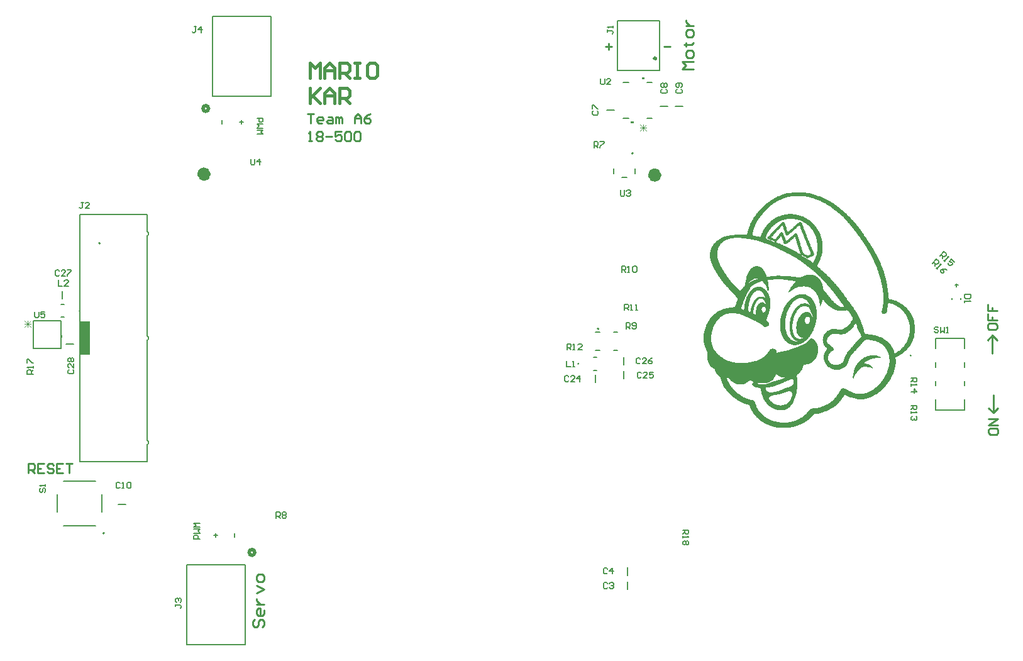
<source format=gto>
G04*
G04 #@! TF.GenerationSoftware,Altium Limited,Altium Designer,25.8.1 (18)*
G04*
G04 Layer_Color=65535*
%FSLAX25Y25*%
%MOIN*%
G70*
G04*
G04 #@! TF.SameCoordinates,E1838567-EF02-44A7-8A02-23B903FEE0B8*
G04*
G04*
G04 #@! TF.FilePolarity,Positive*
G04*
G01*
G75*
%ADD10C,0.00600*%
%ADD11C,0.02000*%
%ADD12C,0.03937*%
%ADD13C,0.00787*%
%ADD14C,0.01575*%
%ADD15C,0.00500*%
%ADD16C,0.01000*%
%ADD17C,0.00630*%
%ADD18C,0.00300*%
%ADD19C,0.00630*%
%ADD20C,0.00500*%
%ADD21C,0.01600*%
G36*
X129420Y230860D02*
X130420D01*
Y229360D01*
X129420D01*
Y230860D01*
D02*
G37*
G36*
X140079Y220236D02*
Y237953D01*
X145000D01*
Y220236D01*
X140079D01*
D02*
G37*
G36*
X431797Y343876D02*
X433297D01*
Y342876D01*
X431797D01*
Y343876D01*
D02*
G37*
G36*
X439203Y366376D02*
X437703D01*
Y367376D01*
X439203D01*
Y366376D01*
D02*
G37*
G36*
X523276Y306347D02*
X524648D01*
Y306194D01*
X525562D01*
Y306042D01*
X526324D01*
Y305890D01*
X526933D01*
Y305737D01*
X527543D01*
Y305585D01*
X528000D01*
Y305433D01*
X528610D01*
Y305280D01*
X529067D01*
Y305128D01*
X529524D01*
Y304975D01*
X530133D01*
Y304823D01*
X530438D01*
Y304671D01*
X530895D01*
Y304518D01*
X531352D01*
Y304366D01*
X531810D01*
Y304214D01*
X532267D01*
Y304061D01*
X532571D01*
Y303909D01*
X533029D01*
Y303756D01*
X533333D01*
Y303604D01*
X533790D01*
Y303452D01*
X534095D01*
Y303299D01*
X534400D01*
Y303147D01*
X534705D01*
Y302994D01*
X535009D01*
Y302842D01*
X535314D01*
Y302690D01*
X535619D01*
Y302537D01*
X535924D01*
Y302385D01*
X536229D01*
Y302233D01*
X536533D01*
Y302080D01*
X536838D01*
Y301928D01*
X537143D01*
Y301775D01*
X537448D01*
Y301623D01*
X537600D01*
Y301471D01*
X537905D01*
Y301318D01*
X538209D01*
Y301166D01*
X538362D01*
Y301013D01*
X538667D01*
Y300861D01*
X538971D01*
Y300709D01*
X539124D01*
Y300556D01*
X539429D01*
Y300404D01*
X539581D01*
Y300252D01*
X539886D01*
Y300099D01*
X540038D01*
Y299947D01*
X540191D01*
Y299795D01*
X540495D01*
Y299642D01*
X540648D01*
Y299490D01*
X540952D01*
Y299337D01*
X541105D01*
Y299185D01*
X541257D01*
Y299033D01*
X541409D01*
Y298880D01*
X541562D01*
Y298728D01*
X541867D01*
Y298575D01*
X542019D01*
Y298423D01*
X542171D01*
Y298271D01*
X542324D01*
Y298118D01*
X542476D01*
Y297966D01*
X542781D01*
Y297814D01*
X542933D01*
Y297661D01*
X543086D01*
Y297509D01*
X543238D01*
Y297356D01*
X543391D01*
Y297204D01*
X543543D01*
Y297052D01*
X543848D01*
Y296899D01*
X544000D01*
Y296747D01*
X544152D01*
Y296595D01*
X544305D01*
Y296442D01*
X544609D01*
Y296290D01*
X544762D01*
Y296137D01*
X544914D01*
Y295985D01*
X545067D01*
Y295833D01*
X545219D01*
Y295680D01*
X545371D01*
Y295528D01*
X545676D01*
Y295375D01*
X545829D01*
Y295223D01*
X545981D01*
Y295071D01*
X546133D01*
Y294918D01*
X546286D01*
Y294766D01*
X546438D01*
Y294614D01*
X546591D01*
Y294461D01*
X546743D01*
Y294309D01*
X546895D01*
Y294156D01*
X547048D01*
Y294004D01*
X547200D01*
Y293852D01*
X547352D01*
Y293699D01*
X547505D01*
Y293547D01*
X547657D01*
Y293394D01*
X547810D01*
Y293242D01*
X547962D01*
Y293090D01*
X548114D01*
Y292937D01*
X548267D01*
Y292785D01*
X548419D01*
Y292633D01*
X548571D01*
Y292480D01*
X548724D01*
Y292328D01*
X548876D01*
Y292175D01*
X549029D01*
Y292023D01*
X549181D01*
Y291871D01*
X549333D01*
Y291718D01*
X549486D01*
Y291566D01*
X549638D01*
Y291261D01*
X549790D01*
Y291109D01*
X549943D01*
Y290956D01*
X550095D01*
Y290804D01*
X550248D01*
Y290652D01*
X550400D01*
Y290499D01*
X550552D01*
Y290347D01*
X550705D01*
Y290195D01*
X550857D01*
Y289890D01*
X551010D01*
Y289737D01*
X551162D01*
Y289585D01*
X551314D01*
Y289433D01*
X551467D01*
Y289128D01*
X551619D01*
Y288975D01*
X551771D01*
Y288823D01*
X551924D01*
Y288671D01*
X552076D01*
Y288366D01*
X552229D01*
Y288213D01*
X552381D01*
Y288061D01*
X552533D01*
Y287909D01*
X552686D01*
Y287604D01*
X552838D01*
Y287452D01*
X552990D01*
Y287299D01*
X553143D01*
Y286995D01*
X553295D01*
Y286842D01*
X553448D01*
Y286690D01*
X553600D01*
Y286385D01*
X553752D01*
Y286233D01*
X553905D01*
Y286080D01*
X554057D01*
Y285775D01*
X554210D01*
Y285623D01*
X554362D01*
Y285318D01*
X554514D01*
Y285166D01*
X554667D01*
Y284861D01*
X554819D01*
Y284709D01*
X554971D01*
Y284556D01*
Y284404D01*
X555124D01*
Y284252D01*
X555276D01*
Y283947D01*
X555429D01*
Y283794D01*
X555581D01*
Y283490D01*
X555733D01*
Y283337D01*
X555886D01*
Y283033D01*
X556038D01*
Y282880D01*
X556190D01*
Y282575D01*
X556343D01*
Y282423D01*
X556495D01*
Y282271D01*
X556648D01*
Y281966D01*
X556800D01*
Y281814D01*
X556952D01*
Y281509D01*
X557105D01*
Y281356D01*
X557257D01*
Y281052D01*
X557409D01*
Y280899D01*
X557562D01*
Y280594D01*
X557714D01*
Y280442D01*
X557867D01*
Y280137D01*
X558019D01*
Y279985D01*
X558171D01*
Y279833D01*
X558324D01*
Y279528D01*
X558476D01*
Y279375D01*
X558629D01*
Y279071D01*
X558781D01*
Y278766D01*
X558933D01*
Y278613D01*
X559086D01*
Y278309D01*
X559238D01*
Y278156D01*
X559390D01*
Y277852D01*
X559543D01*
Y277547D01*
X559695D01*
Y277395D01*
X559848D01*
Y277090D01*
X560000D01*
Y276785D01*
X560152D01*
Y276633D01*
X560305D01*
Y276328D01*
X560457D01*
Y276023D01*
X560609D01*
Y275871D01*
X560762D01*
Y275566D01*
X560914D01*
Y275261D01*
X561067D01*
Y274956D01*
X561219D01*
Y274804D01*
X561371D01*
Y274499D01*
X561524D01*
Y274195D01*
X561676D01*
Y273890D01*
X561829D01*
Y273585D01*
X561981D01*
Y273280D01*
X562133D01*
Y273128D01*
X562286D01*
Y272823D01*
X562438D01*
Y272518D01*
X562591D01*
Y272214D01*
X562743D01*
Y271909D01*
X562895D01*
Y271604D01*
X563048D01*
Y271299D01*
X563200D01*
Y270994D01*
X563352D01*
Y270690D01*
X563505D01*
Y270233D01*
X563657D01*
Y269928D01*
X563809D01*
Y269623D01*
X563962D01*
Y269318D01*
X564114D01*
Y269014D01*
X564267D01*
Y268556D01*
X564419D01*
Y268252D01*
X564571D01*
Y267794D01*
X564724D01*
Y267490D01*
X564876D01*
Y267033D01*
X565029D01*
Y266575D01*
X565181D01*
Y266271D01*
X565333D01*
Y265813D01*
X565486D01*
Y265356D01*
X565638D01*
Y265052D01*
X565791D01*
Y264595D01*
X565943D01*
Y264137D01*
X566095D01*
Y263528D01*
X566248D01*
Y263223D01*
X566400D01*
Y262614D01*
X566552D01*
Y262156D01*
X566705D01*
Y261699D01*
X566857D01*
Y261090D01*
X567009D01*
Y260480D01*
X567162D01*
Y259718D01*
X567314D01*
Y258956D01*
X567467D01*
Y258194D01*
X567619D01*
Y257128D01*
X567771D01*
Y256366D01*
X567924D01*
Y255604D01*
X568076D01*
Y254537D01*
X568229D01*
Y253471D01*
X568381D01*
Y251795D01*
X568533D01*
Y250271D01*
X568686D01*
Y249966D01*
X568838D01*
Y249814D01*
X569752D01*
Y249661D01*
X570362D01*
Y249509D01*
X570971D01*
Y249356D01*
X571429D01*
Y249204D01*
X571886D01*
Y249052D01*
X572191D01*
Y248899D01*
X572648D01*
Y248747D01*
X572952D01*
Y248594D01*
X573257D01*
Y248442D01*
X573562D01*
Y248290D01*
X573867D01*
Y248137D01*
X574019D01*
Y247985D01*
X574324D01*
Y247833D01*
X574629D01*
Y247680D01*
X574781D01*
Y247528D01*
X575086D01*
Y247375D01*
X575238D01*
Y247223D01*
X575543D01*
Y247071D01*
X575848D01*
Y246918D01*
X576000D01*
Y246766D01*
X576152D01*
Y246614D01*
X576457D01*
Y246461D01*
X576610D01*
Y246309D01*
X576762D01*
Y246156D01*
X576914D01*
Y246004D01*
X577067D01*
Y245852D01*
X577371D01*
Y245699D01*
X577524D01*
Y245547D01*
X577676D01*
Y245394D01*
X577829D01*
Y245242D01*
X577981D01*
Y245090D01*
X578133D01*
Y244937D01*
X578286D01*
Y244785D01*
X578438D01*
Y244633D01*
X578590D01*
Y244328D01*
X578743D01*
Y244175D01*
X578895D01*
Y244023D01*
X579048D01*
Y243871D01*
X579200D01*
Y243718D01*
X579352D01*
Y243413D01*
X579505D01*
Y243261D01*
X579657D01*
Y243109D01*
X579810D01*
Y242804D01*
X579962D01*
Y242652D01*
X580114D01*
Y242347D01*
X580267D01*
Y242195D01*
X580419D01*
Y241890D01*
X580571D01*
Y241585D01*
X580724D01*
Y241280D01*
X580876D01*
Y240975D01*
X581029D01*
Y240671D01*
X581181D01*
Y240366D01*
X581333D01*
Y239909D01*
X581486D01*
Y239604D01*
X581638D01*
Y239147D01*
X581790D01*
Y238690D01*
X581943D01*
Y238080D01*
X582095D01*
Y237471D01*
X582248D01*
Y236404D01*
X582400D01*
Y231680D01*
X582248D01*
Y230613D01*
X582095D01*
Y230004D01*
X581943D01*
Y229395D01*
X581790D01*
Y228937D01*
X581638D01*
Y228633D01*
X581486D01*
Y228023D01*
X581333D01*
Y227718D01*
X581181D01*
Y227414D01*
X581029D01*
Y227109D01*
X580876D01*
Y226652D01*
X580724D01*
Y226499D01*
X580571D01*
Y226195D01*
X580419D01*
Y225890D01*
X580267D01*
Y225585D01*
X580114D01*
Y225433D01*
X579962D01*
Y225128D01*
X579810D01*
Y224975D01*
X579657D01*
Y224823D01*
X579505D01*
Y224518D01*
X579352D01*
Y224366D01*
X579200D01*
Y224214D01*
X579048D01*
Y224061D01*
X578895D01*
Y223756D01*
X578743D01*
Y223604D01*
X578590D01*
Y223452D01*
X578438D01*
Y223299D01*
X578286D01*
Y223147D01*
X578133D01*
Y222994D01*
X577981D01*
Y222842D01*
X577829D01*
Y222690D01*
X577676D01*
Y222537D01*
X577524D01*
Y222385D01*
X577371D01*
Y222233D01*
X577219D01*
Y222080D01*
X577067D01*
Y221928D01*
X576914D01*
Y221775D01*
X576610D01*
Y221623D01*
X576457D01*
Y221471D01*
X576305D01*
Y221318D01*
X576152D01*
Y221166D01*
X575848D01*
Y221013D01*
X575695D01*
Y220861D01*
X575390D01*
Y220709D01*
X575238D01*
Y220556D01*
X575086D01*
Y220404D01*
X574781D01*
Y220252D01*
X574476D01*
Y220099D01*
X574324D01*
Y219947D01*
X574019D01*
Y219795D01*
X573714D01*
Y219642D01*
X573410D01*
Y219490D01*
X573105D01*
Y219337D01*
X572800D01*
Y219185D01*
X572495D01*
Y219033D01*
X572191D01*
Y217966D01*
X572343D01*
Y215528D01*
X572191D01*
Y214614D01*
X572038D01*
Y213852D01*
X571886D01*
Y213090D01*
X571733D01*
Y212480D01*
X571581D01*
Y212023D01*
X571429D01*
Y211566D01*
X571276D01*
Y211109D01*
X571124D01*
Y210652D01*
X570971D01*
Y210194D01*
X570819D01*
Y209890D01*
X570667D01*
Y209585D01*
X570514D01*
Y209280D01*
X570362D01*
Y208975D01*
X570210D01*
Y208671D01*
X570057D01*
Y208213D01*
X569905D01*
Y208061D01*
X569752D01*
Y207756D01*
X569600D01*
Y207452D01*
X569448D01*
Y207147D01*
X569295D01*
Y206995D01*
X569143D01*
Y206690D01*
X568991D01*
Y206537D01*
X568838D01*
Y206233D01*
X568686D01*
Y206080D01*
X568533D01*
Y205775D01*
X568381D01*
Y205623D01*
X568229D01*
Y205318D01*
X568076D01*
Y205166D01*
X567924D01*
Y205013D01*
X567771D01*
Y204709D01*
X567619D01*
Y204556D01*
X567467D01*
Y204404D01*
X567314D01*
Y204252D01*
X567162D01*
Y203947D01*
X567009D01*
Y203795D01*
X566857D01*
Y203642D01*
X566705D01*
Y203490D01*
X566552D01*
Y203337D01*
X566400D01*
Y203033D01*
X566248D01*
Y202880D01*
X566095D01*
Y202728D01*
X565943D01*
Y202575D01*
X565791D01*
Y202423D01*
X565638D01*
Y202271D01*
X565486D01*
Y202118D01*
X565333D01*
Y201966D01*
X565181D01*
Y201814D01*
X565029D01*
Y201661D01*
X564876D01*
Y201509D01*
X564724D01*
Y201356D01*
X564419D01*
Y201204D01*
X564267D01*
Y201052D01*
X564114D01*
Y200899D01*
X563962D01*
Y200747D01*
X563809D01*
Y200594D01*
X563505D01*
Y200442D01*
X563352D01*
Y200290D01*
X563200D01*
Y200137D01*
X563048D01*
Y199985D01*
X562743D01*
Y199833D01*
X562591D01*
Y199680D01*
X562286D01*
Y199528D01*
X562133D01*
Y199375D01*
X561829D01*
Y199223D01*
X561524D01*
Y199071D01*
X561219D01*
Y198918D01*
X560914D01*
Y198766D01*
X560609D01*
Y198614D01*
X560305D01*
Y198461D01*
X560000D01*
Y198309D01*
X559695D01*
Y198156D01*
X559390D01*
Y198004D01*
X559086D01*
Y197852D01*
X558781D01*
Y197699D01*
X558476D01*
Y197547D01*
X558019D01*
Y197395D01*
X557714D01*
Y197242D01*
X557105D01*
Y197090D01*
X556495D01*
Y196937D01*
X555733D01*
Y196785D01*
X554819D01*
Y196633D01*
X552381D01*
Y196785D01*
X551619D01*
Y196937D01*
X551162D01*
Y197090D01*
X550705D01*
Y197242D01*
X550095D01*
Y197395D01*
X549486D01*
Y197547D01*
X548876D01*
Y197699D01*
X548419D01*
Y197852D01*
X547810D01*
Y198004D01*
X547352D01*
Y198156D01*
X547048D01*
Y198309D01*
X546743D01*
Y198461D01*
X546286D01*
Y198614D01*
X545981D01*
Y198766D01*
X545676D01*
Y198918D01*
X545219D01*
Y198766D01*
X545067D01*
Y198614D01*
X544914D01*
Y198461D01*
X544762D01*
Y198156D01*
X544609D01*
Y198004D01*
X544457D01*
Y197852D01*
X544305D01*
Y197547D01*
X544152D01*
Y197395D01*
X544000D01*
Y197242D01*
X543848D01*
Y197090D01*
X543695D01*
Y196785D01*
X543543D01*
Y196633D01*
X543391D01*
Y196480D01*
X543238D01*
Y196328D01*
X543086D01*
Y196175D01*
X542933D01*
Y195871D01*
X542781D01*
Y195718D01*
X542629D01*
Y195566D01*
X542476D01*
Y195413D01*
X542324D01*
Y195109D01*
X542171D01*
Y194956D01*
X542019D01*
Y194804D01*
X541867D01*
Y194652D01*
X541714D01*
Y194499D01*
X541562D01*
Y194347D01*
X541409D01*
Y194194D01*
X541257D01*
Y194042D01*
X541105D01*
Y193890D01*
X540952D01*
Y193737D01*
X540800D01*
Y193585D01*
X540648D01*
Y193433D01*
X540495D01*
Y193280D01*
X540343D01*
Y193128D01*
X540038D01*
Y192975D01*
X539886D01*
Y192823D01*
X539581D01*
Y192671D01*
X539429D01*
Y192518D01*
X539124D01*
Y192366D01*
X538971D01*
Y192213D01*
X538667D01*
Y192061D01*
X538362D01*
Y191909D01*
X538057D01*
Y191756D01*
X537752D01*
Y191604D01*
X537448D01*
Y191452D01*
X537295D01*
Y191299D01*
X536990D01*
Y191147D01*
X536686D01*
Y190995D01*
X536381D01*
Y190842D01*
X536076D01*
Y190690D01*
X535619D01*
Y190537D01*
X535314D01*
Y190385D01*
X535009D01*
Y190233D01*
X534552D01*
Y190080D01*
X534248D01*
Y189928D01*
X533790D01*
Y189775D01*
X533333D01*
Y189623D01*
X532724D01*
Y189471D01*
X532267D01*
Y189318D01*
X531657D01*
Y189166D01*
X530895D01*
Y189014D01*
X529219D01*
Y188861D01*
X528914D01*
Y188709D01*
X528762D01*
Y188556D01*
X528610D01*
Y188404D01*
X528457D01*
Y188099D01*
X528305D01*
Y187947D01*
X528152D01*
Y187794D01*
X528000D01*
Y187642D01*
X527848D01*
Y187490D01*
X527695D01*
Y187337D01*
X527543D01*
Y187185D01*
X527390D01*
Y187033D01*
X527238D01*
Y186880D01*
X527086D01*
Y186728D01*
X526933D01*
Y186575D01*
X526781D01*
Y186423D01*
X526629D01*
Y186271D01*
X526324D01*
Y186118D01*
X526171D01*
Y185966D01*
X526019D01*
Y185813D01*
X525867D01*
Y185661D01*
X525562D01*
Y185509D01*
X525410D01*
Y185356D01*
X525257D01*
Y185204D01*
X524952D01*
Y185052D01*
X524800D01*
Y184899D01*
X524495D01*
Y184747D01*
X524343D01*
Y184595D01*
X524038D01*
Y184442D01*
X523581D01*
Y184290D01*
X523429D01*
Y184137D01*
X522971D01*
Y183985D01*
X522667D01*
Y183833D01*
X522362D01*
Y183680D01*
X522057D01*
Y183528D01*
X521905D01*
Y183375D01*
X521448D01*
Y183223D01*
X521143D01*
Y183071D01*
X520838D01*
Y182918D01*
X520381D01*
Y182766D01*
X519924D01*
Y182614D01*
X519467D01*
Y182461D01*
X519009D01*
Y182309D01*
X518400D01*
Y182156D01*
X517638D01*
Y182004D01*
X516724D01*
Y181852D01*
X515657D01*
Y181699D01*
X513981D01*
Y181547D01*
X510933D01*
Y181699D01*
X509714D01*
Y181852D01*
X508800D01*
Y182004D01*
X508190D01*
Y182156D01*
X507429D01*
Y182309D01*
X506819D01*
Y182461D01*
X506362D01*
Y182614D01*
X505905D01*
Y182766D01*
X505448D01*
Y182918D01*
X505143D01*
Y183071D01*
X504686D01*
Y183223D01*
X504381D01*
Y183375D01*
X504076D01*
Y183528D01*
X503619D01*
Y183680D01*
X503314D01*
Y183833D01*
X503010D01*
Y183985D01*
X502857D01*
Y184137D01*
X502552D01*
Y184290D01*
X502248D01*
Y184442D01*
X502095D01*
Y184595D01*
X501791D01*
Y184747D01*
X501486D01*
Y184899D01*
X501333D01*
Y185052D01*
X501029D01*
Y185204D01*
X500876D01*
Y185356D01*
X500571D01*
Y185509D01*
X500419D01*
Y185661D01*
X500267D01*
Y185813D01*
X500114D01*
Y185966D01*
X499810D01*
Y186118D01*
X499657D01*
Y186271D01*
X499505D01*
Y186423D01*
X499352D01*
Y186575D01*
X499048D01*
Y186880D01*
X498895D01*
Y187033D01*
X498591D01*
Y187185D01*
X498438D01*
Y187490D01*
X498286D01*
Y187642D01*
X498133D01*
Y187794D01*
X497981D01*
Y187947D01*
X497829D01*
Y188099D01*
X497676D01*
Y188252D01*
X497524D01*
Y188404D01*
X497371D01*
Y188709D01*
X497219D01*
Y188861D01*
X497067D01*
Y189014D01*
X496914D01*
Y189318D01*
X496762D01*
Y189471D01*
X496609D01*
Y189775D01*
X496457D01*
Y189928D01*
X496305D01*
Y190233D01*
X496152D01*
Y190537D01*
X496000D01*
Y190842D01*
X495848D01*
Y190995D01*
X495695D01*
Y191299D01*
X495543D01*
Y191604D01*
X495391D01*
Y192061D01*
X495238D01*
Y192366D01*
X495086D01*
Y192671D01*
X494933D01*
Y193128D01*
X494781D01*
Y193280D01*
X494629D01*
Y193585D01*
X494324D01*
Y193737D01*
X494019D01*
Y193890D01*
X493714D01*
Y194042D01*
X493257D01*
Y194194D01*
X492800D01*
Y194347D01*
X492343D01*
Y194499D01*
X491886D01*
Y194652D01*
X491429D01*
Y194804D01*
X491124D01*
Y194956D01*
X490819D01*
Y195109D01*
X490514D01*
Y195261D01*
X490209D01*
Y195413D01*
X489905D01*
Y195566D01*
X489600D01*
Y195718D01*
X489295D01*
Y195871D01*
X488990D01*
Y196023D01*
X488686D01*
Y196175D01*
X488533D01*
Y196328D01*
X488229D01*
Y196480D01*
X488076D01*
Y196633D01*
X487771D01*
Y196785D01*
X487619D01*
Y196937D01*
X487314D01*
Y197090D01*
X487162D01*
Y197242D01*
X487009D01*
Y197395D01*
X486705D01*
Y197547D01*
X486552D01*
Y197699D01*
X486400D01*
Y197852D01*
X486248D01*
Y198004D01*
X485943D01*
Y198156D01*
X485790D01*
Y198309D01*
X485638D01*
Y198461D01*
X485486D01*
Y198614D01*
X485333D01*
Y198766D01*
X485181D01*
Y198918D01*
X484876D01*
Y199071D01*
X484724D01*
Y199223D01*
X484571D01*
Y199375D01*
X484419D01*
Y199528D01*
X484267D01*
Y199680D01*
X484114D01*
Y199833D01*
X483962D01*
Y199985D01*
X483810D01*
Y200137D01*
X483657D01*
Y200290D01*
X483505D01*
Y200442D01*
X483352D01*
Y200594D01*
X483200D01*
Y200747D01*
X483048D01*
Y200899D01*
X482895D01*
Y201052D01*
X482743D01*
Y201356D01*
X482590D01*
Y201509D01*
X482438D01*
Y201661D01*
X482286D01*
Y201966D01*
X482133D01*
Y202118D01*
X481981D01*
Y202271D01*
X481829D01*
Y202575D01*
X481676D01*
Y202728D01*
X481524D01*
Y203033D01*
X481371D01*
Y203185D01*
X481219D01*
Y203490D01*
X481067D01*
Y203795D01*
X480914D01*
Y204099D01*
X480762D01*
Y204404D01*
X480610D01*
Y204709D01*
X480457D01*
Y205013D01*
X480305D01*
Y205471D01*
X480152D01*
Y205928D01*
X480000D01*
Y206233D01*
X479848D01*
Y206995D01*
X479695D01*
Y207452D01*
X479543D01*
Y207909D01*
X479390D01*
Y208366D01*
X479238D01*
Y208518D01*
X479086D01*
Y208671D01*
X478933D01*
Y208823D01*
X478781D01*
Y208975D01*
X478476D01*
Y209128D01*
X478324D01*
Y209280D01*
X478171D01*
Y209433D01*
X478019D01*
Y209585D01*
X477867D01*
Y209737D01*
X477714D01*
Y209890D01*
X477562D01*
Y210194D01*
X477410D01*
Y210347D01*
X477257D01*
Y210499D01*
X477105D01*
Y210804D01*
X476952D01*
Y211109D01*
X476800D01*
Y211566D01*
X476648D01*
Y211871D01*
X476495D01*
Y212328D01*
X476343D01*
Y212633D01*
X476191D01*
Y212937D01*
X475886D01*
Y213090D01*
X475581D01*
Y213242D01*
X475276D01*
Y213394D01*
X474971D01*
Y213547D01*
X474819D01*
Y213699D01*
X474667D01*
Y213852D01*
X474362D01*
Y214156D01*
X474057D01*
Y214461D01*
X473905D01*
Y214614D01*
X473752D01*
Y214918D01*
X473600D01*
Y215071D01*
X473448D01*
Y215375D01*
X473295D01*
Y215680D01*
X473143D01*
Y215985D01*
X472991D01*
Y216442D01*
X472838D01*
Y216899D01*
X472686D01*
Y217509D01*
X472533D01*
Y218423D01*
X472381D01*
Y220404D01*
X472533D01*
Y220709D01*
X472381D01*
Y221928D01*
X472229D01*
Y222385D01*
X472076D01*
Y222842D01*
X471924D01*
Y223147D01*
X471771D01*
Y223604D01*
X471619D01*
Y223756D01*
X471467D01*
Y224061D01*
X471314D01*
Y224518D01*
X471162D01*
Y224823D01*
X471009D01*
Y225433D01*
X470857D01*
Y226042D01*
X470705D01*
Y226804D01*
X470552D01*
Y228023D01*
X470400D01*
Y230613D01*
X470552D01*
Y231680D01*
X470705D01*
Y232442D01*
X470857D01*
Y233052D01*
X471009D01*
Y233509D01*
X471162D01*
Y234118D01*
X471314D01*
Y234575D01*
X471467D01*
Y235033D01*
X471619D01*
Y235490D01*
X471771D01*
Y235794D01*
X471924D01*
Y236252D01*
X472076D01*
Y236556D01*
X472229D01*
Y236861D01*
X472381D01*
Y237166D01*
X472533D01*
Y237471D01*
X472686D01*
Y237775D01*
X472838D01*
Y237928D01*
X472991D01*
Y238233D01*
X473143D01*
Y238537D01*
X473295D01*
Y238690D01*
X473448D01*
Y238995D01*
X473600D01*
Y239147D01*
X473752D01*
Y239299D01*
X473905D01*
Y239604D01*
X474057D01*
Y239756D01*
X474209D01*
Y239909D01*
X474362D01*
Y240061D01*
X474514D01*
Y240213D01*
X474667D01*
Y240518D01*
X474819D01*
Y240671D01*
X474971D01*
Y240823D01*
X475124D01*
Y240975D01*
X475276D01*
Y241128D01*
X475429D01*
Y241280D01*
X475581D01*
Y241433D01*
X475733D01*
Y241585D01*
X475886D01*
Y241737D01*
X476038D01*
Y241890D01*
X476343D01*
Y242042D01*
X476495D01*
Y242195D01*
X476648D01*
Y242347D01*
X476800D01*
Y242499D01*
X477105D01*
Y242652D01*
X477257D01*
Y242804D01*
X477410D01*
Y242956D01*
X477714D01*
Y243109D01*
X477867D01*
Y243261D01*
X478171D01*
Y243413D01*
X478476D01*
Y243566D01*
X478781D01*
Y243718D01*
X479086D01*
Y243871D01*
X479390D01*
Y244023D01*
X479695D01*
Y244175D01*
X480152D01*
Y244328D01*
X480457D01*
Y244480D01*
X480914D01*
Y244633D01*
X481524D01*
Y244785D01*
X482133D01*
Y244937D01*
X482895D01*
Y245090D01*
X483810D01*
Y245242D01*
X485029D01*
Y245394D01*
X485943D01*
Y245547D01*
X487009D01*
Y245852D01*
X487162D01*
Y246309D01*
X487314D01*
Y246614D01*
X487467D01*
Y247071D01*
X487619D01*
Y247528D01*
X487771D01*
Y247833D01*
X487924D01*
Y248290D01*
X488076D01*
Y248747D01*
X488229D01*
Y249204D01*
X488381D01*
Y249509D01*
X488533D01*
Y250118D01*
X488381D01*
Y250271D01*
X488229D01*
Y250575D01*
X488076D01*
Y250728D01*
X487924D01*
Y250880D01*
X487771D01*
Y251033D01*
X487619D01*
Y251185D01*
X487467D01*
Y251490D01*
X487314D01*
Y251642D01*
X487162D01*
Y251795D01*
X487009D01*
Y251947D01*
X486857D01*
Y252099D01*
X486705D01*
Y252252D01*
X486552D01*
Y252556D01*
X486400D01*
Y252709D01*
X486248D01*
Y252861D01*
X486095D01*
Y253013D01*
X485943D01*
Y253166D01*
X485790D01*
Y253318D01*
X485638D01*
Y253471D01*
X485486D01*
Y253623D01*
X485333D01*
Y253775D01*
X485181D01*
Y253928D01*
X485029D01*
Y254080D01*
X484876D01*
Y254233D01*
X484724D01*
Y254385D01*
X484571D01*
Y254537D01*
X484419D01*
Y254690D01*
X484267D01*
Y254842D01*
X484114D01*
Y255147D01*
X483810D01*
Y255452D01*
X483657D01*
Y255604D01*
X483505D01*
Y255756D01*
X483352D01*
Y255909D01*
X483200D01*
Y256061D01*
X483048D01*
Y256213D01*
X482895D01*
Y256366D01*
X482743D01*
Y256518D01*
X482590D01*
Y256671D01*
X482438D01*
Y256975D01*
X482286D01*
Y257128D01*
X482133D01*
Y257280D01*
X481981D01*
Y257433D01*
X481829D01*
Y257585D01*
X481676D01*
Y257737D01*
X481524D01*
Y257890D01*
X481371D01*
Y258194D01*
X481219D01*
Y258347D01*
X481067D01*
Y258499D01*
X480914D01*
Y258652D01*
X480762D01*
Y258804D01*
X480610D01*
Y259109D01*
X480457D01*
Y259261D01*
X480305D01*
Y259414D01*
X480152D01*
Y259718D01*
X480000D01*
Y259871D01*
X479848D01*
Y260023D01*
X479695D01*
Y260328D01*
X479543D01*
Y260480D01*
X479390D01*
Y260633D01*
X479238D01*
Y260937D01*
X479086D01*
Y261090D01*
X478933D01*
Y261395D01*
X478781D01*
Y261547D01*
X478629D01*
Y261852D01*
X478476D01*
Y262004D01*
X478324D01*
Y262156D01*
X478171D01*
Y262461D01*
X478019D01*
Y262614D01*
X477867D01*
Y262918D01*
X477714D01*
Y263223D01*
X477562D01*
Y263528D01*
X477410D01*
Y263680D01*
X477257D01*
Y263833D01*
X477105D01*
Y264137D01*
X476952D01*
Y264442D01*
X476800D01*
Y264747D01*
X476648D01*
Y264899D01*
X476495D01*
Y265204D01*
X476343D01*
Y265509D01*
X476191D01*
Y265813D01*
X476038D01*
Y266118D01*
X475886D01*
Y266271D01*
X475733D01*
Y266575D01*
X475581D01*
Y266880D01*
X475429D01*
Y267185D01*
X475276D01*
Y267490D01*
X475124D01*
Y267947D01*
X474971D01*
Y268252D01*
X474819D01*
Y268556D01*
X474667D01*
Y269014D01*
X474514D01*
Y269471D01*
X474362D01*
Y269928D01*
X474209D01*
Y270537D01*
X474057D01*
Y271299D01*
X473905D01*
Y274652D01*
X474057D01*
Y275413D01*
X474209D01*
Y276023D01*
X474362D01*
Y276480D01*
X474514D01*
Y276937D01*
X474667D01*
Y277242D01*
X474819D01*
Y277547D01*
X474971D01*
Y277852D01*
X475124D01*
Y278156D01*
X475276D01*
Y278461D01*
X475429D01*
Y278613D01*
X475581D01*
Y278766D01*
X475733D01*
Y279071D01*
X475886D01*
Y279223D01*
X476038D01*
Y279375D01*
X476191D01*
Y279528D01*
X476343D01*
Y279680D01*
X476495D01*
Y279833D01*
X476648D01*
Y279985D01*
X476800D01*
Y280137D01*
X476952D01*
Y280290D01*
X477105D01*
Y280442D01*
X477257D01*
Y280594D01*
X477410D01*
Y280747D01*
X477714D01*
Y280899D01*
X477867D01*
Y281052D01*
X478019D01*
Y281204D01*
X478324D01*
Y281356D01*
X478629D01*
Y281509D01*
X478781D01*
Y281661D01*
X479086D01*
Y281814D01*
X479390D01*
Y281966D01*
X479695D01*
Y282118D01*
X479848D01*
Y282271D01*
X480152D01*
Y282423D01*
X480457D01*
Y282575D01*
X480914D01*
Y282728D01*
X481219D01*
Y282880D01*
X481676D01*
Y283033D01*
X482133D01*
Y283185D01*
X482590D01*
Y283337D01*
X483352D01*
Y283490D01*
X483962D01*
Y283642D01*
X485029D01*
Y283794D01*
X486705D01*
Y283947D01*
X488229D01*
Y284099D01*
X492952D01*
Y283947D01*
X493562D01*
Y284556D01*
X493714D01*
Y285318D01*
X493867D01*
Y286080D01*
X494019D01*
Y286537D01*
X494171D01*
Y286995D01*
X494324D01*
Y287452D01*
X494476D01*
Y287909D01*
X494629D01*
Y288366D01*
X494781D01*
Y288671D01*
X494933D01*
Y289128D01*
X495086D01*
Y289433D01*
X495238D01*
Y289890D01*
X495391D01*
Y290195D01*
X495543D01*
Y290499D01*
X495695D01*
Y290804D01*
X495848D01*
Y291109D01*
X496000D01*
Y291413D01*
X496152D01*
Y291566D01*
X496305D01*
Y291871D01*
X496457D01*
Y292175D01*
X496609D01*
Y292480D01*
X496762D01*
Y292633D01*
X496914D01*
Y292937D01*
X497067D01*
Y293090D01*
X497219D01*
Y293394D01*
X497371D01*
Y293547D01*
X497524D01*
Y293852D01*
X497676D01*
Y294004D01*
X497829D01*
Y294156D01*
X497981D01*
Y294461D01*
X498133D01*
Y294614D01*
X498286D01*
Y294766D01*
X498438D01*
Y295071D01*
X498591D01*
Y295223D01*
X498743D01*
Y295375D01*
X498895D01*
Y295528D01*
X499048D01*
Y295833D01*
X499200D01*
Y295985D01*
X499352D01*
Y296137D01*
X499505D01*
Y296290D01*
X499657D01*
Y296442D01*
X499810D01*
Y296595D01*
X499962D01*
Y296747D01*
X500114D01*
Y297052D01*
X500267D01*
Y297204D01*
X500419D01*
Y297356D01*
X500571D01*
Y297509D01*
X500724D01*
Y297661D01*
X500876D01*
Y297814D01*
X501029D01*
Y297966D01*
X501181D01*
Y298118D01*
X501333D01*
Y298271D01*
X501486D01*
Y298423D01*
X501638D01*
Y298575D01*
X501791D01*
Y298728D01*
X501943D01*
Y298880D01*
X502095D01*
Y299033D01*
X502248D01*
Y299185D01*
X502552D01*
Y299337D01*
X502705D01*
Y299490D01*
X502857D01*
Y299642D01*
X503010D01*
Y299795D01*
X503162D01*
Y299947D01*
X503314D01*
Y300099D01*
X503467D01*
Y300252D01*
X503771D01*
Y300404D01*
X503924D01*
Y300556D01*
X504076D01*
Y300709D01*
X504229D01*
Y300861D01*
X504533D01*
Y301013D01*
X504686D01*
Y301166D01*
X504838D01*
Y301318D01*
X505143D01*
Y301471D01*
X505295D01*
Y301623D01*
X505448D01*
Y301775D01*
X505752D01*
Y301928D01*
X505905D01*
Y302080D01*
X506210D01*
Y302233D01*
X506362D01*
Y302385D01*
X506514D01*
Y302537D01*
X506819D01*
Y302690D01*
X507124D01*
Y302842D01*
X507276D01*
Y302994D01*
X507581D01*
Y303147D01*
X507886D01*
Y303299D01*
X508190D01*
Y303452D01*
X508343D01*
Y303604D01*
X508800D01*
Y303756D01*
X508952D01*
Y303909D01*
X509257D01*
Y304061D01*
X509562D01*
Y304214D01*
X510019D01*
Y304366D01*
X510324D01*
Y304518D01*
X510629D01*
Y304671D01*
X510933D01*
Y304823D01*
X511390D01*
Y304975D01*
X511848D01*
Y305128D01*
X512152D01*
Y305280D01*
X512609D01*
Y305433D01*
X513067D01*
Y305585D01*
X513676D01*
Y305737D01*
X514133D01*
Y305890D01*
X514895D01*
Y306042D01*
X515809D01*
Y306194D01*
X517029D01*
Y306347D01*
X518857D01*
Y306499D01*
X523276D01*
Y306347D01*
D02*
G37*
%LPC*%
G36*
X511543Y283185D02*
X511390D01*
Y283033D01*
X511238D01*
Y282880D01*
X511086D01*
Y282728D01*
X510933D01*
Y282423D01*
X510781D01*
Y282271D01*
X510629D01*
Y282118D01*
X510476D01*
Y281814D01*
X510324D01*
Y281661D01*
X510171D01*
Y281509D01*
X510019D01*
Y281356D01*
X509867D01*
Y281052D01*
X509714D01*
Y280899D01*
X509562D01*
Y280747D01*
X509410D01*
Y280594D01*
X509257D01*
Y280290D01*
X509105D01*
Y280137D01*
X508952D01*
Y279985D01*
X509257D01*
Y279833D01*
X509562D01*
Y279680D01*
X509867D01*
Y279528D01*
X510171D01*
Y279375D01*
X510629D01*
Y279223D01*
X510933D01*
Y279071D01*
X511238D01*
Y278918D01*
X511543D01*
Y278766D01*
X512000D01*
Y278613D01*
X512305D01*
Y278461D01*
X512609D01*
Y278309D01*
X512914D01*
Y278156D01*
X513219D01*
Y278004D01*
X513676D01*
Y277852D01*
X513981D01*
Y277699D01*
X514286D01*
Y277547D01*
X514591D01*
Y277395D01*
X514895D01*
Y277242D01*
X515200D01*
Y277090D01*
X515505D01*
Y276937D01*
X515809D01*
Y276785D01*
X516114D01*
Y276633D01*
X516419D01*
Y276480D01*
X516724D01*
Y276328D01*
X517029D01*
Y276175D01*
X517333D01*
Y276023D01*
X517638D01*
Y275871D01*
X517943D01*
Y275718D01*
X518248D01*
Y275566D01*
X518552D01*
Y275413D01*
X518705D01*
Y275261D01*
X519009D01*
Y275109D01*
X519314D01*
Y274956D01*
X519619D01*
Y274804D01*
X519771D01*
Y274652D01*
X520076D01*
Y274499D01*
X520381D01*
Y274347D01*
X520533D01*
Y274195D01*
X520838D01*
Y274042D01*
X520991D01*
Y273890D01*
X521295D01*
Y273737D01*
X521448D01*
Y273585D01*
X521752D01*
Y273890D01*
X521600D01*
Y274499D01*
X521448D01*
Y274956D01*
X521295D01*
Y275413D01*
X521143D01*
Y275871D01*
X520991D01*
Y276480D01*
X520838D01*
Y276937D01*
X520686D01*
Y277395D01*
X520533D01*
Y277852D01*
X520381D01*
Y278461D01*
X520229D01*
Y278918D01*
X520076D01*
Y279375D01*
X519924D01*
Y279833D01*
X519771D01*
Y280290D01*
X519619D01*
Y280747D01*
X519467D01*
Y281356D01*
X519314D01*
Y281814D01*
X519162D01*
Y282271D01*
X519009D01*
Y282728D01*
X518705D01*
Y282575D01*
X518552D01*
Y282423D01*
X518400D01*
Y282271D01*
X518248D01*
Y282118D01*
X518095D01*
Y281966D01*
X517943D01*
Y281814D01*
X517638D01*
Y281661D01*
X517486D01*
Y281509D01*
X517333D01*
Y281356D01*
X517181D01*
Y281204D01*
X517029D01*
Y281052D01*
X516724D01*
Y280899D01*
X516571D01*
Y280747D01*
X516419D01*
Y280594D01*
X516267D01*
Y280442D01*
X516114D01*
Y280290D01*
X515962D01*
Y280137D01*
X515657D01*
Y279985D01*
X515505D01*
Y279833D01*
X515352D01*
Y279680D01*
X515200D01*
Y279528D01*
X514895D01*
Y279375D01*
X514743D01*
Y279223D01*
X514438D01*
Y279071D01*
X514133D01*
Y278918D01*
X513524D01*
Y279071D01*
X513219D01*
Y279223D01*
X513067D01*
Y279375D01*
X512914D01*
Y279680D01*
X512762D01*
Y280137D01*
X512609D01*
Y280594D01*
X512457D01*
Y281052D01*
X512305D01*
Y281356D01*
X512152D01*
Y281814D01*
X512000D01*
Y282271D01*
X511848D01*
Y282728D01*
X511695D01*
Y283033D01*
X511543D01*
Y283185D01*
D02*
G37*
G36*
X512152Y288823D02*
X512000D01*
Y288671D01*
X511848D01*
Y288518D01*
X511695D01*
Y288366D01*
X511543D01*
Y288213D01*
X511390D01*
Y288061D01*
X511238D01*
Y287756D01*
X511086D01*
Y287604D01*
X510933D01*
Y287452D01*
X510781D01*
Y287299D01*
X510629D01*
Y287147D01*
X510476D01*
Y286995D01*
X510324D01*
Y286842D01*
X510171D01*
Y286690D01*
X510019D01*
Y286537D01*
X509867D01*
Y286385D01*
X509714D01*
Y286233D01*
X509562D01*
Y286080D01*
X509410D01*
Y285928D01*
X509257D01*
Y285775D01*
X509105D01*
Y285623D01*
Y285471D01*
X508952D01*
Y285318D01*
X508800D01*
Y285166D01*
X508648D01*
Y285014D01*
X508495D01*
Y284861D01*
X508343D01*
Y284709D01*
X508190D01*
Y284556D01*
X508038D01*
Y284404D01*
X507886D01*
Y284252D01*
X507733D01*
Y284099D01*
X507581D01*
Y283947D01*
X507429D01*
Y283794D01*
X507276D01*
Y283490D01*
X507124D01*
Y283337D01*
X506971D01*
Y283185D01*
X506819D01*
Y283033D01*
X506667D01*
Y282880D01*
X506514D01*
Y282728D01*
X506362D01*
Y282423D01*
X506667D01*
Y282271D01*
X506971D01*
Y282118D01*
X507276D01*
Y281966D01*
X507581D01*
Y281814D01*
X507733D01*
Y281661D01*
X508495D01*
Y281814D01*
X508648D01*
Y281966D01*
X508800D01*
Y282118D01*
X508952D01*
Y282271D01*
X509105D01*
Y282423D01*
X509257D01*
Y282728D01*
X509410D01*
Y282880D01*
X509562D01*
Y283033D01*
X509714D01*
Y283185D01*
X509867D01*
Y283490D01*
X510019D01*
Y283642D01*
X510171D01*
Y283794D01*
X510324D01*
Y284099D01*
X510476D01*
Y284252D01*
X510629D01*
Y284404D01*
X510781D01*
Y284556D01*
X510933D01*
Y284709D01*
X511086D01*
Y284861D01*
X511238D01*
Y285014D01*
X511390D01*
Y285166D01*
X511543D01*
Y285318D01*
X511695D01*
Y285471D01*
X512000D01*
Y285318D01*
X512152D01*
Y285166D01*
X512305D01*
Y284861D01*
X512457D01*
Y284556D01*
X512609D01*
Y284404D01*
X512762D01*
Y283947D01*
X512914D01*
Y283642D01*
X513067D01*
Y283337D01*
X513219D01*
Y283033D01*
X513371D01*
Y282575D01*
X513524D01*
Y282271D01*
X513676D01*
Y281814D01*
X513829D01*
Y281509D01*
X513981D01*
Y281204D01*
X514133D01*
Y280747D01*
X514591D01*
Y280899D01*
X514743D01*
Y281052D01*
X514895D01*
Y281204D01*
X515048D01*
Y281356D01*
X515200D01*
Y281509D01*
X515352D01*
Y281661D01*
X515657D01*
Y281814D01*
X515809D01*
Y281966D01*
X515962D01*
Y282118D01*
X516114D01*
Y282271D01*
X516419D01*
Y282423D01*
X516571D01*
Y282575D01*
X516724D01*
Y282728D01*
X516876D01*
Y282880D01*
X517029D01*
Y283033D01*
X517181D01*
Y283185D01*
X517486D01*
Y283337D01*
X517638D01*
Y283490D01*
X517791D01*
Y283642D01*
X517943D01*
Y283794D01*
X518095D01*
Y283947D01*
X518248D01*
Y284099D01*
X518552D01*
Y284252D01*
X518705D01*
Y284404D01*
X518857D01*
Y284556D01*
X519467D01*
Y284709D01*
X519619D01*
Y284556D01*
X519924D01*
Y284404D01*
X520076D01*
Y284099D01*
X520229D01*
Y283642D01*
X520381D01*
Y283185D01*
X520533D01*
Y282575D01*
X520686D01*
Y282118D01*
X520838D01*
Y281661D01*
X520991D01*
Y281204D01*
X521143D01*
Y280594D01*
X521295D01*
Y280137D01*
X521448D01*
Y279680D01*
X521600D01*
Y279223D01*
X521752D01*
Y278613D01*
X521905D01*
Y278156D01*
X522057D01*
Y277699D01*
X522210D01*
Y277242D01*
X522362D01*
Y276785D01*
X522514D01*
Y276175D01*
X522667D01*
Y275718D01*
X522819D01*
Y275109D01*
X522971D01*
Y274804D01*
X523124D01*
Y274499D01*
X523276D01*
Y274195D01*
X523429D01*
Y274042D01*
X523581D01*
Y273890D01*
X523733D01*
Y273737D01*
X524038D01*
Y273585D01*
X524191D01*
Y273433D01*
X524648D01*
Y273280D01*
X524952D01*
Y273128D01*
X525257D01*
Y272975D01*
X526019D01*
Y273128D01*
X526476D01*
Y273280D01*
X526781D01*
Y273433D01*
X527086D01*
Y273585D01*
X527238D01*
Y274347D01*
X527086D01*
Y274804D01*
X526933D01*
Y275109D01*
X526781D01*
Y275413D01*
X526629D01*
Y275871D01*
X526476D01*
Y276175D01*
X526324D01*
Y276480D01*
X526171D01*
Y276937D01*
X526019D01*
Y277242D01*
X525867D01*
Y277547D01*
X525714D01*
Y278004D01*
X525562D01*
Y278309D01*
X525410D01*
Y278766D01*
X525257D01*
Y279071D01*
X525105D01*
Y279528D01*
X524952D01*
Y279833D01*
X524800D01*
Y280137D01*
X524648D01*
Y280594D01*
X524495D01*
Y281052D01*
X524343D01*
Y281356D01*
X524191D01*
Y281814D01*
X524038D01*
Y282118D01*
X523886D01*
Y282575D01*
X523733D01*
Y282880D01*
X523581D01*
Y283185D01*
X523429D01*
Y283642D01*
X523276D01*
Y283947D01*
X523124D01*
Y284404D01*
X522971D01*
Y284709D01*
X522819D01*
Y285166D01*
X522667D01*
Y285471D01*
X522514D01*
Y285775D01*
X522362D01*
Y286233D01*
X522210D01*
Y286690D01*
X522057D01*
Y286995D01*
X521905D01*
Y287452D01*
X521752D01*
Y287756D01*
X521600D01*
Y288213D01*
X521448D01*
Y288518D01*
X521295D01*
Y288671D01*
X520838D01*
Y288518D01*
X520686D01*
Y288366D01*
X520381D01*
Y288213D01*
X520229D01*
Y288061D01*
X520076D01*
Y287909D01*
X519924D01*
Y287756D01*
X519771D01*
Y287604D01*
X519619D01*
Y287452D01*
X519467D01*
Y287299D01*
X519314D01*
Y287147D01*
X519009D01*
Y286995D01*
X518857D01*
Y286842D01*
X518705D01*
Y286690D01*
X518552D01*
Y286537D01*
X518400D01*
Y286385D01*
X518248D01*
Y286233D01*
X518095D01*
Y286080D01*
X517943D01*
Y285928D01*
X517638D01*
Y285775D01*
X517486D01*
Y285623D01*
X517333D01*
Y285471D01*
X517181D01*
Y285318D01*
X517029D01*
Y285166D01*
X516876D01*
Y285014D01*
X516571D01*
Y284861D01*
X516419D01*
Y284709D01*
X516267D01*
Y284556D01*
X516114D01*
Y284404D01*
X515962D01*
Y284252D01*
X515657D01*
Y284099D01*
X515505D01*
Y283947D01*
X515352D01*
Y283794D01*
X515200D01*
Y283642D01*
X514895D01*
Y283490D01*
X514286D01*
Y283642D01*
X514133D01*
Y283794D01*
X513981D01*
Y284099D01*
X513829D01*
Y284556D01*
X513676D01*
Y285014D01*
X513524D01*
Y285471D01*
X513371D01*
Y285928D01*
X513219D01*
Y286385D01*
X513067D01*
Y286842D01*
X512914D01*
Y287299D01*
X512762D01*
Y287604D01*
X512609D01*
Y288061D01*
X512457D01*
Y288366D01*
X512305D01*
Y288671D01*
X512152D01*
Y288823D01*
D02*
G37*
G36*
X518705Y292328D02*
X514591D01*
Y292175D01*
X513676D01*
Y292023D01*
X513067D01*
Y291871D01*
X512609D01*
Y291718D01*
X512152D01*
Y291566D01*
X511848D01*
Y291413D01*
X511390D01*
Y291261D01*
X511086D01*
Y291109D01*
X510781D01*
Y290956D01*
X510476D01*
Y290804D01*
X510171D01*
Y290652D01*
X509867D01*
Y290499D01*
X509714D01*
Y290347D01*
X509410D01*
Y290195D01*
X509105D01*
Y290042D01*
X508952D01*
Y289890D01*
X508800D01*
Y289737D01*
X508495D01*
Y289585D01*
X508343D01*
Y289433D01*
X508190D01*
Y289280D01*
X508038D01*
Y289128D01*
X507886D01*
Y288975D01*
X507581D01*
Y288823D01*
X507429D01*
Y288671D01*
X507276D01*
Y288518D01*
X507124D01*
Y288366D01*
X506971D01*
Y288213D01*
X506819D01*
Y288061D01*
X506667D01*
Y287909D01*
X506514D01*
Y287756D01*
X506362D01*
Y287604D01*
X506210D01*
Y287452D01*
X506057D01*
Y287147D01*
X505905D01*
Y286995D01*
X505752D01*
Y286842D01*
X505600D01*
Y286690D01*
X505448D01*
Y286385D01*
X505295D01*
Y286233D01*
X505143D01*
Y285928D01*
X504990D01*
Y285775D01*
X504838D01*
Y285471D01*
X504686D01*
Y285318D01*
X504533D01*
Y285014D01*
X504381D01*
Y284709D01*
X504229D01*
Y284404D01*
X504076D01*
Y284099D01*
X503924D01*
Y283794D01*
X503771D01*
Y283337D01*
X503619D01*
Y283033D01*
X503467D01*
Y282575D01*
X503314D01*
Y281966D01*
X503619D01*
Y281814D01*
X503924D01*
Y281661D01*
X504229D01*
Y281509D01*
X504686D01*
Y281356D01*
X504990D01*
Y281204D01*
X505448D01*
Y281052D01*
X505752D01*
Y280899D01*
X506057D01*
Y280747D01*
X506514D01*
Y280594D01*
X506819D01*
Y280442D01*
X507124D01*
Y280290D01*
X507581D01*
Y280137D01*
X508038D01*
Y280442D01*
X507733D01*
Y280594D01*
X507276D01*
Y280747D01*
X506971D01*
Y280899D01*
X506667D01*
Y281052D01*
X506210D01*
Y281204D01*
X505905D01*
Y281356D01*
X505448D01*
Y281509D01*
X505143D01*
Y281661D01*
X504838D01*
Y281814D01*
X504533D01*
Y281966D01*
X504381D01*
Y282118D01*
X504229D01*
Y282423D01*
X504381D01*
Y282728D01*
X504533D01*
Y282880D01*
X504686D01*
Y283033D01*
X504838D01*
Y283185D01*
X504990D01*
Y283337D01*
X505143D01*
Y283490D01*
X505295D01*
Y283642D01*
X505448D01*
Y283794D01*
X505600D01*
Y283947D01*
X505752D01*
Y284099D01*
X505905D01*
Y284252D01*
X506057D01*
Y284404D01*
X506210D01*
Y284556D01*
X506362D01*
Y284709D01*
X506514D01*
Y285014D01*
X506667D01*
Y285166D01*
X506819D01*
Y285318D01*
X506971D01*
Y285471D01*
X507124D01*
Y285623D01*
X507276D01*
Y285775D01*
X507429D01*
Y285928D01*
X507581D01*
Y286080D01*
X507733D01*
Y286233D01*
X507886D01*
Y286385D01*
X508038D01*
Y286537D01*
X508190D01*
Y286690D01*
X508343D01*
Y286842D01*
X508495D01*
Y286995D01*
X508648D01*
Y287147D01*
X508800D01*
Y287299D01*
X508952D01*
Y287452D01*
X509105D01*
Y287604D01*
X509257D01*
Y287756D01*
X509410D01*
Y287909D01*
X509562D01*
Y288061D01*
X509714D01*
Y288213D01*
X509867D01*
Y288366D01*
X510019D01*
Y288518D01*
X510171D01*
Y288671D01*
X510324D01*
Y288823D01*
X510476D01*
Y288975D01*
X510629D01*
Y289128D01*
X510781D01*
Y289433D01*
X511086D01*
Y289737D01*
X511390D01*
Y289890D01*
X511543D01*
Y290195D01*
X511695D01*
Y290347D01*
X511848D01*
Y290499D01*
X512000D01*
Y290652D01*
X512305D01*
Y290804D01*
X513067D01*
Y290652D01*
X513219D01*
Y290499D01*
X513371D01*
Y290195D01*
X513524D01*
Y289737D01*
X513676D01*
Y289280D01*
X513829D01*
Y288823D01*
X513981D01*
Y288518D01*
X514133D01*
Y287909D01*
X514286D01*
Y287604D01*
X514438D01*
Y286995D01*
X514591D01*
Y286537D01*
X514743D01*
Y286080D01*
X514895D01*
Y285623D01*
X515048D01*
Y285471D01*
X515200D01*
Y285623D01*
X515505D01*
Y285775D01*
X515657D01*
Y285928D01*
X515809D01*
Y286080D01*
X515962D01*
Y286233D01*
X516267D01*
Y286385D01*
X516419D01*
Y286537D01*
X516571D01*
Y286690D01*
X516724D01*
Y286842D01*
X516876D01*
Y286995D01*
X517029D01*
Y287147D01*
X517333D01*
Y287299D01*
X517486D01*
Y287452D01*
X517638D01*
Y287604D01*
X517791D01*
Y287756D01*
X517943D01*
Y287909D01*
X518095D01*
Y288061D01*
X518248D01*
Y288213D01*
X518552D01*
Y288366D01*
X518705D01*
Y288518D01*
X518857D01*
Y288671D01*
X519009D01*
Y288823D01*
X519162D01*
Y288975D01*
X519314D01*
Y289128D01*
X519467D01*
Y289280D01*
X519771D01*
Y289433D01*
X519924D01*
Y289585D01*
X520076D01*
Y289737D01*
X520229D01*
Y289890D01*
X520381D01*
Y290042D01*
X520533D01*
Y290195D01*
X520686D01*
Y290347D01*
X520991D01*
Y290499D01*
X521143D01*
Y290652D01*
X521448D01*
Y290804D01*
X522057D01*
Y290652D01*
X522210D01*
Y290499D01*
X522362D01*
Y290195D01*
X522514D01*
Y289890D01*
X522667D01*
Y289433D01*
X522819D01*
Y289128D01*
X522971D01*
Y288671D01*
X523124D01*
Y288366D01*
X523276D01*
Y287909D01*
X523429D01*
Y287604D01*
X523581D01*
Y287147D01*
X523733D01*
Y286690D01*
X523886D01*
Y286385D01*
X524038D01*
Y285928D01*
X524191D01*
Y285623D01*
X524343D01*
Y285166D01*
X524495D01*
Y284709D01*
X524648D01*
Y284404D01*
X524800D01*
Y283947D01*
X524952D01*
Y283642D01*
X525105D01*
Y283185D01*
X525257D01*
Y282728D01*
X525410D01*
Y282423D01*
X525562D01*
Y281966D01*
X525714D01*
Y281661D01*
X525867D01*
Y281204D01*
X526019D01*
Y280899D01*
X526171D01*
Y280594D01*
X526324D01*
Y280137D01*
X526476D01*
Y279680D01*
X526629D01*
Y279375D01*
X526781D01*
Y279071D01*
X526933D01*
Y278613D01*
X527086D01*
Y278309D01*
X527238D01*
Y277852D01*
X527390D01*
Y277547D01*
X527543D01*
Y277242D01*
X527695D01*
Y276785D01*
X527848D01*
Y276480D01*
X528000D01*
Y276175D01*
X528152D01*
Y275718D01*
X528305D01*
Y275413D01*
X528457D01*
Y274956D01*
X528610D01*
Y274652D01*
X528762D01*
Y274195D01*
X528914D01*
Y273890D01*
X529067D01*
Y273433D01*
X528914D01*
Y273128D01*
X528762D01*
Y272975D01*
X528610D01*
Y272823D01*
X528305D01*
Y272671D01*
X528000D01*
Y272518D01*
X527543D01*
Y272366D01*
X527238D01*
Y272214D01*
X526933D01*
Y272061D01*
X526629D01*
Y271909D01*
X526476D01*
Y271756D01*
X526019D01*
Y271604D01*
X525714D01*
Y271452D01*
X525257D01*
Y271604D01*
X525105D01*
Y271756D01*
X524800D01*
Y271909D01*
X524495D01*
Y272061D01*
X524343D01*
Y272214D01*
X524038D01*
Y272366D01*
X523733D01*
Y272518D01*
X523429D01*
Y272671D01*
X523276D01*
Y272823D01*
X522971D01*
Y272975D01*
X522667D01*
Y273128D01*
X522362D01*
Y272823D01*
X522514D01*
Y272671D01*
X522819D01*
Y272518D01*
X522971D01*
Y272366D01*
X523276D01*
Y272214D01*
X523581D01*
Y272061D01*
X523886D01*
Y271909D01*
X524191D01*
Y271756D01*
X524495D01*
Y271604D01*
X524800D01*
Y271452D01*
X524952D01*
Y271299D01*
X525257D01*
Y271147D01*
X525562D01*
Y270994D01*
X525867D01*
Y270842D01*
X526019D01*
Y270690D01*
X526324D01*
Y270537D01*
X526629D01*
Y270385D01*
X526781D01*
Y270233D01*
X527086D01*
Y270080D01*
X527238D01*
Y269928D01*
X527390D01*
Y269775D01*
X527695D01*
Y269623D01*
X527848D01*
Y269471D01*
X528000D01*
Y269318D01*
X528152D01*
Y269166D01*
X528457D01*
Y269318D01*
X528610D01*
Y269471D01*
X528762D01*
Y269775D01*
X528914D01*
Y270080D01*
X529067D01*
Y270385D01*
X529219D01*
Y270690D01*
X529371D01*
Y270842D01*
Y270994D01*
X529524D01*
Y271452D01*
X529676D01*
Y271756D01*
X529829D01*
Y272214D01*
X529981D01*
Y272671D01*
X530133D01*
Y273128D01*
X530286D01*
Y273585D01*
X530438D01*
Y274347D01*
X530590D01*
Y275109D01*
X530743D01*
Y276328D01*
X530895D01*
Y278613D01*
X530743D01*
Y279680D01*
X530590D01*
Y280290D01*
X530438D01*
Y281204D01*
X530286D01*
Y281814D01*
X530133D01*
Y282271D01*
X529981D01*
Y282880D01*
X529829D01*
Y283337D01*
X529676D01*
Y283642D01*
X529524D01*
Y284099D01*
X529371D01*
Y284404D01*
X529219D01*
Y284709D01*
X529067D01*
Y285014D01*
X528914D01*
Y285318D01*
X528762D01*
Y285623D01*
X528610D01*
Y285775D01*
X528457D01*
Y286080D01*
X528305D01*
Y286233D01*
X528152D01*
Y286537D01*
X528000D01*
Y286690D01*
X527848D01*
Y286995D01*
X527695D01*
Y287147D01*
X527543D01*
Y287299D01*
X527390D01*
Y287452D01*
X527238D01*
Y287756D01*
X527086D01*
Y287909D01*
X526933D01*
Y288061D01*
X526781D01*
Y288213D01*
X526629D01*
Y288366D01*
X526476D01*
Y288518D01*
X526324D01*
Y288671D01*
X526171D01*
Y288823D01*
X526019D01*
Y288975D01*
X525714D01*
Y289128D01*
X525562D01*
Y289280D01*
X525410D01*
Y289433D01*
X525257D01*
Y289585D01*
X525105D01*
Y289737D01*
X524800D01*
Y289890D01*
X524648D01*
Y290042D01*
X524343D01*
Y290195D01*
X524191D01*
Y290347D01*
X523886D01*
Y290499D01*
X523581D01*
Y290652D01*
X523429D01*
Y290804D01*
X523124D01*
Y290956D01*
X522819D01*
Y291109D01*
X522514D01*
Y291261D01*
X522210D01*
Y291413D01*
X521752D01*
Y291566D01*
X521448D01*
Y291718D01*
X520991D01*
Y291871D01*
X520533D01*
Y292023D01*
X519771D01*
Y292175D01*
X518705D01*
Y292328D01*
D02*
G37*
G36*
X499048Y260785D02*
X497676D01*
Y260633D01*
X497219D01*
Y260480D01*
X496914D01*
Y260328D01*
X496609D01*
Y260175D01*
X496305D01*
Y260023D01*
X496000D01*
Y259871D01*
X495848D01*
Y259718D01*
X495543D01*
Y259566D01*
X495391D01*
Y259414D01*
X495238D01*
Y259261D01*
X494933D01*
Y259109D01*
X494781D01*
Y258956D01*
Y258804D01*
X494629D01*
Y258652D01*
X494476D01*
Y258347D01*
X494629D01*
Y258499D01*
X494781D01*
Y258652D01*
X494933D01*
Y258804D01*
X495238D01*
Y258956D01*
X495391D01*
Y259109D01*
X495695D01*
Y259261D01*
X496000D01*
Y259414D01*
X496305D01*
Y259566D01*
X496609D01*
Y259718D01*
X496914D01*
Y259871D01*
X497219D01*
Y260023D01*
X497676D01*
Y260175D01*
X498133D01*
Y260328D01*
X498591D01*
Y260480D01*
X499048D01*
Y260785D01*
D02*
G37*
G36*
X512762Y260328D02*
X507276D01*
Y260175D01*
X504686D01*
Y260023D01*
X504533D01*
Y259871D01*
X504381D01*
Y259566D01*
X504533D01*
Y258956D01*
X504686D01*
Y257890D01*
X504838D01*
Y256518D01*
X504990D01*
Y254537D01*
X504838D01*
Y254385D01*
X504686D01*
Y254233D01*
X504381D01*
Y254537D01*
X504229D01*
Y254995D01*
X504076D01*
Y255604D01*
X503924D01*
Y255909D01*
X503771D01*
Y256366D01*
X503619D01*
Y256671D01*
X503467D01*
Y256975D01*
X503314D01*
Y257280D01*
X503162D01*
Y257433D01*
X503010D01*
Y257737D01*
X502857D01*
Y258042D01*
X502705D01*
Y258194D01*
X502552D01*
Y258347D01*
X502400D01*
Y258499D01*
X502248D01*
Y258804D01*
X502095D01*
Y258956D01*
X501943D01*
Y259109D01*
X501791D01*
Y259261D01*
X500724D01*
Y259109D01*
X500267D01*
Y258956D01*
X499962D01*
Y258804D01*
X499505D01*
Y258652D01*
X499048D01*
Y258499D01*
X498743D01*
Y258347D01*
X498438D01*
Y258194D01*
X498133D01*
Y258042D01*
X497829D01*
Y257890D01*
X497676D01*
Y257737D01*
X497371D01*
Y257585D01*
X497067D01*
Y257433D01*
X496762D01*
Y257280D01*
X496609D01*
Y257128D01*
X496457D01*
Y256975D01*
X496152D01*
Y256823D01*
X496000D01*
Y256671D01*
X495848D01*
Y256518D01*
X495695D01*
Y256366D01*
X495543D01*
Y256213D01*
X495391D01*
Y255909D01*
X495238D01*
Y255604D01*
X495086D01*
Y255452D01*
X494933D01*
Y255147D01*
X494781D01*
Y254995D01*
X494629D01*
Y254690D01*
X494476D01*
Y254385D01*
X494324D01*
Y254080D01*
X494171D01*
Y253775D01*
X494019D01*
Y253623D01*
X493867D01*
Y253318D01*
X493714D01*
Y253013D01*
X493562D01*
Y252709D01*
X493409D01*
Y252404D01*
X493257D01*
Y252099D01*
X493105D01*
Y251795D01*
X492952D01*
Y251490D01*
X492800D01*
Y251185D01*
X492648D01*
Y250880D01*
X492495D01*
Y250423D01*
X492343D01*
Y250118D01*
X492191D01*
Y249814D01*
X492038D01*
Y249356D01*
X491886D01*
Y249052D01*
X491733D01*
Y248747D01*
X491581D01*
Y248290D01*
X491429D01*
Y247833D01*
X491276D01*
Y247528D01*
X491124D01*
Y247071D01*
X490971D01*
Y246614D01*
X490819D01*
Y246156D01*
X490667D01*
Y245699D01*
X490514D01*
Y245090D01*
X490362D01*
Y244937D01*
X490514D01*
Y244633D01*
X490819D01*
Y244480D01*
X491276D01*
Y244328D01*
X491581D01*
Y244175D01*
X491886D01*
Y244785D01*
X492038D01*
Y246309D01*
X492191D01*
Y247223D01*
X492343D01*
Y248137D01*
X492495D01*
Y248594D01*
X492648D01*
Y249204D01*
X492800D01*
Y249661D01*
X492952D01*
Y249966D01*
X493105D01*
Y250423D01*
X493257D01*
Y250880D01*
X493409D01*
Y251185D01*
X493562D01*
Y251490D01*
X493714D01*
Y251795D01*
X493867D01*
Y252099D01*
X494019D01*
Y252404D01*
X494171D01*
Y252709D01*
X494324D01*
Y252861D01*
X494476D01*
Y253166D01*
X494629D01*
Y253318D01*
X494781D01*
Y253623D01*
X494933D01*
Y253775D01*
X495086D01*
Y253928D01*
X495238D01*
Y254080D01*
X495391D01*
Y254233D01*
X495543D01*
Y254385D01*
X495695D01*
Y254537D01*
X495848D01*
Y254690D01*
X496000D01*
Y254842D01*
X496152D01*
Y254995D01*
X496305D01*
Y255147D01*
X496457D01*
Y255299D01*
X496762D01*
Y255452D01*
X496914D01*
Y255604D01*
X497219D01*
Y255756D01*
X497524D01*
Y255909D01*
X497829D01*
Y256061D01*
X498286D01*
Y256213D01*
X498895D01*
Y256366D01*
X500571D01*
Y256213D01*
X501029D01*
Y256061D01*
X501486D01*
Y255909D01*
X501791D01*
Y255756D01*
X502095D01*
Y255604D01*
X502248D01*
Y255452D01*
X502552D01*
Y255299D01*
X502705D01*
Y255147D01*
X503010D01*
Y254995D01*
X503162D01*
Y254842D01*
X503314D01*
Y254690D01*
X503467D01*
Y254537D01*
X503619D01*
Y254385D01*
X503771D01*
Y254080D01*
X503924D01*
Y253928D01*
X504076D01*
Y253775D01*
X504229D01*
Y253471D01*
X504381D01*
Y253166D01*
X504533D01*
Y253013D01*
X504686D01*
Y252709D01*
X504838D01*
Y252252D01*
X504990D01*
Y251947D01*
X505143D01*
Y251490D01*
X505295D01*
Y251033D01*
X505448D01*
Y250271D01*
X505600D01*
Y248899D01*
X505752D01*
Y245699D01*
X505600D01*
Y244633D01*
X505448D01*
Y243718D01*
X505295D01*
Y243261D01*
X505143D01*
Y242652D01*
X504990D01*
Y242195D01*
X504838D01*
Y241737D01*
X504686D01*
Y241433D01*
X504533D01*
Y240823D01*
X504381D01*
Y240366D01*
X504229D01*
Y239909D01*
X504076D01*
Y239452D01*
X503924D01*
Y238995D01*
X503771D01*
Y238537D01*
X503924D01*
Y238233D01*
X504076D01*
Y238080D01*
X504229D01*
Y237928D01*
X504381D01*
Y237775D01*
X504533D01*
Y237623D01*
X504686D01*
Y237471D01*
X504838D01*
Y237318D01*
X504990D01*
Y237014D01*
X505143D01*
Y236099D01*
X504990D01*
Y235794D01*
X504686D01*
Y235642D01*
X504533D01*
Y235490D01*
X504229D01*
Y235337D01*
X503771D01*
Y235185D01*
X502552D01*
Y235337D01*
X502248D01*
Y235490D01*
X502095D01*
Y235642D01*
X501791D01*
Y235794D01*
X501638D01*
Y235947D01*
X501486D01*
Y236099D01*
X501333D01*
Y236252D01*
X501181D01*
Y236404D01*
X500876D01*
Y236556D01*
X500724D01*
Y236709D01*
X500419D01*
Y236861D01*
X500267D01*
Y237014D01*
X499962D01*
Y237166D01*
X499657D01*
Y237318D01*
X499352D01*
Y237471D01*
X499048D01*
Y237623D01*
X498743D01*
Y237775D01*
X498438D01*
Y237928D01*
X498286D01*
Y238080D01*
X497981D01*
Y238233D01*
X497676D01*
Y238385D01*
X497371D01*
Y238537D01*
X497067D01*
Y238690D01*
X496762D01*
Y238842D01*
X496457D01*
Y238995D01*
X496152D01*
Y239147D01*
X495848D01*
Y239299D01*
X495543D01*
Y239452D01*
X495238D01*
Y239604D01*
X494781D01*
Y239756D01*
X494476D01*
Y239909D01*
X494171D01*
Y240061D01*
X493867D01*
Y240213D01*
X493562D01*
Y240366D01*
X493257D01*
Y240518D01*
X492800D01*
Y240671D01*
X492495D01*
Y240823D01*
X492191D01*
Y240975D01*
X491733D01*
Y241128D01*
X491429D01*
Y241280D01*
X490971D01*
Y241433D01*
X490514D01*
Y241585D01*
X490057D01*
Y241737D01*
X489600D01*
Y241890D01*
X489143D01*
Y242042D01*
X488533D01*
Y242195D01*
X487771D01*
Y242347D01*
X487009D01*
Y242499D01*
X484571D01*
Y242347D01*
X483657D01*
Y242195D01*
X483048D01*
Y242042D01*
X482590D01*
Y241890D01*
X482133D01*
Y241737D01*
X481829D01*
Y241585D01*
X481524D01*
Y241433D01*
X481067D01*
Y241280D01*
X480914D01*
Y241128D01*
X480610D01*
Y240975D01*
X480305D01*
Y240823D01*
X480152D01*
Y240671D01*
X479848D01*
Y240518D01*
X479695D01*
Y240366D01*
X479543D01*
Y240213D01*
X479238D01*
Y240061D01*
X479086D01*
Y239909D01*
X478933D01*
Y239756D01*
X478781D01*
Y239604D01*
X478629D01*
Y239452D01*
X478476D01*
Y239299D01*
X478324D01*
Y239147D01*
X478171D01*
Y238995D01*
X478019D01*
Y238842D01*
X477867D01*
Y238537D01*
X477714D01*
Y238385D01*
X477562D01*
Y238233D01*
X477410D01*
Y238080D01*
X477257D01*
Y237775D01*
X477105D01*
Y237623D01*
X476952D01*
Y237318D01*
X476800D01*
Y237166D01*
X476648D01*
Y236861D01*
X476495D01*
Y236556D01*
X476343D01*
Y236252D01*
X476191D01*
Y235947D01*
X476038D01*
Y235642D01*
X475886D01*
Y235337D01*
X475733D01*
Y235033D01*
X475581D01*
Y234575D01*
X475429D01*
Y234118D01*
X475276D01*
Y233661D01*
X475124D01*
Y233204D01*
X474971D01*
Y232594D01*
X474819D01*
Y231833D01*
X474667D01*
Y231071D01*
X474514D01*
Y229852D01*
X474362D01*
Y228175D01*
X474514D01*
Y227109D01*
X474667D01*
Y226347D01*
X474819D01*
Y225737D01*
X474971D01*
Y225280D01*
X475124D01*
Y224823D01*
X475276D01*
Y224366D01*
X475429D01*
Y224061D01*
X475581D01*
Y223756D01*
X475733D01*
Y223452D01*
X475886D01*
Y223147D01*
X476038D01*
Y222994D01*
X476191D01*
Y222690D01*
X476343D01*
Y222537D01*
X476495D01*
Y222233D01*
X476648D01*
Y222080D01*
X476800D01*
Y221928D01*
X476952D01*
Y221623D01*
X477105D01*
Y221471D01*
X477257D01*
Y221318D01*
X477410D01*
Y221166D01*
X477562D01*
Y221013D01*
X477714D01*
Y220861D01*
X477867D01*
Y220709D01*
X478019D01*
Y220556D01*
X478171D01*
Y220404D01*
X478324D01*
Y220252D01*
X478476D01*
Y220099D01*
X478629D01*
Y219947D01*
X478933D01*
Y219795D01*
X479086D01*
Y219642D01*
X479238D01*
Y219490D01*
X479390D01*
Y219337D01*
X479695D01*
Y219185D01*
X479848D01*
Y219033D01*
X480000D01*
Y218880D01*
X480305D01*
Y218728D01*
X480457D01*
Y218575D01*
X480762D01*
Y218423D01*
X481067D01*
Y218271D01*
X481219D01*
Y218118D01*
X481524D01*
Y217966D01*
X481829D01*
Y217813D01*
X482133D01*
Y217661D01*
X482438D01*
Y217509D01*
X482743D01*
Y217356D01*
X483048D01*
Y217204D01*
X483505D01*
Y217052D01*
X483962D01*
Y216899D01*
X484419D01*
Y216747D01*
X484876D01*
Y216595D01*
X485486D01*
Y216442D01*
X486095D01*
Y216290D01*
X487009D01*
Y216137D01*
X487924D01*
Y215985D01*
X493257D01*
Y216137D01*
X494171D01*
Y216290D01*
X495086D01*
Y216442D01*
X495848D01*
Y216595D01*
X496457D01*
Y216747D01*
X497219D01*
Y216899D01*
X497676D01*
Y217052D01*
X498133D01*
Y217204D01*
X498743D01*
Y217356D01*
X499048D01*
Y217509D01*
X499505D01*
Y217661D01*
X499810D01*
Y217813D01*
X500114D01*
Y217966D01*
X500419D01*
Y218118D01*
X500724D01*
Y218271D01*
X501029D01*
Y218423D01*
X501333D01*
Y218575D01*
X501486D01*
Y218728D01*
X501791D01*
Y218880D01*
X501943D01*
Y219033D01*
X502248D01*
Y219185D01*
X502400D01*
Y219337D01*
X502552D01*
Y219490D01*
X502705D01*
Y219642D01*
X502857D01*
Y219795D01*
X503162D01*
Y219947D01*
X503314D01*
Y220099D01*
X503467D01*
Y220404D01*
X503771D01*
Y220709D01*
X503924D01*
Y220861D01*
X504076D01*
Y221013D01*
X504229D01*
Y221166D01*
X504381D01*
Y221471D01*
X504533D01*
Y221623D01*
X504686D01*
Y221928D01*
X504838D01*
Y222080D01*
X504990D01*
Y222233D01*
X505143D01*
Y222537D01*
X505295D01*
Y222842D01*
X505448D01*
Y222994D01*
X505752D01*
Y223147D01*
X505905D01*
Y223299D01*
X506210D01*
Y223452D01*
X506819D01*
Y223604D01*
X507429D01*
Y223452D01*
X508190D01*
Y223299D01*
X508343D01*
Y223147D01*
X508648D01*
Y222994D01*
X508800D01*
Y222842D01*
X508952D01*
Y222537D01*
X509105D01*
Y221775D01*
X508952D01*
Y221471D01*
X509714D01*
Y221623D01*
X510629D01*
Y221775D01*
X511238D01*
Y221928D01*
X511848D01*
Y222080D01*
X512609D01*
Y222233D01*
X513371D01*
Y222385D01*
X513981D01*
Y222537D01*
X514438D01*
Y222690D01*
X515048D01*
Y222842D01*
X515657D01*
Y222994D01*
X516114D01*
Y223147D01*
X516571D01*
Y223299D01*
X517029D01*
Y223452D01*
X517486D01*
Y223604D01*
X517943D01*
Y223756D01*
X518400D01*
Y223909D01*
X518857D01*
Y224061D01*
X519314D01*
Y224214D01*
X519771D01*
Y224366D01*
X520076D01*
Y224518D01*
X520533D01*
Y224671D01*
X520838D01*
Y224823D01*
X521143D01*
Y224975D01*
X521600D01*
Y225128D01*
X521905D01*
Y225280D01*
X522210D01*
Y225433D01*
X522667D01*
Y225585D01*
X522971D01*
Y225737D01*
X523276D01*
Y225890D01*
X523581D01*
Y226042D01*
X523886D01*
Y226195D01*
X524191D01*
Y226347D01*
X524495D01*
Y226499D01*
X524648D01*
Y226652D01*
X524952D01*
Y226804D01*
X525105D01*
Y226956D01*
X525257D01*
Y227109D01*
X525562D01*
Y227261D01*
X525714D01*
Y227414D01*
X525867D01*
Y227718D01*
X526019D01*
Y227871D01*
X526171D01*
Y228023D01*
X526324D01*
Y228328D01*
X526476D01*
Y228480D01*
X526629D01*
Y228785D01*
X526933D01*
Y228937D01*
X528152D01*
Y228785D01*
X528610D01*
Y228633D01*
X528762D01*
Y228480D01*
X529067D01*
Y228328D01*
X529219D01*
Y228023D01*
X529371D01*
Y227871D01*
X529524D01*
Y227566D01*
X529676D01*
Y227414D01*
X529829D01*
Y227109D01*
X529981D01*
Y226956D01*
X530133D01*
Y226652D01*
X530286D01*
Y226347D01*
X530438D01*
Y226042D01*
X530590D01*
Y225890D01*
X530743D01*
Y225433D01*
X530895D01*
Y225128D01*
X531048D01*
Y224518D01*
X531200D01*
Y222233D01*
X531048D01*
Y221166D01*
X530895D01*
Y220556D01*
X530743D01*
Y220099D01*
X530590D01*
Y219642D01*
X530438D01*
Y219337D01*
X530286D01*
Y219033D01*
X530133D01*
Y218728D01*
X529981D01*
Y218423D01*
X529829D01*
Y218271D01*
X529676D01*
Y218118D01*
X529524D01*
Y217813D01*
X529371D01*
Y217661D01*
X529219D01*
Y217509D01*
X529067D01*
Y217356D01*
X528914D01*
Y217204D01*
X528762D01*
Y217052D01*
X528610D01*
Y216899D01*
X528457D01*
Y216747D01*
X528305D01*
Y216595D01*
X528000D01*
Y216442D01*
X527848D01*
Y216290D01*
X527695D01*
Y216137D01*
X527390D01*
Y215985D01*
X527086D01*
Y215833D01*
X526781D01*
Y215680D01*
X526476D01*
Y215528D01*
X526019D01*
Y215375D01*
X525562D01*
Y215223D01*
X524800D01*
Y215071D01*
X523581D01*
Y214918D01*
X523429D01*
Y214766D01*
X523276D01*
Y214309D01*
X523124D01*
Y213852D01*
X522971D01*
Y213394D01*
X522819D01*
Y212937D01*
X522667D01*
Y212480D01*
X522514D01*
Y212175D01*
X522362D01*
Y212023D01*
X522210D01*
Y211718D01*
X522057D01*
Y211566D01*
X521905D01*
Y211261D01*
X521752D01*
Y211109D01*
X521600D01*
Y210956D01*
X521448D01*
Y210804D01*
X521295D01*
Y210652D01*
X521143D01*
Y210499D01*
X520991D01*
Y210347D01*
X520838D01*
Y210194D01*
X520686D01*
Y210042D01*
X520533D01*
Y209890D01*
X520229D01*
Y209585D01*
X520076D01*
Y209280D01*
X519924D01*
Y208518D01*
X520076D01*
Y207299D01*
X520229D01*
Y203185D01*
X520076D01*
Y202118D01*
X519924D01*
Y201204D01*
X519771D01*
Y200442D01*
X519619D01*
Y199833D01*
X519467D01*
Y199223D01*
X519314D01*
Y198766D01*
X519162D01*
Y198309D01*
X519009D01*
Y197852D01*
X518857D01*
Y197395D01*
X518705D01*
Y196937D01*
X518552D01*
Y196633D01*
X518400D01*
Y196175D01*
X518248D01*
Y195871D01*
X518095D01*
Y195413D01*
X517943D01*
Y195109D01*
X517791D01*
Y194804D01*
X517638D01*
Y194499D01*
X517486D01*
Y194194D01*
X517333D01*
Y194042D01*
X517181D01*
Y193890D01*
X517029D01*
Y193585D01*
X516876D01*
Y193433D01*
X516724D01*
Y193280D01*
X516571D01*
Y193128D01*
X516419D01*
Y192975D01*
X516267D01*
Y192823D01*
X516114D01*
Y192671D01*
X515962D01*
Y192518D01*
X515809D01*
Y192366D01*
X515657D01*
Y192213D01*
X515505D01*
Y192061D01*
X515352D01*
Y191909D01*
X515048D01*
Y191756D01*
X514895D01*
Y191604D01*
X514591D01*
Y191452D01*
X514286D01*
Y191299D01*
X513829D01*
Y191147D01*
X512305D01*
Y190995D01*
X510324D01*
Y191147D01*
X509257D01*
Y191299D01*
X508648D01*
Y191452D01*
X508190D01*
Y191604D01*
X507733D01*
Y191756D01*
X507276D01*
Y191909D01*
X506971D01*
Y192061D01*
X506819D01*
Y192213D01*
X506514D01*
Y192366D01*
X506210D01*
Y192518D01*
X506057D01*
Y192671D01*
X505752D01*
Y192823D01*
X505600D01*
Y192975D01*
X505448D01*
Y193128D01*
X505143D01*
Y193280D01*
X504990D01*
Y193433D01*
X504838D01*
Y193585D01*
X504686D01*
Y193737D01*
X504533D01*
Y193890D01*
X504381D01*
Y194042D01*
X504229D01*
Y194194D01*
X504076D01*
Y194347D01*
X503924D01*
Y194499D01*
X503771D01*
Y194652D01*
X503619D01*
Y194956D01*
X503467D01*
Y195109D01*
X503314D01*
Y195261D01*
X503162D01*
Y195566D01*
X503010D01*
Y195718D01*
X502857D01*
Y196023D01*
X502705D01*
Y196328D01*
X502552D01*
Y196480D01*
X502400D01*
Y196785D01*
X502248D01*
Y197090D01*
X502095D01*
Y197395D01*
X501943D01*
Y197699D01*
X501791D01*
Y198156D01*
X501638D01*
Y198614D01*
X501486D01*
Y199071D01*
X501333D01*
Y199528D01*
X501181D01*
Y200137D01*
X501029D01*
Y200899D01*
X500876D01*
Y201661D01*
X500724D01*
Y202271D01*
X500571D01*
Y202575D01*
X500114D01*
Y202728D01*
X499505D01*
Y202880D01*
X498895D01*
Y203033D01*
X498286D01*
Y203185D01*
X497829D01*
Y203337D01*
X497371D01*
Y203490D01*
X497067D01*
Y203642D01*
X496762D01*
Y203795D01*
X496609D01*
Y203947D01*
X496457D01*
Y204099D01*
X496305D01*
Y204404D01*
X496152D01*
Y205013D01*
X496305D01*
Y205318D01*
X496457D01*
Y205471D01*
X496609D01*
Y205623D01*
X496762D01*
Y205928D01*
X496609D01*
Y206080D01*
X496305D01*
Y206233D01*
X496000D01*
Y206385D01*
X495848D01*
Y206537D01*
X495695D01*
Y206690D01*
X495391D01*
Y206842D01*
X494933D01*
Y206690D01*
X494781D01*
Y206537D01*
X494476D01*
Y206385D01*
X494324D01*
Y206233D01*
X494171D01*
Y206080D01*
X494019D01*
Y205928D01*
X493714D01*
Y205775D01*
X493562D01*
Y205623D01*
X493257D01*
Y205471D01*
X493105D01*
Y205318D01*
X492800D01*
Y205166D01*
X492495D01*
Y205013D01*
X492191D01*
Y204861D01*
X491581D01*
Y204709D01*
X488838D01*
Y204861D01*
X487924D01*
Y205013D01*
X487467D01*
Y205166D01*
X487009D01*
Y205318D01*
X486705D01*
Y205471D01*
X486400D01*
Y205623D01*
X486095D01*
Y205775D01*
X485943D01*
Y205928D01*
X485638D01*
Y206080D01*
X485486D01*
Y206233D01*
X485333D01*
Y206385D01*
X485029D01*
Y206537D01*
X484876D01*
Y206690D01*
X484724D01*
Y206995D01*
X484571D01*
Y207147D01*
X484419D01*
Y207299D01*
X484267D01*
Y207452D01*
X484114D01*
Y207604D01*
X483962D01*
Y207756D01*
X483810D01*
Y207909D01*
X483505D01*
Y208061D01*
X483200D01*
Y207909D01*
X482895D01*
Y207299D01*
X483048D01*
Y206842D01*
X483200D01*
Y206537D01*
X483352D01*
Y206080D01*
X483505D01*
Y205928D01*
X483657D01*
Y205623D01*
X483810D01*
Y205318D01*
X483962D01*
Y205013D01*
X484114D01*
Y204861D01*
X484267D01*
Y204556D01*
X484419D01*
Y204252D01*
X484571D01*
Y204099D01*
X484724D01*
Y203947D01*
X484876D01*
Y203642D01*
X485029D01*
Y203490D01*
X485181D01*
Y203185D01*
X485333D01*
Y203033D01*
X485486D01*
Y202880D01*
X485638D01*
Y202728D01*
X485790D01*
Y202423D01*
X485943D01*
Y202271D01*
X486095D01*
Y202118D01*
X486248D01*
Y201966D01*
X486400D01*
Y201814D01*
X486552D01*
Y201661D01*
X486705D01*
Y201509D01*
X486857D01*
Y201356D01*
X487009D01*
Y201204D01*
X487162D01*
Y201052D01*
X487314D01*
Y200899D01*
X487467D01*
Y200747D01*
X487619D01*
Y200594D01*
X487771D01*
Y200442D01*
X488076D01*
Y200290D01*
X488229D01*
Y200137D01*
X488381D01*
Y199985D01*
X488533D01*
Y199833D01*
X488838D01*
Y199680D01*
X488990D01*
Y199528D01*
X489143D01*
Y199375D01*
X489448D01*
Y199223D01*
X489600D01*
Y199071D01*
X489905D01*
Y198918D01*
X490057D01*
Y198766D01*
X490362D01*
Y198614D01*
X490514D01*
Y198461D01*
X490819D01*
Y198309D01*
X490971D01*
Y198156D01*
X491276D01*
Y198004D01*
X491581D01*
Y197852D01*
X491886D01*
Y197699D01*
X492191D01*
Y197547D01*
X492495D01*
Y197395D01*
X492952D01*
Y197242D01*
X493257D01*
Y197090D01*
X493562D01*
Y196937D01*
X494171D01*
Y196785D01*
X494629D01*
Y196633D01*
X495238D01*
Y196480D01*
X496000D01*
Y196328D01*
X496609D01*
Y196175D01*
X496914D01*
Y196023D01*
X497219D01*
Y195871D01*
X497371D01*
Y195718D01*
X497524D01*
Y195413D01*
X497676D01*
Y194956D01*
X497829D01*
Y194347D01*
X497981D01*
Y193890D01*
X498133D01*
Y193585D01*
X498286D01*
Y193128D01*
X498438D01*
Y192823D01*
X498591D01*
Y192518D01*
X498743D01*
Y192061D01*
X498895D01*
Y191909D01*
X499048D01*
Y191604D01*
X499200D01*
Y191452D01*
X499352D01*
Y191147D01*
X499505D01*
Y190842D01*
X499657D01*
Y190690D01*
X499810D01*
Y190537D01*
X499962D01*
Y190233D01*
X500114D01*
Y190080D01*
X500267D01*
Y189928D01*
X500419D01*
Y189775D01*
X500571D01*
Y189623D01*
X500724D01*
Y189471D01*
X500876D01*
Y189318D01*
X501029D01*
Y189166D01*
X501181D01*
Y189014D01*
X501333D01*
Y188861D01*
X501486D01*
Y188709D01*
X501638D01*
Y188556D01*
X501791D01*
Y188404D01*
X501943D01*
Y188252D01*
X502095D01*
Y188099D01*
X502248D01*
Y187947D01*
X502552D01*
Y187794D01*
X502705D01*
Y187642D01*
X502857D01*
Y187490D01*
X503162D01*
Y187337D01*
X503314D01*
Y187185D01*
X503619D01*
Y187033D01*
X503771D01*
Y186880D01*
X503924D01*
Y186728D01*
X504229D01*
Y186575D01*
X504533D01*
Y186423D01*
X504838D01*
Y186271D01*
X505143D01*
Y186118D01*
X505448D01*
Y185966D01*
X505752D01*
Y185813D01*
X506057D01*
Y185661D01*
X506514D01*
Y185509D01*
X506971D01*
Y185356D01*
X507276D01*
Y185204D01*
X507886D01*
Y185052D01*
X508343D01*
Y184899D01*
X508952D01*
Y184747D01*
X509714D01*
Y184595D01*
X510629D01*
Y184442D01*
X515505D01*
Y184595D01*
X516267D01*
Y184747D01*
X517029D01*
Y184899D01*
X517638D01*
Y185052D01*
X518095D01*
Y185204D01*
X518552D01*
Y185356D01*
X519009D01*
Y185509D01*
X519467D01*
Y185661D01*
X519771D01*
Y185813D01*
X520076D01*
Y185966D01*
X520533D01*
Y186118D01*
X520838D01*
Y186271D01*
X521143D01*
Y186423D01*
X521448D01*
Y186575D01*
X521752D01*
Y186728D01*
X521905D01*
Y186880D01*
X522210D01*
Y187033D01*
X522514D01*
Y187185D01*
X522667D01*
Y187337D01*
X522819D01*
Y187490D01*
X523124D01*
Y187642D01*
X523276D01*
Y187794D01*
X523429D01*
Y187947D01*
X523733D01*
Y188099D01*
X523886D01*
Y188252D01*
X524038D01*
Y188404D01*
X524191D01*
Y188556D01*
X524343D01*
Y188709D01*
X524495D01*
Y188861D01*
X524648D01*
Y189014D01*
X524800D01*
Y189166D01*
X524952D01*
Y189318D01*
X525105D01*
Y189471D01*
X525257D01*
Y189623D01*
X525410D01*
Y189928D01*
X525562D01*
Y190080D01*
X525714D01*
Y190233D01*
X525867D01*
Y190385D01*
X526019D01*
Y190690D01*
X526171D01*
Y190842D01*
X526324D01*
Y190995D01*
X526476D01*
Y191147D01*
X526629D01*
Y191299D01*
X526781D01*
Y191452D01*
X527086D01*
Y191604D01*
X527390D01*
Y191756D01*
X528000D01*
Y191909D01*
X530438D01*
Y192061D01*
X531048D01*
Y192213D01*
X531505D01*
Y192366D01*
X531962D01*
Y192518D01*
X532419D01*
Y192671D01*
X532876D01*
Y192823D01*
X533181D01*
Y192975D01*
X533638D01*
Y193128D01*
X533943D01*
Y193280D01*
X534400D01*
Y193433D01*
X534705D01*
Y193585D01*
X535009D01*
Y193737D01*
X535467D01*
Y193890D01*
X535619D01*
Y194042D01*
X536076D01*
Y194194D01*
X536381D01*
Y194347D01*
X536533D01*
Y194499D01*
X536838D01*
Y194652D01*
X537143D01*
Y194804D01*
X537295D01*
Y194956D01*
X537600D01*
Y195109D01*
X537752D01*
Y195261D01*
X537905D01*
Y195413D01*
X538209D01*
Y195566D01*
X538362D01*
Y195718D01*
X538514D01*
Y195871D01*
X538667D01*
Y196023D01*
X538819D01*
Y196175D01*
X538971D01*
Y196328D01*
X539276D01*
Y196480D01*
X539429D01*
Y196633D01*
X539581D01*
Y196785D01*
X539733D01*
Y196937D01*
X539886D01*
Y197242D01*
X540038D01*
Y197395D01*
X540191D01*
Y197547D01*
X540343D01*
Y197699D01*
X540495D01*
Y197852D01*
X540648D01*
Y198156D01*
X540800D01*
Y198309D01*
X540952D01*
Y198461D01*
X541105D01*
Y198766D01*
X541257D01*
Y198918D01*
X541409D01*
Y199223D01*
X541562D01*
Y199375D01*
X541714D01*
Y199680D01*
X541867D01*
Y199833D01*
X542019D01*
Y200137D01*
X542171D01*
Y200290D01*
X542324D01*
Y200594D01*
X542476D01*
Y200899D01*
X542629D01*
Y201052D01*
X542781D01*
Y201356D01*
X542933D01*
Y201509D01*
X543086D01*
Y201814D01*
X543238D01*
Y201966D01*
X543391D01*
Y202118D01*
X543543D01*
Y202271D01*
X543848D01*
Y202423D01*
X544152D01*
Y202575D01*
X544762D01*
Y202423D01*
X545371D01*
Y202271D01*
X545676D01*
Y202118D01*
X545981D01*
Y201966D01*
X546286D01*
Y201814D01*
X546591D01*
Y201661D01*
X547048D01*
Y201509D01*
X547200D01*
Y201356D01*
X547505D01*
Y201204D01*
X547810D01*
Y201052D01*
X548114D01*
Y200899D01*
X548419D01*
Y200747D01*
X548724D01*
Y200594D01*
X549029D01*
Y200442D01*
X549486D01*
Y200290D01*
X549790D01*
Y200137D01*
X550248D01*
Y199985D01*
X550857D01*
Y199833D01*
X551619D01*
Y199680D01*
X554971D01*
Y199833D01*
X555886D01*
Y199985D01*
X556495D01*
Y200137D01*
X556952D01*
Y200290D01*
X557257D01*
Y200442D01*
X557714D01*
Y200594D01*
X558019D01*
Y200747D01*
X558324D01*
Y200899D01*
X558781D01*
Y201052D01*
X558933D01*
Y201204D01*
X559238D01*
Y201356D01*
X559543D01*
Y201509D01*
X559695D01*
Y201661D01*
X560000D01*
Y201814D01*
X560305D01*
Y201966D01*
X560457D01*
Y202118D01*
X560609D01*
Y202271D01*
X560914D01*
Y202423D01*
X561067D01*
Y202575D01*
X561219D01*
Y202728D01*
X561524D01*
Y202880D01*
X561676D01*
Y203033D01*
X561829D01*
Y203185D01*
X561981D01*
Y203337D01*
X562133D01*
Y203490D01*
X562438D01*
Y203642D01*
X562591D01*
Y203795D01*
X562743D01*
Y203947D01*
X562895D01*
Y204099D01*
X563048D01*
Y204252D01*
X563200D01*
Y204404D01*
X563352D01*
Y204709D01*
X563505D01*
Y204861D01*
X563657D01*
Y205013D01*
X563809D01*
Y205166D01*
X563962D01*
Y205318D01*
X564114D01*
Y205471D01*
X564267D01*
Y205623D01*
X564419D01*
Y205928D01*
X564571D01*
Y206080D01*
X564724D01*
Y206233D01*
X564876D01*
Y206385D01*
X565029D01*
Y206690D01*
X565181D01*
Y206842D01*
X565333D01*
Y206995D01*
X565486D01*
Y207299D01*
X565638D01*
Y207452D01*
X565791D01*
Y207756D01*
X565943D01*
Y207909D01*
X566095D01*
Y208213D01*
X566248D01*
Y208518D01*
X566400D01*
Y208671D01*
X566552D01*
Y208975D01*
X566705D01*
Y209280D01*
X566857D01*
Y209585D01*
X567009D01*
Y209890D01*
X567162D01*
Y210194D01*
X567314D01*
Y210499D01*
X567467D01*
Y210804D01*
X567619D01*
Y211261D01*
X567771D01*
Y211566D01*
X567924D01*
Y212023D01*
X568076D01*
Y212480D01*
X568229D01*
Y212937D01*
X568381D01*
Y213394D01*
X568533D01*
Y214156D01*
X568686D01*
Y214918D01*
X568838D01*
Y216137D01*
X568991D01*
Y218118D01*
X568838D01*
Y219490D01*
X568686D01*
Y220252D01*
X568533D01*
Y220709D01*
X568381D01*
Y221318D01*
X568229D01*
Y221623D01*
X568076D01*
Y221928D01*
X567924D01*
Y222385D01*
X567771D01*
Y222690D01*
X567619D01*
Y222842D01*
X567467D01*
Y223147D01*
X567314D01*
Y223452D01*
X567162D01*
Y223604D01*
X567009D01*
Y223756D01*
X566857D01*
Y224061D01*
X566705D01*
Y224214D01*
X566552D01*
Y224366D01*
X566400D01*
Y224671D01*
X566248D01*
Y224823D01*
X566095D01*
Y224975D01*
X565943D01*
Y225128D01*
X565791D01*
Y225280D01*
X565638D01*
Y225433D01*
X565333D01*
Y225585D01*
X565181D01*
Y225737D01*
X565029D01*
Y225890D01*
X564724D01*
Y226042D01*
X564571D01*
Y226195D01*
X564267D01*
Y226347D01*
X564114D01*
Y226499D01*
X563809D01*
Y226652D01*
X563505D01*
Y226804D01*
X563352D01*
Y226956D01*
X562895D01*
Y227109D01*
X562591D01*
Y227261D01*
X562133D01*
Y227414D01*
X561676D01*
Y227566D01*
X561219D01*
Y227718D01*
X560609D01*
Y227871D01*
X560000D01*
Y228023D01*
X559390D01*
Y228175D01*
X558476D01*
Y228328D01*
X557867D01*
Y228480D01*
X556952D01*
Y228328D01*
X556343D01*
Y228175D01*
X556038D01*
Y228023D01*
X555886D01*
Y227871D01*
X555733D01*
Y227718D01*
X555581D01*
Y227566D01*
X555429D01*
Y227414D01*
X555276D01*
Y227261D01*
X555124D01*
Y227109D01*
X554971D01*
Y226956D01*
X554819D01*
Y226804D01*
X554667D01*
Y226652D01*
X554514D01*
Y226347D01*
X554362D01*
Y226195D01*
X554210D01*
Y226042D01*
X554057D01*
Y225890D01*
X553905D01*
Y225737D01*
X553752D01*
Y225585D01*
X553600D01*
Y225433D01*
X553448D01*
Y225280D01*
X553295D01*
Y225128D01*
X553143D01*
Y224823D01*
X552990D01*
Y224671D01*
X552838D01*
Y224518D01*
X552686D01*
Y224366D01*
X552533D01*
Y224214D01*
X552381D01*
Y224061D01*
X552229D01*
Y223909D01*
X552076D01*
Y223756D01*
X551924D01*
Y223604D01*
X551771D01*
Y223452D01*
X551619D01*
Y223299D01*
X551467D01*
Y222994D01*
X551314D01*
Y222842D01*
X551162D01*
Y222690D01*
X551010D01*
Y222537D01*
X550857D01*
Y222385D01*
X550705D01*
Y222233D01*
X550552D01*
Y222080D01*
X550400D01*
Y221928D01*
X550248D01*
Y221623D01*
X549943D01*
Y221318D01*
X549790D01*
Y221166D01*
X549638D01*
Y221013D01*
X549486D01*
Y220861D01*
X549333D01*
Y220709D01*
X549181D01*
Y220556D01*
X549029D01*
Y220404D01*
X548876D01*
Y220099D01*
X548724D01*
Y219947D01*
X548571D01*
Y219795D01*
X548419D01*
Y219490D01*
X548267D01*
Y219337D01*
X548114D01*
Y219033D01*
X547962D01*
Y218728D01*
X547810D01*
Y218423D01*
X547657D01*
Y218118D01*
X547505D01*
Y217509D01*
X547352D01*
Y216899D01*
X547200D01*
Y216442D01*
X547048D01*
Y215985D01*
X546895D01*
Y215680D01*
X546743D01*
Y215528D01*
X546591D01*
Y215223D01*
X546438D01*
Y214918D01*
X546286D01*
Y214766D01*
X546133D01*
Y214614D01*
X545981D01*
Y214461D01*
X545829D01*
Y214309D01*
X545676D01*
Y214156D01*
X545524D01*
Y214004D01*
X545371D01*
Y213852D01*
X545067D01*
Y213699D01*
X544914D01*
Y213547D01*
X544762D01*
Y213394D01*
X544457D01*
Y213242D01*
X544152D01*
Y213090D01*
X543848D01*
Y212937D01*
X543543D01*
Y212785D01*
X543238D01*
Y212633D01*
X542629D01*
Y212480D01*
X542019D01*
Y212328D01*
X539886D01*
Y212480D01*
X539276D01*
Y212633D01*
X538819D01*
Y212785D01*
X538362D01*
Y212937D01*
X538057D01*
Y213090D01*
X537752D01*
Y213242D01*
X537448D01*
Y213394D01*
X537295D01*
Y213547D01*
X536990D01*
Y213699D01*
X536838D01*
Y213852D01*
X536533D01*
Y214004D01*
X536381D01*
Y214156D01*
X536229D01*
Y214309D01*
X536076D01*
Y214461D01*
X535924D01*
Y214614D01*
X535771D01*
Y214766D01*
X535619D01*
Y214918D01*
X535467D01*
Y215223D01*
X535314D01*
Y215375D01*
X535162D01*
Y215680D01*
X535009D01*
Y215985D01*
X534857D01*
Y216137D01*
X534705D01*
Y216595D01*
X534552D01*
Y217052D01*
X534400D01*
Y217661D01*
X534248D01*
Y219033D01*
X534095D01*
Y219490D01*
X534248D01*
Y220404D01*
X534400D01*
Y221013D01*
X534552D01*
Y221471D01*
X534705D01*
Y221623D01*
X534857D01*
Y222080D01*
X535009D01*
Y222233D01*
X535162D01*
Y222537D01*
X535314D01*
Y222690D01*
X535467D01*
Y222994D01*
X535619D01*
Y223147D01*
X535771D01*
Y223299D01*
X535924D01*
Y223604D01*
X535771D01*
Y223756D01*
X535619D01*
Y223909D01*
X535467D01*
Y224061D01*
X535314D01*
Y224214D01*
X535162D01*
Y224366D01*
X535009D01*
Y224518D01*
X534857D01*
Y224823D01*
X534705D01*
Y224975D01*
X534552D01*
Y225128D01*
X534400D01*
Y225433D01*
X534248D01*
Y225737D01*
X534095D01*
Y226042D01*
X533943D01*
Y226347D01*
X533790D01*
Y226956D01*
X533638D01*
Y228023D01*
X533486D01*
Y228328D01*
X533638D01*
Y229395D01*
X533790D01*
Y230004D01*
X533943D01*
Y230461D01*
X534095D01*
Y230766D01*
X534248D01*
Y231071D01*
X534400D01*
Y231223D01*
X534552D01*
Y231528D01*
X534705D01*
Y231680D01*
X534857D01*
Y231833D01*
X535009D01*
Y231985D01*
X535162D01*
Y232137D01*
X535314D01*
Y232290D01*
X535467D01*
Y232442D01*
X535619D01*
Y232594D01*
X535771D01*
Y232747D01*
X535924D01*
Y232899D01*
X536229D01*
Y233052D01*
X536381D01*
Y233204D01*
X536686D01*
Y233356D01*
X536990D01*
Y233509D01*
X537295D01*
Y233661D01*
X537752D01*
Y233814D01*
X538209D01*
Y233966D01*
X538819D01*
Y234118D01*
X540343D01*
Y233966D01*
X541105D01*
Y233814D01*
X541714D01*
Y233661D01*
X543543D01*
Y233814D01*
X544000D01*
Y233966D01*
X544305D01*
Y234118D01*
X544762D01*
Y234271D01*
X544914D01*
Y234423D01*
X545219D01*
Y234575D01*
X545524D01*
Y234728D01*
X545676D01*
Y234880D01*
X545981D01*
Y235033D01*
X546133D01*
Y235185D01*
X546438D01*
Y235337D01*
X546591D01*
Y235490D01*
X546743D01*
Y235642D01*
X546895D01*
Y235794D01*
X547048D01*
Y235947D01*
X547200D01*
Y236099D01*
X547352D01*
Y236252D01*
X547505D01*
Y236404D01*
X547657D01*
Y236556D01*
X547810D01*
Y236861D01*
X547962D01*
Y237014D01*
X548114D01*
Y237166D01*
X548267D01*
Y237471D01*
X548419D01*
Y237623D01*
X548571D01*
Y237928D01*
X548724D01*
Y238080D01*
X548876D01*
Y238385D01*
X549029D01*
Y238690D01*
X549181D01*
Y238842D01*
X549333D01*
Y239147D01*
X549486D01*
Y239909D01*
X549333D01*
Y240213D01*
X549181D01*
Y240518D01*
X549029D01*
Y240823D01*
X548876D01*
Y240975D01*
X548724D01*
Y241280D01*
X548571D01*
Y241585D01*
X548419D01*
Y241737D01*
X548267D01*
Y242042D01*
X548114D01*
Y242347D01*
X547962D01*
Y242499D01*
X547810D01*
Y242804D01*
X547657D01*
Y242956D01*
X547505D01*
Y243261D01*
X547352D01*
Y243413D01*
X547200D01*
Y243566D01*
X547048D01*
Y243718D01*
X546895D01*
Y243871D01*
X546591D01*
Y244023D01*
X545981D01*
Y243871D01*
X545371D01*
Y243718D01*
X544609D01*
Y243566D01*
X542324D01*
Y243718D01*
X541409D01*
Y243871D01*
X540952D01*
Y244023D01*
X540495D01*
Y244175D01*
X540038D01*
Y244328D01*
X539733D01*
Y244480D01*
X539429D01*
Y244633D01*
X539124D01*
Y244785D01*
X538819D01*
Y244937D01*
X538514D01*
Y245090D01*
X538362D01*
Y245242D01*
X538057D01*
Y245394D01*
X537905D01*
Y245547D01*
X537600D01*
Y245699D01*
X537448D01*
Y245852D01*
X537295D01*
Y246004D01*
X537143D01*
Y246156D01*
X536838D01*
Y246309D01*
X536686D01*
Y246461D01*
X536533D01*
Y246614D01*
X536381D01*
Y246766D01*
X536229D01*
Y246918D01*
X536076D01*
Y247071D01*
X535924D01*
Y247223D01*
X535771D01*
Y247375D01*
X535619D01*
Y247528D01*
X535467D01*
Y247680D01*
X535314D01*
Y247833D01*
X535162D01*
Y247985D01*
X535009D01*
Y248137D01*
X534857D01*
Y248442D01*
X534552D01*
Y248747D01*
X534400D01*
Y248899D01*
X534248D01*
Y249052D01*
X534095D01*
Y249204D01*
X533943D01*
Y249356D01*
X533790D01*
Y249509D01*
X533486D01*
Y248899D01*
X533333D01*
Y248290D01*
X533181D01*
Y247680D01*
X533029D01*
Y247375D01*
X532876D01*
Y246918D01*
X532724D01*
Y246614D01*
X532571D01*
Y246461D01*
X532419D01*
Y246156D01*
X532267D01*
Y246004D01*
X532114D01*
Y246461D01*
X531962D01*
Y247833D01*
X531810D01*
Y248899D01*
X531657D01*
Y249814D01*
X531505D01*
Y250423D01*
X531352D01*
Y250728D01*
X531200D01*
Y251185D01*
X531048D01*
Y251642D01*
X530895D01*
Y251947D01*
X530743D01*
Y252099D01*
X530590D01*
Y252404D01*
X530438D01*
Y252709D01*
X530286D01*
Y252861D01*
X530133D01*
Y253013D01*
X529981D01*
Y253318D01*
X529829D01*
Y253471D01*
X529676D01*
Y253623D01*
X529524D01*
Y253928D01*
X529371D01*
Y254080D01*
X529067D01*
Y254233D01*
X528914D01*
Y254537D01*
X528762D01*
Y254690D01*
X528457D01*
Y254842D01*
X528305D01*
Y254995D01*
X528152D01*
Y255147D01*
X527848D01*
Y255299D01*
X527695D01*
Y255452D01*
X527390D01*
Y255604D01*
X527238D01*
Y255756D01*
X526933D01*
Y255909D01*
X526629D01*
Y256061D01*
X526171D01*
Y256213D01*
X525714D01*
Y256366D01*
X525257D01*
Y256518D01*
X524038D01*
Y256671D01*
X523124D01*
Y256518D01*
X521752D01*
Y256366D01*
X520991D01*
Y256213D01*
X520533D01*
Y256061D01*
X520076D01*
Y255909D01*
X519619D01*
Y255756D01*
X519314D01*
Y255604D01*
X518857D01*
Y255452D01*
X518552D01*
Y255299D01*
X518400D01*
Y255147D01*
X518095D01*
Y254995D01*
X517791D01*
Y254842D01*
X517486D01*
Y254690D01*
X517333D01*
Y254537D01*
X517181D01*
Y254385D01*
X516876D01*
Y254233D01*
X516724D01*
Y254080D01*
X516571D01*
Y253928D01*
X516267D01*
Y253775D01*
X516114D01*
Y253623D01*
X515809D01*
Y253471D01*
X515657D01*
Y253318D01*
X515505D01*
Y253471D01*
X515352D01*
Y253775D01*
X515505D01*
Y254080D01*
X515657D01*
Y254385D01*
X515809D01*
Y254690D01*
X515962D01*
Y254842D01*
X516114D01*
Y255147D01*
X516267D01*
Y255452D01*
X516419D01*
Y255756D01*
X516571D01*
Y255909D01*
X516724D01*
Y256213D01*
X516876D01*
Y256366D01*
X517029D01*
Y256671D01*
X517181D01*
Y256823D01*
X517333D01*
Y256975D01*
X517486D01*
Y257128D01*
X517638D01*
Y257433D01*
X517791D01*
Y257585D01*
X517943D01*
Y257737D01*
X518095D01*
Y258042D01*
X518248D01*
Y258194D01*
X518400D01*
Y258347D01*
X518552D01*
Y258499D01*
X518705D01*
Y258652D01*
X518857D01*
Y258804D01*
X519009D01*
Y258956D01*
X519162D01*
Y259261D01*
X518705D01*
Y259414D01*
X517791D01*
Y259566D01*
X516876D01*
Y259718D01*
X515962D01*
Y259871D01*
X515048D01*
Y260023D01*
X513981D01*
Y260175D01*
X512762D01*
Y260328D01*
D02*
G37*
G36*
X500114Y254385D02*
X499048D01*
Y254233D01*
X498591D01*
Y254080D01*
X498286D01*
Y253928D01*
X497981D01*
Y253775D01*
X497829D01*
Y253623D01*
X497524D01*
Y253471D01*
X497371D01*
Y253318D01*
X497219D01*
Y253166D01*
X497067D01*
Y253013D01*
X496914D01*
Y252861D01*
X496762D01*
Y252709D01*
X496609D01*
Y252556D01*
X496457D01*
Y252404D01*
X496305D01*
Y252099D01*
X496152D01*
Y251795D01*
X496000D01*
Y251642D01*
X495848D01*
Y251337D01*
X495695D01*
Y251033D01*
X495543D01*
Y250728D01*
X495391D01*
Y250271D01*
X495238D01*
Y249966D01*
X495086D01*
Y249509D01*
X494933D01*
Y249052D01*
X494781D01*
Y248594D01*
X494629D01*
Y248137D01*
X494476D01*
Y247223D01*
X494324D01*
Y246156D01*
X494171D01*
Y243566D01*
X494324D01*
Y243261D01*
X494476D01*
Y243109D01*
X494629D01*
Y242956D01*
X495238D01*
Y243413D01*
X495391D01*
Y244328D01*
X495543D01*
Y244937D01*
X495695D01*
Y245547D01*
X495848D01*
Y246156D01*
X496000D01*
Y246614D01*
X496152D01*
Y247071D01*
X496305D01*
Y247375D01*
X496457D01*
Y247680D01*
X496609D01*
Y247985D01*
X496762D01*
Y248290D01*
X496914D01*
Y248442D01*
X497067D01*
Y248747D01*
X497219D01*
Y248899D01*
X497371D01*
Y249204D01*
X497524D01*
Y249356D01*
X497676D01*
Y249509D01*
X497829D01*
Y249661D01*
X497981D01*
Y249814D01*
X498133D01*
Y249966D01*
X498286D01*
Y250118D01*
X498438D01*
Y250271D01*
X498743D01*
Y250423D01*
X498895D01*
Y250575D01*
X499200D01*
Y250728D01*
X499505D01*
Y250880D01*
X499810D01*
Y251033D01*
X500267D01*
Y251185D01*
X501638D01*
Y251033D01*
X502095D01*
Y250880D01*
X502552D01*
Y250728D01*
X502857D01*
Y250575D01*
X503010D01*
Y250423D01*
X503162D01*
Y250575D01*
X503314D01*
Y250728D01*
X503162D01*
Y250880D01*
X503010D01*
Y251185D01*
X502857D01*
Y251490D01*
X502705D01*
Y251795D01*
X502552D01*
Y252099D01*
X502400D01*
Y252404D01*
X502248D01*
Y252556D01*
X502095D01*
Y252861D01*
X501943D01*
Y253013D01*
X501791D01*
Y253166D01*
X501638D01*
Y253318D01*
X501486D01*
Y253471D01*
X501333D01*
Y253623D01*
X501181D01*
Y253775D01*
X501029D01*
Y253928D01*
X500876D01*
Y254080D01*
X500571D01*
Y254233D01*
X500114D01*
Y254385D01*
D02*
G37*
G36*
X501333Y250118D02*
X500114D01*
Y249966D01*
X499810D01*
Y249814D01*
X499505D01*
Y249661D01*
X499352D01*
Y249509D01*
X499200D01*
Y249356D01*
X499048D01*
Y249052D01*
X498895D01*
Y248899D01*
X498743D01*
Y248747D01*
X498591D01*
Y248442D01*
X498438D01*
Y248290D01*
X498286D01*
Y247985D01*
X498133D01*
Y247680D01*
X497981D01*
Y247375D01*
X497829D01*
Y247071D01*
X497676D01*
Y246766D01*
X497524D01*
Y246309D01*
X497371D01*
Y245852D01*
X497219D01*
Y245090D01*
X497067D01*
Y244175D01*
X496914D01*
Y242195D01*
X497067D01*
Y242042D01*
X497219D01*
Y241890D01*
X497524D01*
Y241737D01*
X497981D01*
Y243109D01*
X498133D01*
Y244175D01*
X498286D01*
Y244480D01*
Y244633D01*
Y244785D01*
X498438D01*
Y245242D01*
X498591D01*
Y245699D01*
X498743D01*
Y246004D01*
X498895D01*
Y246309D01*
X499048D01*
Y246461D01*
X499200D01*
Y246766D01*
X499352D01*
Y246918D01*
X499505D01*
Y247223D01*
X499657D01*
Y247375D01*
X499810D01*
Y247528D01*
X499962D01*
Y247680D01*
X500114D01*
Y247833D01*
X500419D01*
Y247985D01*
X500724D01*
Y248137D01*
X501333D01*
Y248290D01*
X501638D01*
Y248137D01*
X502248D01*
Y247985D01*
X502552D01*
Y247833D01*
X502705D01*
Y247680D01*
X502857D01*
Y247528D01*
X503010D01*
Y247375D01*
X503162D01*
Y247223D01*
X503314D01*
Y247071D01*
X503467D01*
Y247528D01*
X503314D01*
Y247833D01*
X503162D01*
Y247985D01*
X503010D01*
Y248442D01*
X502857D01*
Y248594D01*
X502705D01*
Y248899D01*
X502552D01*
Y249052D01*
X502400D01*
Y249356D01*
X502248D01*
Y249509D01*
X502095D01*
Y249661D01*
X501791D01*
Y249814D01*
X501638D01*
Y249966D01*
X501333D01*
Y250118D01*
D02*
G37*
G36*
X490362Y282271D02*
X486552D01*
Y282118D01*
X485486D01*
Y281966D01*
X484571D01*
Y281814D01*
X484114D01*
Y281661D01*
X483505D01*
Y281509D01*
X483048D01*
Y281356D01*
X482590D01*
Y281204D01*
X482286D01*
Y281052D01*
X481981D01*
Y280899D01*
X481676D01*
Y280747D01*
X481371D01*
Y280594D01*
X481219D01*
Y280442D01*
X480914D01*
Y280290D01*
X480762D01*
Y280137D01*
X480457D01*
Y279985D01*
X480305D01*
Y279833D01*
X480152D01*
Y279680D01*
X480000D01*
Y279528D01*
X479848D01*
Y279375D01*
X479695D01*
Y279223D01*
X479543D01*
Y279071D01*
X479390D01*
Y278766D01*
X479238D01*
Y278613D01*
X479086D01*
Y278461D01*
X478933D01*
Y278156D01*
X478781D01*
Y277852D01*
X478629D01*
Y277699D01*
X478476D01*
Y277242D01*
X478324D01*
Y276937D01*
X478171D01*
Y276480D01*
X478019D01*
Y275871D01*
X477867D01*
Y275109D01*
X477714D01*
Y272518D01*
X477867D01*
Y271909D01*
Y271756D01*
Y271452D01*
X478019D01*
Y270842D01*
X478171D01*
Y270385D01*
X478324D01*
Y269928D01*
X478476D01*
Y269471D01*
X478629D01*
Y269166D01*
X478781D01*
Y268861D01*
X478933D01*
Y268404D01*
X479086D01*
Y268099D01*
X479238D01*
Y267794D01*
X479390D01*
Y267490D01*
X479543D01*
Y267185D01*
X479695D01*
Y266880D01*
X479848D01*
Y266728D01*
X480000D01*
Y266423D01*
X480152D01*
Y266118D01*
X480305D01*
Y265813D01*
X480457D01*
Y265509D01*
X480610D01*
Y265356D01*
X480762D01*
Y265052D01*
X480914D01*
Y264899D01*
X481067D01*
Y264595D01*
X481219D01*
Y264442D01*
X481371D01*
Y264137D01*
X481524D01*
Y263833D01*
X481676D01*
Y263680D01*
X481829D01*
Y263375D01*
X481981D01*
Y263223D01*
X482133D01*
Y262918D01*
X482286D01*
Y262766D01*
X482438D01*
Y262461D01*
X482590D01*
Y262309D01*
X482743D01*
Y262004D01*
X482895D01*
Y261852D01*
X483048D01*
Y261547D01*
X483200D01*
Y261395D01*
X483352D01*
Y261090D01*
X483505D01*
Y260937D01*
X483657D01*
Y260633D01*
X483810D01*
Y260480D01*
X483962D01*
Y260328D01*
X484114D01*
Y260023D01*
X484267D01*
Y259871D01*
X484419D01*
Y259718D01*
X484571D01*
Y259566D01*
X484724D01*
Y259414D01*
X484876D01*
Y259109D01*
X485029D01*
Y258956D01*
X485181D01*
Y258804D01*
X485333D01*
Y258652D01*
X485486D01*
Y258499D01*
X485638D01*
Y258347D01*
X485790D01*
Y258194D01*
X485943D01*
Y258042D01*
X486095D01*
Y257737D01*
X486248D01*
Y257585D01*
X486552D01*
Y257433D01*
X486705D01*
Y257128D01*
X486857D01*
Y256975D01*
X487009D01*
Y256823D01*
X487162D01*
Y256671D01*
X487314D01*
Y256518D01*
X487467D01*
Y256366D01*
X487619D01*
Y256213D01*
X487771D01*
Y256061D01*
X488076D01*
Y255756D01*
X488381D01*
Y255604D01*
X488533D01*
Y255452D01*
X488686D01*
Y255299D01*
X488838D01*
Y255147D01*
X488990D01*
Y254995D01*
X489143D01*
Y254690D01*
X489295D01*
Y254537D01*
X489600D01*
Y254385D01*
X489905D01*
Y254537D01*
X490057D01*
Y254690D01*
X490209D01*
Y254842D01*
X490362D01*
Y254995D01*
X490514D01*
Y255147D01*
X490667D01*
Y255299D01*
X490819D01*
Y255452D01*
X490971D01*
Y255604D01*
X491124D01*
Y255756D01*
X491276D01*
Y255909D01*
X491429D01*
Y256061D01*
X491581D01*
Y256213D01*
X491733D01*
Y256366D01*
X491886D01*
Y256518D01*
X492038D01*
Y256671D01*
X492191D01*
Y257128D01*
X492343D01*
Y257890D01*
X492495D01*
Y258804D01*
X492648D01*
Y259566D01*
X492800D01*
Y260175D01*
X492952D01*
Y260937D01*
X493105D01*
Y261547D01*
X493257D01*
Y262004D01*
X493409D01*
Y262461D01*
X493562D01*
Y262766D01*
X493714D01*
Y263223D01*
X493867D01*
Y263528D01*
X494019D01*
Y263833D01*
X494171D01*
Y264137D01*
X494324D01*
Y264290D01*
X494476D01*
Y264595D01*
X494629D01*
Y264899D01*
X494781D01*
Y265052D01*
X494933D01*
Y265204D01*
X495086D01*
Y265356D01*
X495238D01*
Y265661D01*
X495391D01*
Y265813D01*
X495543D01*
Y265966D01*
X495695D01*
Y266118D01*
X495848D01*
Y266271D01*
X496152D01*
Y266423D01*
X496305D01*
Y266575D01*
X496457D01*
Y266728D01*
X496762D01*
Y266880D01*
X496914D01*
Y267033D01*
X497371D01*
Y267185D01*
X497829D01*
Y267337D01*
X499352D01*
Y267185D01*
X499962D01*
Y267033D01*
X500267D01*
Y266880D01*
X500571D01*
Y266728D01*
X500724D01*
Y266575D01*
X501029D01*
Y266423D01*
X501181D01*
Y266271D01*
X501333D01*
Y266118D01*
X501486D01*
Y265966D01*
X501791D01*
Y265661D01*
X501943D01*
Y265509D01*
X502095D01*
Y265356D01*
X502248D01*
Y265052D01*
X502400D01*
Y264899D01*
X502552D01*
Y264747D01*
X502705D01*
Y264442D01*
X502857D01*
Y264137D01*
X503010D01*
Y263833D01*
X503162D01*
Y263528D01*
X503314D01*
Y263071D01*
X503467D01*
Y262614D01*
X503619D01*
Y262309D01*
X503771D01*
Y262004D01*
X503924D01*
Y261852D01*
X505752D01*
Y262004D01*
X507276D01*
Y262156D01*
X509257D01*
Y262309D01*
X511238D01*
Y262156D01*
X515048D01*
Y262004D01*
X516724D01*
Y261852D01*
X517791D01*
Y261699D01*
X518705D01*
Y261547D01*
X519467D01*
Y261395D01*
X520229D01*
Y261242D01*
X521905D01*
Y261395D01*
X522210D01*
Y261547D01*
X522514D01*
Y261699D01*
X522819D01*
Y261852D01*
X523124D01*
Y262004D01*
X523429D01*
Y262156D01*
X523733D01*
Y262309D01*
X524191D01*
Y262461D01*
X524648D01*
Y262614D01*
X525410D01*
Y262766D01*
X528305D01*
Y262614D01*
X528914D01*
Y262461D01*
X529371D01*
Y262309D01*
X529676D01*
Y262156D01*
X529981D01*
Y262004D01*
X530133D01*
Y261852D01*
X530438D01*
Y261699D01*
X530590D01*
Y261547D01*
X530895D01*
Y261395D01*
X531048D01*
Y261242D01*
X531200D01*
Y261090D01*
X531352D01*
Y260937D01*
X531505D01*
Y260785D01*
X531657D01*
Y260633D01*
X531810D01*
Y260328D01*
X531962D01*
Y260175D01*
X532114D01*
Y260023D01*
X532267D01*
Y259718D01*
X532419D01*
Y259566D01*
X532571D01*
Y259261D01*
X532724D01*
Y258956D01*
X532876D01*
Y258652D01*
X533029D01*
Y258347D01*
X533181D01*
Y257890D01*
X533333D01*
Y257433D01*
X533486D01*
Y256823D01*
X533638D01*
Y256061D01*
X533790D01*
Y254995D01*
X533943D01*
Y254537D01*
X534095D01*
Y254385D01*
X534248D01*
Y254233D01*
X534400D01*
Y254080D01*
X534552D01*
Y253928D01*
X534705D01*
Y253775D01*
X534857D01*
Y253623D01*
X535009D01*
Y253471D01*
X535162D01*
Y253318D01*
X535314D01*
Y253166D01*
X535467D01*
Y253013D01*
X535619D01*
Y252709D01*
X535771D01*
Y252556D01*
X535924D01*
Y252404D01*
X536076D01*
Y252099D01*
X536229D01*
Y251947D01*
X536381D01*
Y251795D01*
X536533D01*
Y251642D01*
X536686D01*
Y251337D01*
X536838D01*
Y251185D01*
X536990D01*
Y251033D01*
X537143D01*
Y250880D01*
X537295D01*
Y250575D01*
X537448D01*
Y250423D01*
X537600D01*
Y250271D01*
X537752D01*
Y250118D01*
X537905D01*
Y249966D01*
X538057D01*
Y249661D01*
X538209D01*
Y249509D01*
X538362D01*
Y249356D01*
X538514D01*
Y249204D01*
X538667D01*
Y249052D01*
X538819D01*
Y248899D01*
X538971D01*
Y248747D01*
X539124D01*
Y248594D01*
X539276D01*
Y248442D01*
X539429D01*
Y248290D01*
X539581D01*
Y248137D01*
X539733D01*
Y247985D01*
X539886D01*
Y247833D01*
X540038D01*
Y247680D01*
X540343D01*
Y247528D01*
X540495D01*
Y247375D01*
X540648D01*
Y247223D01*
X540800D01*
Y247071D01*
X540952D01*
Y246918D01*
X541257D01*
Y246766D01*
X541409D01*
Y246614D01*
X541714D01*
Y246461D01*
X541867D01*
Y246309D01*
X542171D01*
Y246156D01*
X542476D01*
Y246004D01*
X542781D01*
Y245852D01*
X543238D01*
Y245699D01*
X544000D01*
Y245547D01*
X545067D01*
Y245852D01*
X544914D01*
Y246156D01*
X544762D01*
Y246309D01*
X544609D01*
Y246461D01*
X544457D01*
Y246766D01*
X544305D01*
Y246918D01*
X544152D01*
Y247071D01*
X544000D01*
Y247375D01*
X543848D01*
Y247528D01*
X543695D01*
Y247680D01*
X543543D01*
Y247985D01*
X543391D01*
Y248137D01*
X543238D01*
Y248442D01*
X543086D01*
Y248594D01*
X542933D01*
Y248747D01*
X542781D01*
Y249052D01*
X542629D01*
Y249204D01*
X542476D01*
Y249356D01*
X542324D01*
Y249661D01*
X542171D01*
Y249814D01*
X542019D01*
Y249966D01*
X541867D01*
Y250271D01*
X541714D01*
Y250423D01*
X541562D01*
Y250575D01*
X541409D01*
Y250880D01*
X541257D01*
Y251033D01*
X541105D01*
Y251185D01*
X540952D01*
Y251490D01*
X540800D01*
Y251642D01*
X540648D01*
Y251795D01*
X540495D01*
Y252099D01*
X540343D01*
Y252252D01*
X540191D01*
Y252404D01*
X540038D01*
Y252709D01*
X539886D01*
Y252861D01*
X539733D01*
Y253013D01*
X539581D01*
Y253166D01*
X539429D01*
Y253471D01*
X539276D01*
Y253623D01*
X539124D01*
Y253775D01*
X538971D01*
Y253928D01*
X538819D01*
Y254233D01*
X538667D01*
Y254385D01*
X538514D01*
Y254537D01*
X538362D01*
Y254690D01*
X538209D01*
Y254995D01*
X538057D01*
Y255147D01*
X537905D01*
Y255299D01*
X537752D01*
Y255452D01*
X537600D01*
Y255604D01*
X537448D01*
Y255909D01*
X537295D01*
Y256061D01*
X537143D01*
Y256213D01*
X536990D01*
Y256366D01*
X536838D01*
Y256518D01*
X536686D01*
Y256671D01*
X536533D01*
Y256975D01*
X536381D01*
Y257128D01*
X536229D01*
Y257280D01*
X536076D01*
Y257433D01*
X535924D01*
Y257585D01*
X535771D01*
Y257737D01*
X535619D01*
Y258042D01*
X535467D01*
Y258194D01*
X535314D01*
Y258347D01*
X535162D01*
Y258499D01*
X535009D01*
Y258652D01*
X534857D01*
Y258804D01*
X534705D01*
Y258956D01*
X534552D01*
Y259109D01*
X534400D01*
Y259261D01*
X534248D01*
Y259566D01*
X534095D01*
Y259718D01*
X533943D01*
Y259871D01*
X533790D01*
Y260023D01*
X533638D01*
Y260175D01*
X533486D01*
Y260328D01*
X533333D01*
Y260480D01*
X533181D01*
Y260633D01*
X533029D01*
Y260785D01*
X532876D01*
Y260937D01*
X532724D01*
Y261090D01*
X532571D01*
Y261242D01*
X532419D01*
Y261395D01*
X532267D01*
Y261547D01*
X532114D01*
Y261699D01*
X531962D01*
Y261852D01*
X531810D01*
Y262004D01*
X531657D01*
Y262156D01*
X531505D01*
Y262309D01*
X531352D01*
Y262461D01*
X531200D01*
Y262614D01*
X531048D01*
Y262766D01*
X530895D01*
Y262918D01*
X530743D01*
Y263071D01*
X530590D01*
Y263223D01*
X530438D01*
Y263375D01*
X530286D01*
Y263528D01*
X529981D01*
Y263680D01*
X529829D01*
Y263833D01*
X529676D01*
Y263985D01*
X529524D01*
Y264137D01*
X529371D01*
Y264290D01*
X529067D01*
Y264442D01*
X528914D01*
Y264595D01*
X528762D01*
Y264747D01*
X528610D01*
Y264899D01*
X528457D01*
Y265052D01*
X528152D01*
Y265204D01*
X528000D01*
Y265356D01*
X527848D01*
Y265509D01*
X527695D01*
Y265661D01*
X527390D01*
Y265813D01*
X527238D01*
Y265966D01*
X527086D01*
Y266118D01*
X526933D01*
Y266271D01*
X526629D01*
Y266423D01*
X526476D01*
Y266575D01*
X526324D01*
Y266728D01*
X526171D01*
Y266880D01*
X525867D01*
Y267033D01*
X525714D01*
Y267185D01*
X525562D01*
Y267337D01*
X525410D01*
Y267490D01*
X525105D01*
Y267642D01*
X524952D01*
Y267794D01*
X524800D01*
Y267947D01*
X524495D01*
Y268099D01*
X524343D01*
Y268252D01*
X524191D01*
Y268404D01*
X523886D01*
Y268556D01*
X523733D01*
Y268709D01*
X523581D01*
Y268861D01*
X523276D01*
Y269014D01*
X523124D01*
Y269166D01*
X522971D01*
Y269318D01*
X522819D01*
Y269471D01*
X522514D01*
Y269623D01*
X522362D01*
Y269775D01*
X522057D01*
Y269928D01*
X521905D01*
Y270080D01*
X521600D01*
Y270233D01*
X521448D01*
Y270385D01*
X521143D01*
Y270537D01*
X520991D01*
Y270690D01*
X520838D01*
Y270842D01*
X520533D01*
Y270994D01*
X520381D01*
Y271147D01*
X520076D01*
Y271299D01*
X519771D01*
Y271452D01*
X519619D01*
Y271604D01*
X519314D01*
Y271756D01*
X519162D01*
Y271909D01*
X518857D01*
Y272061D01*
X518552D01*
Y272214D01*
X518248D01*
Y272366D01*
X518095D01*
Y272518D01*
X517791D01*
Y272671D01*
X517486D01*
Y272823D01*
X517181D01*
Y272975D01*
X516876D01*
Y273128D01*
X516724D01*
Y273280D01*
X516267D01*
Y273433D01*
X516114D01*
Y273585D01*
X515809D01*
Y273737D01*
X515505D01*
Y273890D01*
X515200D01*
Y274042D01*
X514895D01*
Y274195D01*
X514591D01*
Y274347D01*
X514286D01*
Y274499D01*
X513981D01*
Y274652D01*
X513676D01*
Y274804D01*
X513371D01*
Y274956D01*
X513067D01*
Y275109D01*
X512762D01*
Y275261D01*
X512457D01*
Y275413D01*
X512152D01*
Y275566D01*
X511848D01*
Y275718D01*
X511543D01*
Y275871D01*
X511238D01*
Y276023D01*
X510933D01*
Y276175D01*
X510629D01*
Y276328D01*
X510324D01*
Y276480D01*
X510019D01*
Y276633D01*
X509714D01*
Y276785D01*
X509410D01*
Y276937D01*
X509105D01*
Y277090D01*
X508800D01*
Y277242D01*
X508495D01*
Y277395D01*
X508038D01*
Y277547D01*
X507733D01*
Y277699D01*
X507429D01*
Y277852D01*
X507124D01*
Y278004D01*
X506667D01*
Y278156D01*
X506362D01*
Y278309D01*
X505905D01*
Y278461D01*
X505600D01*
Y278613D01*
X505143D01*
Y278766D01*
X504686D01*
Y278918D01*
X504381D01*
Y279071D01*
X503924D01*
Y279223D01*
X503467D01*
Y279375D01*
X503010D01*
Y279528D01*
X502552D01*
Y279680D01*
X502095D01*
Y279833D01*
X501638D01*
Y279985D01*
X501181D01*
Y280137D01*
X500724D01*
Y280290D01*
X500267D01*
Y280442D01*
X499810D01*
Y280594D01*
X499352D01*
Y280747D01*
X498895D01*
Y280899D01*
X498438D01*
Y281052D01*
X497676D01*
Y281204D01*
X497219D01*
Y281356D01*
X496305D01*
Y281509D01*
X495543D01*
Y281661D01*
X494324D01*
Y281814D01*
X493257D01*
Y281966D01*
X491886D01*
Y282118D01*
X490362D01*
Y282271D01*
D02*
G37*
G36*
X502705Y245852D02*
X502095D01*
Y245699D01*
X501791D01*
Y245394D01*
X501638D01*
Y245242D01*
X501486D01*
Y244937D01*
X501333D01*
Y244633D01*
X501181D01*
Y244480D01*
Y244328D01*
Y244175D01*
X501333D01*
Y243718D01*
X501486D01*
Y243261D01*
X501638D01*
Y242956D01*
X501791D01*
Y242804D01*
X502552D01*
Y242956D01*
X502857D01*
Y243109D01*
X503010D01*
Y243261D01*
X503162D01*
Y243718D01*
X503314D01*
Y244937D01*
X503162D01*
Y245394D01*
X503010D01*
Y245547D01*
X502857D01*
Y245699D01*
X502705D01*
Y245852D01*
D02*
G37*
G36*
X551010Y236709D02*
X550857D01*
Y236556D01*
X550705D01*
Y236404D01*
X550552D01*
Y236252D01*
X550400D01*
Y235947D01*
X550248D01*
Y235642D01*
X550095D01*
Y235337D01*
X549943D01*
Y235185D01*
X549790D01*
Y235033D01*
X549638D01*
Y234728D01*
X549486D01*
Y234575D01*
X549333D01*
Y234423D01*
X549181D01*
Y234271D01*
X549029D01*
Y234118D01*
X548876D01*
Y233966D01*
X548724D01*
Y233814D01*
X548571D01*
Y233661D01*
X548419D01*
Y233509D01*
X548267D01*
Y233356D01*
X548114D01*
Y233204D01*
X547810D01*
Y233052D01*
X547657D01*
Y232899D01*
X547505D01*
Y232747D01*
X547352D01*
Y232594D01*
X547200D01*
Y232442D01*
X546895D01*
Y232290D01*
X546743D01*
Y232137D01*
X546438D01*
Y231985D01*
X546133D01*
Y231833D01*
X545981D01*
Y231680D01*
X545676D01*
Y231528D01*
X545219D01*
Y231375D01*
X544762D01*
Y231223D01*
X544152D01*
Y231071D01*
X542324D01*
Y231223D01*
X541409D01*
Y231375D01*
X540648D01*
Y231528D01*
X539581D01*
Y231375D01*
X538971D01*
Y231223D01*
X538514D01*
Y231071D01*
X538057D01*
Y230918D01*
X537752D01*
Y230766D01*
X537448D01*
Y230613D01*
X537295D01*
Y230461D01*
X537143D01*
Y230309D01*
X536990D01*
Y230156D01*
X536838D01*
Y230004D01*
X536686D01*
Y229852D01*
X536533D01*
Y229547D01*
X536381D01*
Y229242D01*
X536229D01*
Y228937D01*
X536076D01*
Y228328D01*
X535924D01*
Y227109D01*
X536076D01*
Y226804D01*
X536229D01*
Y226499D01*
X536381D01*
Y226347D01*
X536533D01*
Y226195D01*
X536686D01*
Y226042D01*
X536838D01*
Y225890D01*
X536990D01*
Y225737D01*
X537143D01*
Y225585D01*
X537295D01*
Y225433D01*
X537448D01*
Y225280D01*
X537752D01*
Y225128D01*
X537905D01*
Y224975D01*
X538057D01*
Y224823D01*
X538362D01*
Y224671D01*
X538514D01*
Y224518D01*
X538667D01*
Y224366D01*
X538819D01*
Y224214D01*
X538971D01*
Y224061D01*
X539124D01*
Y223756D01*
X539276D01*
Y222842D01*
X539124D01*
Y222690D01*
X538971D01*
Y222385D01*
X538667D01*
Y222233D01*
X538514D01*
Y222080D01*
X538209D01*
Y221928D01*
X537905D01*
Y221775D01*
X537752D01*
Y221623D01*
X537600D01*
Y221471D01*
X537448D01*
Y221318D01*
X537295D01*
Y221013D01*
X537143D01*
Y220861D01*
X536990D01*
Y220556D01*
X536838D01*
Y220252D01*
X536686D01*
Y219795D01*
X536533D01*
Y219185D01*
X536381D01*
Y218118D01*
X536533D01*
Y217509D01*
X536686D01*
Y217204D01*
X536838D01*
Y216899D01*
X536990D01*
Y216747D01*
X537143D01*
Y216442D01*
X537295D01*
Y216290D01*
X537448D01*
Y216137D01*
X537600D01*
Y215985D01*
X537752D01*
Y215833D01*
X537905D01*
Y215680D01*
X538057D01*
Y215528D01*
X538362D01*
Y215375D01*
X538667D01*
Y215223D01*
X538971D01*
Y215071D01*
X539886D01*
Y214918D01*
X540952D01*
Y215071D01*
X542171D01*
Y215223D01*
X542629D01*
Y215375D01*
X542933D01*
Y215528D01*
X543238D01*
Y215680D01*
X543391D01*
Y215833D01*
X543543D01*
Y215985D01*
X543695D01*
Y216137D01*
X544000D01*
Y216290D01*
X544152D01*
Y216442D01*
X544305D01*
Y216747D01*
X544457D01*
Y216899D01*
X544609D01*
Y217204D01*
X544762D01*
Y217509D01*
X544914D01*
Y217966D01*
X545067D01*
Y218728D01*
X545219D01*
Y219185D01*
X545371D01*
Y219490D01*
X545524D01*
Y219642D01*
X545676D01*
Y219947D01*
X545829D01*
Y220252D01*
X545981D01*
Y220556D01*
X546133D01*
Y220709D01*
X546286D01*
Y221013D01*
X546438D01*
Y221318D01*
X546591D01*
Y221623D01*
X546743D01*
Y221775D01*
X546895D01*
Y222080D01*
X547048D01*
Y222233D01*
X547200D01*
Y222385D01*
X547352D01*
Y222537D01*
X547505D01*
Y222690D01*
X547657D01*
Y222842D01*
X547810D01*
Y222994D01*
X547962D01*
Y223147D01*
X548114D01*
Y223299D01*
X548267D01*
Y223452D01*
X548419D01*
Y223756D01*
X548571D01*
Y223909D01*
X548724D01*
Y224061D01*
X548876D01*
Y224214D01*
X549029D01*
Y224366D01*
X549181D01*
Y224518D01*
X549333D01*
Y224823D01*
X549486D01*
Y224975D01*
X549638D01*
Y225128D01*
X549790D01*
Y225280D01*
X549943D01*
Y225585D01*
X550095D01*
Y225737D01*
X550248D01*
Y225890D01*
X550400D01*
Y226042D01*
X550552D01*
Y226195D01*
X550705D01*
Y226347D01*
X550857D01*
Y226652D01*
X551010D01*
Y226804D01*
X551162D01*
Y226956D01*
X551314D01*
Y227109D01*
X551467D01*
Y227261D01*
X551619D01*
Y227414D01*
X551771D01*
Y227566D01*
X551924D01*
Y227718D01*
X552076D01*
Y227871D01*
X552229D01*
Y228023D01*
X552381D01*
Y228175D01*
X552533D01*
Y228328D01*
X552686D01*
Y228480D01*
X552838D01*
Y228633D01*
X552990D01*
Y228785D01*
X553143D01*
Y228937D01*
X553295D01*
Y229090D01*
X553448D01*
Y229242D01*
X553600D01*
Y229395D01*
X553752D01*
Y229699D01*
X553905D01*
Y229852D01*
X554057D01*
Y230309D01*
X553905D01*
Y230766D01*
X553752D01*
Y231071D01*
X553600D01*
Y231223D01*
X553448D01*
Y231680D01*
X553295D01*
Y231985D01*
X553143D01*
Y232290D01*
X552990D01*
Y232442D01*
X552838D01*
Y232747D01*
X552686D01*
Y233052D01*
X552533D01*
Y233356D01*
X552381D01*
Y233661D01*
X552229D01*
Y233966D01*
X552076D01*
Y234423D01*
X551924D01*
Y234880D01*
X551771D01*
Y235337D01*
X551619D01*
Y235947D01*
X551467D01*
Y236252D01*
X551314D01*
Y236556D01*
X551010D01*
Y236709D01*
D02*
G37*
G36*
X522514Y304518D02*
X518552D01*
Y304366D01*
X517333D01*
Y304214D01*
X516419D01*
Y304061D01*
X515505D01*
Y303909D01*
X514743D01*
Y303756D01*
X514286D01*
Y303604D01*
X513676D01*
Y303452D01*
X513219D01*
Y303299D01*
X512762D01*
Y303147D01*
X512457D01*
Y302994D01*
X512000D01*
Y302842D01*
X511695D01*
Y302690D01*
X511390D01*
Y302537D01*
X510933D01*
Y302385D01*
X510629D01*
Y302233D01*
X510324D01*
Y302080D01*
X510019D01*
Y301928D01*
X509714D01*
Y301775D01*
X509410D01*
Y301623D01*
X509257D01*
Y301471D01*
X508952D01*
Y301318D01*
X508648D01*
Y301166D01*
X508495D01*
Y301013D01*
X508190D01*
Y300861D01*
X507886D01*
Y300709D01*
X507733D01*
Y300556D01*
X507429D01*
Y300404D01*
X507276D01*
Y300252D01*
X507124D01*
Y300099D01*
X506819D01*
Y299947D01*
X506667D01*
Y299795D01*
X506514D01*
Y299642D01*
X506210D01*
Y299490D01*
X506057D01*
Y299337D01*
X505905D01*
Y299185D01*
X505752D01*
Y299033D01*
X505600D01*
Y298880D01*
X505295D01*
Y298728D01*
X505143D01*
Y298575D01*
X504990D01*
Y298423D01*
X504838D01*
Y298271D01*
X504686D01*
Y298118D01*
X504533D01*
Y297966D01*
X504381D01*
Y297814D01*
X504229D01*
Y297661D01*
X504076D01*
Y297509D01*
X503924D01*
Y297356D01*
X503771D01*
Y297204D01*
X503619D01*
Y297052D01*
X503467D01*
Y296899D01*
X503314D01*
Y296747D01*
X503162D01*
Y296595D01*
X503010D01*
Y296442D01*
X502857D01*
Y296290D01*
X502705D01*
Y295985D01*
X502552D01*
Y295833D01*
X502400D01*
Y295680D01*
X502248D01*
Y295528D01*
X502095D01*
Y295375D01*
X501943D01*
Y295223D01*
X501791D01*
Y294918D01*
X501638D01*
Y294766D01*
X501486D01*
Y294614D01*
X501333D01*
Y294461D01*
X501181D01*
Y294309D01*
X501029D01*
Y294156D01*
X500876D01*
Y293852D01*
X500724D01*
Y293699D01*
X500571D01*
Y293547D01*
X500419D01*
Y293242D01*
X500267D01*
Y293090D01*
X500114D01*
Y292937D01*
X499962D01*
Y292785D01*
X499810D01*
Y292480D01*
X499657D01*
Y292328D01*
X499505D01*
Y292023D01*
X499352D01*
Y291871D01*
X499200D01*
Y291566D01*
X499048D01*
Y291413D01*
X498895D01*
Y291109D01*
X498743D01*
Y290804D01*
X498591D01*
Y290499D01*
X498438D01*
Y290195D01*
X498286D01*
Y289890D01*
X498133D01*
Y289585D01*
X497981D01*
Y289280D01*
X497829D01*
Y288975D01*
X497676D01*
Y288518D01*
X497524D01*
Y288213D01*
X497371D01*
Y287756D01*
X497219D01*
Y287299D01*
X497067D01*
Y286842D01*
X496914D01*
Y286385D01*
X496762D01*
Y285775D01*
X496609D01*
Y285318D01*
X496457D01*
Y284709D01*
X496305D01*
Y283794D01*
X496457D01*
Y283642D01*
X496762D01*
Y283490D01*
X497371D01*
Y283337D01*
X498133D01*
Y283185D01*
X498743D01*
Y283033D01*
X499352D01*
Y282880D01*
X499962D01*
Y282728D01*
X500419D01*
Y282880D01*
X500571D01*
Y283033D01*
X500724D01*
Y283337D01*
X500876D01*
Y283642D01*
X501029D01*
Y284099D01*
X501181D01*
Y284556D01*
X501333D01*
Y284861D01*
X501486D01*
Y285166D01*
X501638D01*
Y285623D01*
X501791D01*
Y285928D01*
X501943D01*
Y286233D01*
X502095D01*
Y286537D01*
X502248D01*
Y286690D01*
X502400D01*
Y286995D01*
X502552D01*
Y287147D01*
X502705D01*
Y287452D01*
X502857D01*
Y287604D01*
X503010D01*
Y287909D01*
X503162D01*
Y288061D01*
X503314D01*
Y288213D01*
X503467D01*
Y288518D01*
X503619D01*
Y288671D01*
X503771D01*
Y288823D01*
X503924D01*
Y288975D01*
X504076D01*
Y289128D01*
X504229D01*
Y289280D01*
X504381D01*
Y289433D01*
X504533D01*
Y289585D01*
X504686D01*
Y289737D01*
X504838D01*
Y290042D01*
X505143D01*
Y290347D01*
X505295D01*
Y290499D01*
X505600D01*
Y290804D01*
X505905D01*
Y290956D01*
X506057D01*
Y291109D01*
X506210D01*
Y291261D01*
X506362D01*
Y291413D01*
X506514D01*
Y291566D01*
X506667D01*
Y291718D01*
X506971D01*
Y291871D01*
X507124D01*
Y292023D01*
X507276D01*
Y292175D01*
X507581D01*
Y292328D01*
X507733D01*
Y292480D01*
X508038D01*
Y292633D01*
X508343D01*
Y292785D01*
X508495D01*
Y292937D01*
X508800D01*
Y293090D01*
X509105D01*
Y293242D01*
X509562D01*
Y293394D01*
X509867D01*
Y293547D01*
X510171D01*
Y293699D01*
X510629D01*
Y293852D01*
X510933D01*
Y294004D01*
X511390D01*
Y294156D01*
X511848D01*
Y294309D01*
X512457D01*
Y294461D01*
X513067D01*
Y294614D01*
X513829D01*
Y294766D01*
X515048D01*
Y294918D01*
X517638D01*
Y294766D01*
X519009D01*
Y294614D01*
X519924D01*
Y294461D01*
X520533D01*
Y294309D01*
X521143D01*
Y294156D01*
X521600D01*
Y294004D01*
X522057D01*
Y293852D01*
X522514D01*
Y293699D01*
X522971D01*
Y293547D01*
X523276D01*
Y293394D01*
X523581D01*
Y293242D01*
X523886D01*
Y293090D01*
X524343D01*
Y292937D01*
X524495D01*
Y292785D01*
X524800D01*
Y292633D01*
X525105D01*
Y292480D01*
X525410D01*
Y292328D01*
X525562D01*
Y292175D01*
X525867D01*
Y292023D01*
X526019D01*
Y291871D01*
X526324D01*
Y291718D01*
X526476D01*
Y291566D01*
X526629D01*
Y291413D01*
X526933D01*
Y291261D01*
X527086D01*
Y291109D01*
X527238D01*
Y290956D01*
X527390D01*
Y290804D01*
X527543D01*
Y290652D01*
X527695D01*
Y290499D01*
X527848D01*
Y290347D01*
X528000D01*
Y290195D01*
X528152D01*
Y290042D01*
X528305D01*
Y289890D01*
X528457D01*
Y289737D01*
X528610D01*
Y289585D01*
X528762D01*
Y289433D01*
X528914D01*
Y289280D01*
X529067D01*
Y289128D01*
X529219D01*
Y288975D01*
X529371D01*
Y288823D01*
X529524D01*
Y288518D01*
X529676D01*
Y288366D01*
X529829D01*
Y288213D01*
X529981D01*
Y287909D01*
X530133D01*
Y287756D01*
X530286D01*
Y287604D01*
X530438D01*
Y287299D01*
X530590D01*
Y287147D01*
X530743D01*
Y286842D01*
X530895D01*
Y286690D01*
X531048D01*
Y286385D01*
X531200D01*
Y286080D01*
X531352D01*
Y285928D01*
X531505D01*
Y285623D01*
X531657D01*
Y285318D01*
X531810D01*
Y285014D01*
X531962D01*
Y284709D01*
X532114D01*
Y284252D01*
X532267D01*
Y283947D01*
X532419D01*
Y283490D01*
X532571D01*
Y283033D01*
X532724D01*
Y282575D01*
X532876D01*
Y282118D01*
X533029D01*
Y281509D01*
X533181D01*
Y280594D01*
X533333D01*
Y279071D01*
X533486D01*
Y274804D01*
X533333D01*
Y273890D01*
X533181D01*
Y273280D01*
X533029D01*
Y272823D01*
X532876D01*
Y272366D01*
X532724D01*
Y271909D01*
X532571D01*
Y271452D01*
X532419D01*
Y271147D01*
X532267D01*
Y270690D01*
X532114D01*
Y270385D01*
X531962D01*
Y270080D01*
X531810D01*
Y269623D01*
X531657D01*
Y269318D01*
X531505D01*
Y269014D01*
X531352D01*
Y268556D01*
X531200D01*
Y268252D01*
X531048D01*
Y267947D01*
X530895D01*
Y267642D01*
X530743D01*
Y267185D01*
X530895D01*
Y267033D01*
X531048D01*
Y266880D01*
X531200D01*
Y266728D01*
X531352D01*
Y266575D01*
X531505D01*
Y266423D01*
X531810D01*
Y266271D01*
X531962D01*
Y266118D01*
X532114D01*
Y265966D01*
X532267D01*
Y265813D01*
X532419D01*
Y265661D01*
X532571D01*
Y265509D01*
X532724D01*
Y265356D01*
X532876D01*
Y265204D01*
X533181D01*
Y265052D01*
X533333D01*
Y264899D01*
X533486D01*
Y264747D01*
X533638D01*
Y264595D01*
X533790D01*
Y264442D01*
X533943D01*
Y264290D01*
X534095D01*
Y264137D01*
X534248D01*
Y263985D01*
X534552D01*
Y263833D01*
X534705D01*
Y263680D01*
X534857D01*
Y263528D01*
X535009D01*
Y263375D01*
X535162D01*
Y263223D01*
X535314D01*
Y263071D01*
X535467D01*
Y262918D01*
X535619D01*
Y262766D01*
X535771D01*
Y262614D01*
X535924D01*
Y262461D01*
X536076D01*
Y262309D01*
X536229D01*
Y262156D01*
X536381D01*
Y262004D01*
X536533D01*
Y261852D01*
X536686D01*
Y261699D01*
X536838D01*
Y261547D01*
X536990D01*
Y261395D01*
X537143D01*
Y261242D01*
X537295D01*
Y261090D01*
X537448D01*
Y260937D01*
X537600D01*
Y260785D01*
X537752D01*
Y260633D01*
X537905D01*
Y260480D01*
X538057D01*
Y260328D01*
X538209D01*
Y260175D01*
X538362D01*
Y260023D01*
X538514D01*
Y259718D01*
X538667D01*
Y259566D01*
X538819D01*
Y259414D01*
X538971D01*
Y259261D01*
X539124D01*
Y259109D01*
X539276D01*
Y258956D01*
X539429D01*
Y258804D01*
X539581D01*
Y258652D01*
X539733D01*
Y258347D01*
X539886D01*
Y258194D01*
X540038D01*
Y258042D01*
X540191D01*
Y257890D01*
X540343D01*
Y257737D01*
X540495D01*
Y257585D01*
X540648D01*
Y257280D01*
X540800D01*
Y257128D01*
X540952D01*
Y256975D01*
X541105D01*
Y256823D01*
X541257D01*
Y256671D01*
X541409D01*
Y256518D01*
X541562D01*
Y256366D01*
X541714D01*
Y256061D01*
X541867D01*
Y255909D01*
X542019D01*
Y255756D01*
X542171D01*
Y255604D01*
X542324D01*
Y255299D01*
X542476D01*
Y255147D01*
X542629D01*
Y254995D01*
X542781D01*
Y254842D01*
X542933D01*
Y254537D01*
X543086D01*
Y254385D01*
X543238D01*
Y254233D01*
X543391D01*
Y253928D01*
X543543D01*
Y253775D01*
X543695D01*
Y253623D01*
X543848D01*
Y253318D01*
X544000D01*
Y253166D01*
X544152D01*
Y253013D01*
X544305D01*
Y252709D01*
X544457D01*
Y252556D01*
X544609D01*
Y252404D01*
X544762D01*
Y252099D01*
X544914D01*
Y251947D01*
X545067D01*
Y251642D01*
X545219D01*
Y251490D01*
X545371D01*
Y251337D01*
X545524D01*
Y251033D01*
X545676D01*
Y250880D01*
X545829D01*
Y250728D01*
X545981D01*
Y250423D01*
X546133D01*
Y250271D01*
X546286D01*
Y249966D01*
X546438D01*
Y249814D01*
X546591D01*
Y249509D01*
X546743D01*
Y249356D01*
X546895D01*
Y249204D01*
X547048D01*
Y249052D01*
X547200D01*
Y248747D01*
X547352D01*
Y248594D01*
X547505D01*
Y248290D01*
X547657D01*
Y248137D01*
X547810D01*
Y247985D01*
X547962D01*
Y247680D01*
X548114D01*
Y247528D01*
X548267D01*
Y247375D01*
X548419D01*
Y247071D01*
X548571D01*
Y246918D01*
X548724D01*
Y246614D01*
X548876D01*
Y246461D01*
X549029D01*
Y246309D01*
X549181D01*
Y246004D01*
X549333D01*
Y245852D01*
X549486D01*
Y245699D01*
X549638D01*
Y245394D01*
X549790D01*
Y245242D01*
X549943D01*
Y245090D01*
X550095D01*
Y244785D01*
X550248D01*
Y244480D01*
X550400D01*
Y244328D01*
X550552D01*
Y244023D01*
X550705D01*
Y243871D01*
X550857D01*
Y243566D01*
X551010D01*
Y243413D01*
X551162D01*
Y243109D01*
X551314D01*
Y242956D01*
X551467D01*
Y242652D01*
X551619D01*
Y242347D01*
X551771D01*
Y242195D01*
X551924D01*
Y241890D01*
X552076D01*
Y241585D01*
X552229D01*
Y241433D01*
X552381D01*
Y241128D01*
X552533D01*
Y240671D01*
X552686D01*
Y240366D01*
X552838D01*
Y240061D01*
X552990D01*
Y239756D01*
X553143D01*
Y239452D01*
X553295D01*
Y239147D01*
X553448D01*
Y238842D01*
X553600D01*
Y238385D01*
X553752D01*
Y238080D01*
X553905D01*
Y237623D01*
X554057D01*
Y237318D01*
X554210D01*
Y236861D01*
X554362D01*
Y236404D01*
X554514D01*
Y235947D01*
X554667D01*
Y235490D01*
X554819D01*
Y235185D01*
X554971D01*
Y234575D01*
X555124D01*
Y234118D01*
X555276D01*
Y233509D01*
X555429D01*
Y232899D01*
X555581D01*
Y232290D01*
X555733D01*
Y231833D01*
X555886D01*
Y231680D01*
X556038D01*
Y231528D01*
X556190D01*
Y231375D01*
X556800D01*
Y231223D01*
X557714D01*
Y231071D01*
X558933D01*
Y230918D01*
X560000D01*
Y230766D01*
X560914D01*
Y230613D01*
X561676D01*
Y230461D01*
X562133D01*
Y230309D01*
X562743D01*
Y230156D01*
X563048D01*
Y230004D01*
X563505D01*
Y229852D01*
X563962D01*
Y229699D01*
X564267D01*
Y229547D01*
X564724D01*
Y229395D01*
X565029D01*
Y229242D01*
X565333D01*
Y229090D01*
X565486D01*
Y228937D01*
X565791D01*
Y228785D01*
X566095D01*
Y228633D01*
X566248D01*
Y228480D01*
X566552D01*
Y228328D01*
X566705D01*
Y228175D01*
X567009D01*
Y228023D01*
X567162D01*
Y227871D01*
X567467D01*
Y227718D01*
X567619D01*
Y227566D01*
X567771D01*
Y227414D01*
X567924D01*
Y227261D01*
X568076D01*
Y227109D01*
X568229D01*
Y226956D01*
X568533D01*
Y226652D01*
X568686D01*
Y226499D01*
X568838D01*
Y226347D01*
X568991D01*
Y226195D01*
X569143D01*
Y226042D01*
X569295D01*
Y225890D01*
X569448D01*
Y225585D01*
X569600D01*
Y225433D01*
X569752D01*
Y225128D01*
X569905D01*
Y224975D01*
X570057D01*
Y224671D01*
X570210D01*
Y224366D01*
X570362D01*
Y224214D01*
X570514D01*
Y223909D01*
X570667D01*
Y223604D01*
X570819D01*
Y223299D01*
X570971D01*
Y222994D01*
X571124D01*
Y222690D01*
X571276D01*
Y222233D01*
X571429D01*
Y221928D01*
X571581D01*
Y221471D01*
X571733D01*
Y221166D01*
X572038D01*
Y221318D01*
X572343D01*
Y221471D01*
X572648D01*
Y221623D01*
X572800D01*
Y221775D01*
X573105D01*
Y221928D01*
X573410D01*
Y222080D01*
X573562D01*
Y222233D01*
X573867D01*
Y222385D01*
X574019D01*
Y222537D01*
X574324D01*
Y222690D01*
X574476D01*
Y222842D01*
X574629D01*
Y222994D01*
X574781D01*
Y223147D01*
X574933D01*
Y223299D01*
X575086D01*
Y223452D01*
X575238D01*
Y223604D01*
X575543D01*
Y223756D01*
X575695D01*
Y224061D01*
X575848D01*
Y224214D01*
X576000D01*
Y224366D01*
X576152D01*
Y224518D01*
X576305D01*
Y224671D01*
X576457D01*
Y224823D01*
X576610D01*
Y224975D01*
X576762D01*
Y225280D01*
X576914D01*
Y225433D01*
X577067D01*
Y225585D01*
X577219D01*
Y225890D01*
X577371D01*
Y226042D01*
X577524D01*
Y226347D01*
X577676D01*
Y226499D01*
X577829D01*
Y226804D01*
X577981D01*
Y227109D01*
X578133D01*
Y227414D01*
X578286D01*
Y227718D01*
X578438D01*
Y227871D01*
Y228023D01*
X578590D01*
Y228328D01*
X578743D01*
Y228785D01*
X578895D01*
Y229242D01*
X579048D01*
Y229699D01*
X579200D01*
Y230156D01*
X579352D01*
Y230766D01*
X579505D01*
Y231680D01*
X579657D01*
Y233052D01*
X579810D01*
Y234728D01*
X579657D01*
Y236404D01*
X579505D01*
Y237166D01*
X579352D01*
Y237775D01*
X579200D01*
Y238385D01*
X579048D01*
Y238842D01*
X578895D01*
Y239147D01*
X578743D01*
Y239452D01*
X578590D01*
Y239909D01*
X578438D01*
Y240213D01*
X578286D01*
Y240518D01*
X578133D01*
Y240823D01*
X577981D01*
Y240975D01*
X577829D01*
Y241280D01*
X577676D01*
Y241585D01*
X577524D01*
Y241737D01*
X577371D01*
Y242042D01*
X577219D01*
Y242195D01*
X577067D01*
Y242499D01*
X576914D01*
Y242652D01*
X576762D01*
Y242804D01*
X576610D01*
Y242956D01*
X576457D01*
Y243261D01*
X576305D01*
Y243413D01*
X576152D01*
Y243566D01*
X576000D01*
Y243718D01*
X575848D01*
Y243871D01*
X575695D01*
Y244023D01*
X575543D01*
Y244175D01*
X575390D01*
Y244328D01*
X575238D01*
Y244480D01*
X575086D01*
Y244633D01*
X574933D01*
Y244785D01*
X574629D01*
Y244937D01*
X574476D01*
Y245090D01*
X574324D01*
Y245242D01*
X574171D01*
Y245394D01*
X573867D01*
Y245547D01*
X573714D01*
Y245699D01*
X573562D01*
Y245852D01*
X573257D01*
Y246004D01*
X572952D01*
Y246156D01*
X572648D01*
Y246309D01*
X572495D01*
Y246461D01*
X572191D01*
Y246614D01*
X571886D01*
Y246766D01*
X571581D01*
Y246918D01*
X571124D01*
Y247071D01*
X570819D01*
Y247223D01*
X570362D01*
Y247375D01*
X569905D01*
Y247528D01*
X569448D01*
Y247680D01*
X568686D01*
Y247833D01*
X568533D01*
Y247680D01*
X568381D01*
Y247528D01*
X568229D01*
Y246004D01*
X568076D01*
Y245242D01*
X567924D01*
Y244633D01*
X567771D01*
Y243871D01*
X567619D01*
Y242956D01*
X567467D01*
Y242652D01*
X567314D01*
Y242499D01*
X567162D01*
Y242347D01*
X566857D01*
Y242195D01*
X566705D01*
Y242042D01*
X565486D01*
Y242195D01*
X565181D01*
Y242347D01*
X565029D01*
Y242804D01*
X564876D01*
Y243566D01*
X565029D01*
Y244175D01*
X565181D01*
Y244937D01*
X565333D01*
Y245699D01*
X565486D01*
Y246918D01*
X565638D01*
Y248747D01*
X565791D01*
Y251490D01*
X565638D01*
Y253471D01*
X565486D01*
Y254690D01*
X565333D01*
Y255604D01*
X565181D01*
Y256518D01*
X565029D01*
Y257280D01*
X564876D01*
Y258042D01*
X564724D01*
Y258652D01*
X564571D01*
Y259261D01*
X564419D01*
Y259871D01*
X564267D01*
Y260480D01*
X564114D01*
Y260937D01*
X563962D01*
Y261395D01*
X563809D01*
Y262004D01*
X563657D01*
Y262461D01*
X563505D01*
Y263071D01*
X563352D01*
Y263528D01*
X563200D01*
Y264137D01*
X563048D01*
Y264747D01*
X562895D01*
Y265052D01*
X562743D01*
Y265509D01*
X562591D01*
Y265813D01*
X562438D01*
Y266271D01*
X562286D01*
Y266575D01*
X562133D01*
Y266880D01*
X561981D01*
Y267337D01*
X561829D01*
Y267642D01*
X561676D01*
Y267947D01*
X561524D01*
Y268404D01*
X561371D01*
Y268709D01*
X561219D01*
Y269014D01*
X561067D01*
Y269318D01*
X560914D01*
Y269775D01*
X560762D01*
Y270080D01*
X560609D01*
Y270385D01*
X560457D01*
Y270690D01*
X560305D01*
Y270994D01*
X560152D01*
Y271299D01*
X560000D01*
Y271604D01*
X559848D01*
Y272061D01*
X559695D01*
Y272366D01*
X559543D01*
Y272518D01*
X559390D01*
Y272975D01*
X559238D01*
Y273128D01*
X559086D01*
Y273433D01*
X558933D01*
Y273737D01*
X558781D01*
Y274042D01*
X558629D01*
Y274347D01*
X558476D01*
Y274499D01*
X558324D01*
Y274804D01*
X558171D01*
Y275109D01*
X558019D01*
Y275413D01*
X557867D01*
Y275566D01*
X557714D01*
Y275871D01*
X557562D01*
Y276175D01*
X557409D01*
Y276480D01*
X557257D01*
Y276633D01*
X557105D01*
Y276937D01*
X556952D01*
Y277090D01*
X556800D01*
Y277395D01*
X556648D01*
Y277699D01*
X556495D01*
Y277852D01*
X556343D01*
Y278156D01*
X556190D01*
Y278309D01*
X556038D01*
Y278613D01*
X555886D01*
Y278766D01*
X555733D01*
Y279071D01*
X555581D01*
Y279223D01*
X555429D01*
Y279528D01*
X555276D01*
Y279680D01*
X555124D01*
Y279985D01*
X554971D01*
Y280137D01*
X554819D01*
Y280442D01*
X554667D01*
Y280594D01*
X554514D01*
Y280899D01*
X554362D01*
Y281204D01*
X554210D01*
Y281356D01*
X554057D01*
Y281509D01*
X553905D01*
Y281814D01*
X553752D01*
Y281966D01*
X553600D01*
Y282118D01*
X553448D01*
Y282423D01*
X553295D01*
Y282728D01*
X553143D01*
Y282880D01*
X552990D01*
Y283033D01*
X552838D01*
Y283185D01*
X552686D01*
Y283490D01*
X552533D01*
Y283642D01*
X552381D01*
Y283794D01*
X552229D01*
Y284099D01*
X552076D01*
Y284252D01*
X551924D01*
Y284556D01*
X551771D01*
Y284709D01*
X551619D01*
Y284861D01*
X551467D01*
Y285014D01*
X551314D01*
Y285318D01*
X551162D01*
Y285471D01*
X551010D01*
Y285623D01*
X550857D01*
Y285928D01*
X550705D01*
Y286080D01*
X550552D01*
Y286233D01*
X550400D01*
Y286537D01*
X550248D01*
Y286690D01*
X550095D01*
Y286842D01*
X549943D01*
Y286995D01*
X549790D01*
Y287147D01*
X549638D01*
Y287452D01*
X549486D01*
Y287604D01*
X549333D01*
Y287756D01*
X549181D01*
Y288061D01*
X549029D01*
Y288213D01*
X548876D01*
Y288366D01*
X548724D01*
Y288518D01*
X548571D01*
Y288671D01*
X548419D01*
Y288975D01*
X548267D01*
Y289128D01*
X548114D01*
Y289280D01*
X547962D01*
Y289433D01*
X547810D01*
Y289585D01*
X547657D01*
Y289890D01*
X547505D01*
Y290042D01*
X547352D01*
Y290195D01*
X547200D01*
Y290347D01*
X547048D01*
Y290499D01*
X546895D01*
Y290652D01*
X546743D01*
Y290956D01*
X546591D01*
Y291109D01*
X546438D01*
Y291261D01*
X546286D01*
Y291413D01*
X546133D01*
Y291566D01*
X545981D01*
Y291718D01*
X545829D01*
Y291871D01*
X545676D01*
Y292023D01*
X545524D01*
Y292175D01*
X545371D01*
Y292328D01*
X545219D01*
Y292480D01*
X545067D01*
Y292633D01*
X544914D01*
Y292937D01*
X544762D01*
Y293090D01*
X544609D01*
Y293242D01*
X544305D01*
Y293547D01*
X544000D01*
Y293699D01*
X543848D01*
Y293852D01*
X543695D01*
Y294004D01*
X543543D01*
Y294156D01*
X543391D01*
Y294309D01*
X543238D01*
Y294461D01*
X543086D01*
Y294614D01*
X542933D01*
Y294766D01*
X542629D01*
Y294918D01*
X542476D01*
Y295071D01*
X542324D01*
Y295223D01*
X542171D01*
Y295375D01*
X542019D01*
Y295528D01*
X541714D01*
Y295680D01*
X541562D01*
Y295833D01*
X541409D01*
Y295985D01*
X541257D01*
Y296137D01*
X540952D01*
Y296290D01*
X540800D01*
Y296442D01*
X540648D01*
Y296595D01*
X540343D01*
Y296747D01*
X540191D01*
Y296899D01*
X540038D01*
Y297052D01*
X539886D01*
Y297204D01*
X539581D01*
Y297356D01*
X539429D01*
Y297509D01*
X539276D01*
Y297661D01*
X539124D01*
Y297814D01*
X538819D01*
Y297966D01*
X538667D01*
Y298118D01*
X538514D01*
Y298271D01*
X538209D01*
Y298423D01*
X538057D01*
Y298575D01*
X537905D01*
Y298728D01*
X537600D01*
Y298880D01*
X537448D01*
Y299033D01*
X537143D01*
Y299185D01*
X536990D01*
Y299337D01*
X536686D01*
Y299490D01*
X536533D01*
Y299642D01*
X536229D01*
Y299795D01*
X535924D01*
Y299947D01*
X535771D01*
Y300099D01*
X535467D01*
Y300252D01*
X535314D01*
Y300404D01*
X535009D01*
Y300556D01*
X534705D01*
Y300709D01*
X534400D01*
Y300861D01*
X534095D01*
Y301013D01*
X533790D01*
Y301166D01*
X533486D01*
Y301318D01*
X533181D01*
Y301471D01*
X532876D01*
Y301623D01*
X532571D01*
Y301775D01*
X532267D01*
Y301928D01*
X531962D01*
Y302080D01*
X531505D01*
Y302233D01*
X531200D01*
Y302385D01*
X530743D01*
Y302537D01*
X530438D01*
Y302690D01*
X529981D01*
Y302842D01*
X529524D01*
Y302994D01*
X529067D01*
Y303147D01*
X528610D01*
Y303299D01*
X528000D01*
Y303452D01*
X527543D01*
Y303604D01*
X526933D01*
Y303756D01*
X526476D01*
Y303909D01*
X525714D01*
Y304061D01*
X524800D01*
Y304214D01*
X523886D01*
Y304366D01*
X522514D01*
Y304518D01*
D02*
G37*
G36*
X509105Y209890D02*
X508800D01*
Y209737D01*
X508648D01*
Y209433D01*
X508495D01*
Y208975D01*
X508343D01*
Y208671D01*
X508190D01*
Y208518D01*
X508038D01*
Y208213D01*
X507886D01*
Y207909D01*
X507733D01*
Y207756D01*
X507581D01*
Y207604D01*
X507429D01*
Y207299D01*
X507276D01*
Y207147D01*
X507124D01*
Y206995D01*
X506971D01*
Y206842D01*
X506819D01*
Y206690D01*
X506514D01*
Y206537D01*
X506362D01*
Y206385D01*
X506210D01*
Y206233D01*
X505905D01*
Y206080D01*
X505600D01*
Y205928D01*
X505295D01*
Y205775D01*
X504990D01*
Y205623D01*
X504533D01*
Y205471D01*
X503771D01*
Y205318D01*
X499200D01*
Y205013D01*
X499505D01*
Y204861D01*
X500114D01*
Y204709D01*
X502857D01*
Y204861D01*
X503771D01*
Y205013D01*
X504381D01*
Y205166D01*
X504838D01*
Y205318D01*
X505295D01*
Y205471D01*
X505600D01*
Y205623D01*
X505905D01*
Y205775D01*
X506362D01*
Y205928D01*
X506819D01*
Y206080D01*
X507276D01*
Y206233D01*
X507733D01*
Y206385D01*
X508343D01*
Y206537D01*
X508800D01*
Y206690D01*
X509410D01*
Y206842D01*
X509867D01*
Y206995D01*
X510324D01*
Y207147D01*
X510933D01*
Y207299D01*
X511390D01*
Y207452D01*
X512000D01*
Y207604D01*
X512305D01*
Y207756D01*
X512762D01*
Y207909D01*
X513067D01*
Y208061D01*
X513524D01*
Y208213D01*
X512762D01*
Y208366D01*
X512000D01*
Y208518D01*
X511543D01*
Y208671D01*
X511238D01*
Y208823D01*
X510781D01*
Y208975D01*
X510476D01*
Y209128D01*
X510171D01*
Y209280D01*
X509867D01*
Y209433D01*
X509714D01*
Y209585D01*
X509410D01*
Y209737D01*
X509105D01*
Y209890D01*
D02*
G37*
G36*
X517638Y207452D02*
X516724D01*
Y207299D01*
X516267D01*
Y207147D01*
X515962D01*
Y206995D01*
X515657D01*
Y206842D01*
X515200D01*
Y206690D01*
X514895D01*
Y206537D01*
X514591D01*
Y206385D01*
X514286D01*
Y206233D01*
X513981D01*
Y206080D01*
X513676D01*
Y205928D01*
X513219D01*
Y205775D01*
X512914D01*
Y205623D01*
X512609D01*
Y205471D01*
X512305D01*
Y205318D01*
X511848D01*
Y205166D01*
X511543D01*
Y205013D01*
X511238D01*
Y204861D01*
X510781D01*
Y204709D01*
X510476D01*
Y204556D01*
X510019D01*
Y204404D01*
X509714D01*
Y204252D01*
X509257D01*
Y204099D01*
X508952D01*
Y203947D01*
X508495D01*
Y203795D01*
X508038D01*
Y203642D01*
X507429D01*
Y203490D01*
X506667D01*
Y203337D01*
X505752D01*
Y203185D01*
X503924D01*
Y203033D01*
X503619D01*
Y202880D01*
X503314D01*
Y202118D01*
X503467D01*
Y201661D01*
X503619D01*
Y201509D01*
X503771D01*
Y201204D01*
X503924D01*
Y201052D01*
X504076D01*
Y200899D01*
X504381D01*
Y200747D01*
X504533D01*
Y200594D01*
X504990D01*
Y200442D01*
X507429D01*
Y200594D01*
X508343D01*
Y200747D01*
X508952D01*
Y200899D01*
X509410D01*
Y201052D01*
X509867D01*
Y201204D01*
X510324D01*
Y201356D01*
X510629D01*
Y201509D01*
X511086D01*
Y201661D01*
X511543D01*
Y201814D01*
X512000D01*
Y201966D01*
X512305D01*
Y202118D01*
X512762D01*
Y202271D01*
X513219D01*
Y202423D01*
X513524D01*
Y202575D01*
X513981D01*
Y202728D01*
X514438D01*
Y202880D01*
X514743D01*
Y203033D01*
X515200D01*
Y203185D01*
X515657D01*
Y203337D01*
X516114D01*
Y203490D01*
X516419D01*
Y203642D01*
X516724D01*
Y203795D01*
X517181D01*
Y203947D01*
X517333D01*
Y204099D01*
X517486D01*
Y204252D01*
X517638D01*
Y204404D01*
X517791D01*
Y204556D01*
X517943D01*
Y205013D01*
X518095D01*
Y206995D01*
X517943D01*
Y207147D01*
X517791D01*
Y207299D01*
X517638D01*
Y207452D01*
D02*
G37*
G36*
X516267Y200899D02*
X515200D01*
Y200747D01*
X514591D01*
Y200594D01*
X513981D01*
Y200442D01*
X513524D01*
Y200290D01*
X513067D01*
Y200137D01*
X512609D01*
Y199985D01*
X512152D01*
Y199833D01*
X511848D01*
Y199680D01*
X511238D01*
Y199528D01*
X510781D01*
Y199375D01*
X510171D01*
Y199223D01*
X509562D01*
Y199071D01*
X508495D01*
Y198918D01*
X507276D01*
Y198766D01*
X506819D01*
Y198614D01*
X506514D01*
Y198461D01*
X506057D01*
Y198309D01*
X505752D01*
Y198156D01*
X505600D01*
Y198004D01*
X505448D01*
Y197852D01*
X505295D01*
Y197699D01*
X505143D01*
Y196785D01*
X505295D01*
Y196480D01*
X505448D01*
Y196328D01*
X505600D01*
Y196175D01*
X505752D01*
Y196023D01*
X505905D01*
Y195871D01*
X506057D01*
Y195718D01*
X506210D01*
Y195566D01*
X506362D01*
Y195413D01*
X506514D01*
Y195261D01*
X506667D01*
Y195109D01*
X506819D01*
Y194956D01*
X507124D01*
Y194804D01*
X507276D01*
Y194652D01*
X507429D01*
Y194499D01*
X507733D01*
Y194347D01*
X508038D01*
Y194194D01*
X508343D01*
Y194042D01*
X508800D01*
Y193890D01*
X509105D01*
Y193737D01*
X509562D01*
Y193585D01*
X510629D01*
Y193433D01*
X511848D01*
Y193585D01*
X512762D01*
Y193737D01*
X513219D01*
Y193890D01*
X513524D01*
Y194042D01*
X513981D01*
Y194194D01*
X514286D01*
Y194347D01*
X514438D01*
Y194499D01*
X514743D01*
Y194652D01*
X515048D01*
Y194804D01*
X515200D01*
Y194956D01*
X515352D01*
Y195109D01*
X515505D01*
Y195261D01*
X515657D01*
Y195413D01*
X515809D01*
Y195566D01*
X515962D01*
Y195718D01*
X516114D01*
Y196023D01*
X516267D01*
Y196175D01*
X516419D01*
Y196480D01*
X516571D01*
Y196785D01*
X516724D01*
Y197242D01*
X516876D01*
Y197699D01*
X517029D01*
Y198004D01*
X517181D01*
Y198461D01*
X517333D01*
Y199223D01*
X517486D01*
Y199528D01*
X517333D01*
Y200137D01*
X517181D01*
Y200442D01*
X517029D01*
Y200594D01*
X516724D01*
Y200747D01*
X516267D01*
Y200899D01*
D02*
G37*
%LPD*%
G36*
X524191Y252252D02*
X524648D01*
Y252099D01*
X524952D01*
Y251947D01*
X525257D01*
Y251795D01*
X525714D01*
Y251642D01*
X525867D01*
Y251490D01*
X526171D01*
Y251337D01*
X526324D01*
Y251185D01*
X526629D01*
Y251033D01*
X526781D01*
Y250880D01*
X526933D01*
Y250728D01*
X527238D01*
Y250575D01*
X527390D01*
Y250423D01*
X527543D01*
Y250271D01*
X527695D01*
Y250118D01*
X527848D01*
Y249966D01*
X528000D01*
Y249661D01*
X528152D01*
Y249509D01*
X528305D01*
Y249356D01*
X528457D01*
Y249204D01*
X528610D01*
Y248899D01*
X528762D01*
Y248594D01*
X528914D01*
Y248290D01*
X529067D01*
Y248137D01*
X529219D01*
Y247680D01*
X529371D01*
Y247375D01*
X529524D01*
Y246918D01*
X529676D01*
Y246461D01*
X529829D01*
Y246004D01*
X529981D01*
Y245394D01*
X530133D01*
Y244328D01*
X530286D01*
Y243413D01*
X530438D01*
Y240366D01*
X530286D01*
Y239147D01*
X530133D01*
Y238080D01*
X529981D01*
Y237318D01*
X529829D01*
Y236556D01*
X529676D01*
Y236099D01*
X529524D01*
Y235490D01*
X529371D01*
Y235033D01*
X529219D01*
Y234575D01*
X529067D01*
Y234271D01*
X528914D01*
Y233966D01*
X528762D01*
Y233509D01*
X528610D01*
Y233204D01*
X528457D01*
Y232899D01*
X528305D01*
Y232594D01*
X528152D01*
Y232290D01*
X528000D01*
Y231985D01*
X527848D01*
Y231680D01*
X527695D01*
Y231528D01*
X527543D01*
Y231223D01*
X527390D01*
Y231071D01*
X527238D01*
Y230766D01*
X527086D01*
Y230613D01*
X526933D01*
Y230309D01*
X526781D01*
Y230156D01*
X526629D01*
Y229852D01*
X526476D01*
Y229699D01*
X526324D01*
Y229547D01*
X526171D01*
Y229395D01*
X526019D01*
Y229090D01*
X525867D01*
Y228937D01*
X525714D01*
Y228785D01*
X525562D01*
Y228633D01*
X525410D01*
Y228480D01*
X525257D01*
Y228328D01*
X525105D01*
Y228175D01*
X524952D01*
Y228023D01*
X524800D01*
Y227871D01*
X524495D01*
Y227718D01*
X524343D01*
Y227566D01*
X524191D01*
Y227414D01*
X524038D01*
Y227261D01*
X523733D01*
Y227109D01*
X523581D01*
Y226956D01*
X523276D01*
Y226804D01*
X522971D01*
Y226652D01*
X522819D01*
Y226499D01*
X522362D01*
Y226347D01*
X522210D01*
Y226195D01*
X521905D01*
Y226042D01*
X521448D01*
Y225890D01*
X520991D01*
Y225737D01*
X520381D01*
Y225585D01*
X519771D01*
Y225433D01*
X517791D01*
Y225585D01*
X517029D01*
Y225737D01*
X516724D01*
Y225890D01*
X516267D01*
Y226042D01*
X515962D01*
Y226195D01*
X515657D01*
Y226347D01*
X515352D01*
Y226499D01*
X515200D01*
Y226652D01*
X514895D01*
Y226804D01*
X514743D01*
Y226956D01*
X514438D01*
Y227109D01*
X514286D01*
Y227261D01*
X514133D01*
Y227414D01*
X513981D01*
Y227566D01*
X513829D01*
Y227718D01*
X513676D01*
Y227871D01*
X513524D01*
Y228023D01*
X513371D01*
Y228328D01*
X513219D01*
Y228480D01*
X513067D01*
Y228633D01*
X512914D01*
Y228937D01*
X512762D01*
Y229090D01*
X512609D01*
Y229395D01*
X512457D01*
Y229699D01*
X512305D01*
Y230004D01*
X512152D01*
Y230309D01*
X512000D01*
Y230766D01*
X511848D01*
Y231223D01*
X511695D01*
Y231680D01*
X511543D01*
Y232137D01*
X511390D01*
Y232747D01*
X511238D01*
Y233661D01*
X511086D01*
Y234728D01*
X510933D01*
Y237928D01*
X511086D01*
Y238995D01*
X511238D01*
Y239756D01*
X511390D01*
Y240366D01*
X511543D01*
Y240975D01*
X511695D01*
Y241585D01*
X511848D01*
Y242042D01*
X512000D01*
Y242499D01*
X512152D01*
Y242956D01*
X512305D01*
Y243413D01*
X512457D01*
Y243871D01*
X512609D01*
Y244175D01*
X512762D01*
Y244633D01*
X512914D01*
Y244937D01*
X513067D01*
Y245242D01*
X513219D01*
Y245547D01*
X513371D01*
Y245852D01*
X513524D01*
Y246004D01*
X513676D01*
Y246309D01*
X513829D01*
Y246614D01*
X513981D01*
Y246766D01*
X514133D01*
Y247071D01*
X514286D01*
Y247223D01*
X514438D01*
Y247375D01*
X514591D01*
Y247680D01*
X514743D01*
Y247833D01*
X514895D01*
Y247985D01*
X515048D01*
Y248137D01*
X515200D01*
Y248290D01*
X515352D01*
Y248442D01*
X515505D01*
Y248747D01*
X515809D01*
Y249052D01*
X515962D01*
Y249204D01*
X516114D01*
Y249356D01*
X516267D01*
Y249509D01*
X516571D01*
Y249661D01*
X516724D01*
Y249814D01*
X516876D01*
Y249966D01*
X517029D01*
Y250118D01*
X517181D01*
Y250271D01*
X517333D01*
Y250423D01*
X517638D01*
Y250575D01*
X517791D01*
Y250728D01*
X517943D01*
Y250880D01*
X518248D01*
Y251033D01*
X518400D01*
Y251185D01*
X518705D01*
Y251337D01*
X519009D01*
Y251490D01*
X519162D01*
Y251642D01*
X519467D01*
Y251795D01*
X519924D01*
Y251947D01*
X520381D01*
Y252099D01*
X520686D01*
Y252252D01*
X521448D01*
Y252404D01*
X524191D01*
Y252252D01*
D02*
G37*
G36*
X561829Y219947D02*
X562438D01*
Y219795D01*
X562743D01*
Y219642D01*
X563200D01*
Y219490D01*
X563505D01*
Y219337D01*
X563962D01*
Y219185D01*
X564114D01*
Y218880D01*
X564267D01*
Y218575D01*
X561371D01*
Y218423D01*
X560457D01*
Y218271D01*
X559848D01*
Y218118D01*
X559238D01*
Y217966D01*
X558781D01*
Y217813D01*
X558324D01*
Y217661D01*
X558019D01*
Y217509D01*
X557714D01*
Y217356D01*
X557409D01*
Y217204D01*
X557105D01*
Y217052D01*
X556800D01*
Y216899D01*
X556648D01*
Y216747D01*
X556343D01*
Y216595D01*
X556190D01*
Y216442D01*
X556038D01*
Y216290D01*
X555886D01*
Y216137D01*
X555733D01*
Y215833D01*
X556190D01*
Y215680D01*
X556648D01*
Y215528D01*
X557105D01*
Y215375D01*
X557562D01*
Y215223D01*
X558019D01*
Y215071D01*
X558171D01*
Y214918D01*
X558629D01*
Y214766D01*
X558781D01*
Y214614D01*
X559086D01*
Y214461D01*
X559238D01*
Y214309D01*
X559390D01*
Y214156D01*
X559543D01*
Y214004D01*
X559695D01*
Y213852D01*
X559848D01*
Y213547D01*
X560000D01*
Y213242D01*
X560152D01*
Y213090D01*
X559848D01*
Y213242D01*
X559390D01*
Y213394D01*
X558933D01*
Y213547D01*
X558476D01*
Y213699D01*
X558019D01*
Y213852D01*
X557257D01*
Y214004D01*
X555124D01*
Y213852D01*
X554667D01*
Y213699D01*
X554362D01*
Y213547D01*
X554057D01*
Y213394D01*
X553905D01*
Y213242D01*
X553752D01*
Y213090D01*
X553600D01*
Y212937D01*
X553448D01*
Y212785D01*
X553295D01*
Y212633D01*
X553143D01*
Y212480D01*
X552990D01*
Y212328D01*
X552838D01*
Y212175D01*
X552686D01*
Y212023D01*
X552533D01*
Y211871D01*
X552381D01*
Y211718D01*
X552229D01*
Y211566D01*
X552076D01*
Y211414D01*
X551924D01*
Y211261D01*
X551771D01*
Y211109D01*
X551619D01*
Y210804D01*
X551467D01*
Y210652D01*
X551314D01*
Y210499D01*
X551162D01*
Y210194D01*
X551010D01*
Y210042D01*
X550857D01*
Y209737D01*
X550705D01*
Y209433D01*
X550552D01*
Y209128D01*
X550400D01*
Y208823D01*
X550248D01*
Y208366D01*
X550095D01*
Y207909D01*
X549943D01*
Y207756D01*
X549790D01*
Y207909D01*
X549486D01*
Y208975D01*
X549638D01*
Y210194D01*
X549790D01*
Y210804D01*
X549943D01*
Y211414D01*
X550095D01*
Y212023D01*
X550248D01*
Y212480D01*
X550400D01*
Y212937D01*
X550552D01*
Y213242D01*
X550705D01*
Y213699D01*
X550857D01*
Y214004D01*
X551010D01*
Y214309D01*
X551162D01*
Y214614D01*
X551314D01*
Y214766D01*
X551467D01*
Y215071D01*
X551619D01*
Y215375D01*
X551771D01*
Y215528D01*
X551924D01*
Y215680D01*
X552076D01*
Y215833D01*
X552229D01*
Y215985D01*
X552381D01*
Y216290D01*
X552533D01*
Y216442D01*
X552686D01*
Y216595D01*
X552838D01*
Y216747D01*
X552990D01*
Y216899D01*
X553143D01*
Y217052D01*
X553295D01*
Y217204D01*
X553448D01*
Y217356D01*
X553600D01*
Y217509D01*
X553905D01*
Y217661D01*
X554057D01*
Y217813D01*
X554210D01*
Y217966D01*
X554362D01*
Y218118D01*
X554667D01*
Y218271D01*
X554819D01*
Y218423D01*
X555124D01*
Y218575D01*
X555276D01*
Y218728D01*
X555581D01*
Y218880D01*
X555886D01*
Y219033D01*
X556190D01*
Y219185D01*
X556495D01*
Y219337D01*
X556952D01*
Y219490D01*
X557257D01*
Y219642D01*
X557714D01*
Y219795D01*
X558324D01*
Y219947D01*
X558933D01*
Y220099D01*
X561829D01*
Y219947D01*
D02*
G37*
%LPC*%
G36*
X521905Y250423D02*
X521752D01*
Y250271D01*
X520838D01*
Y250118D01*
X520381D01*
Y249966D01*
X520076D01*
Y249814D01*
X519619D01*
Y249661D01*
X519467D01*
Y249509D01*
X519162D01*
Y249356D01*
X519009D01*
Y249204D01*
X518705D01*
Y249052D01*
X518552D01*
Y248899D01*
X518400D01*
Y248747D01*
X518248D01*
Y248594D01*
X518095D01*
Y248442D01*
X517943D01*
Y248290D01*
X517791D01*
Y248137D01*
X517638D01*
Y247985D01*
X517486D01*
Y247833D01*
X517333D01*
Y247528D01*
X517181D01*
Y247375D01*
X517029D01*
Y247071D01*
X516876D01*
Y246918D01*
X516724D01*
Y246614D01*
X516571D01*
Y246461D01*
X516419D01*
Y246156D01*
X516267D01*
Y245852D01*
X516114D01*
Y245547D01*
X515962D01*
Y245242D01*
X515809D01*
Y245090D01*
X515657D01*
Y244633D01*
X515505D01*
Y244480D01*
X515352D01*
Y244023D01*
X515200D01*
Y243718D01*
X515048D01*
Y243413D01*
X514895D01*
Y243109D01*
X514743D01*
Y242652D01*
X514591D01*
Y242347D01*
X514438D01*
Y241737D01*
X514286D01*
Y241128D01*
X514133D01*
Y240671D01*
X513981D01*
Y239756D01*
X513829D01*
Y238690D01*
X513676D01*
Y234575D01*
X513829D01*
Y233661D01*
X513981D01*
Y233052D01*
X514133D01*
Y232594D01*
X514286D01*
Y232137D01*
X514438D01*
Y231680D01*
X514591D01*
Y231223D01*
X514743D01*
Y230918D01*
X514895D01*
Y230613D01*
X515048D01*
Y230309D01*
X515200D01*
Y230156D01*
X515352D01*
Y229852D01*
X515505D01*
Y229699D01*
X515657D01*
Y229395D01*
X515809D01*
Y229242D01*
X515962D01*
Y229090D01*
X516114D01*
Y228937D01*
X516267D01*
Y228785D01*
X516571D01*
Y228480D01*
X516876D01*
Y228328D01*
X517029D01*
Y228175D01*
X517333D01*
Y228023D01*
X517638D01*
Y227871D01*
X517943D01*
Y227718D01*
X518248D01*
Y227566D01*
X518857D01*
Y227414D01*
X520076D01*
Y227566D01*
X519771D01*
Y227718D01*
X519467D01*
Y227871D01*
X519162D01*
Y228023D01*
X518857D01*
Y228175D01*
X518705D01*
Y228328D01*
X518552D01*
Y228480D01*
X518248D01*
Y228633D01*
X518095D01*
Y228785D01*
X517943D01*
Y228937D01*
X517791D01*
Y229242D01*
X517638D01*
Y229395D01*
X517486D01*
Y229547D01*
X517333D01*
Y229852D01*
X517181D01*
Y230004D01*
X517029D01*
Y230309D01*
X516876D01*
Y230613D01*
X516724D01*
Y230918D01*
X516571D01*
Y231375D01*
X516419D01*
Y231833D01*
X516267D01*
Y232594D01*
X516114D01*
Y233509D01*
X515962D01*
Y237014D01*
X516114D01*
Y238080D01*
X516267D01*
Y238842D01*
X516419D01*
Y239452D01*
X516571D01*
Y239909D01*
X516724D01*
Y240366D01*
X516876D01*
Y240823D01*
X517029D01*
Y241280D01*
X517181D01*
Y241585D01*
X517333D01*
Y241890D01*
X517486D01*
Y242347D01*
X517638D01*
Y242652D01*
X517791D01*
Y242956D01*
X517943D01*
Y243261D01*
X518095D01*
Y243566D01*
X518248D01*
Y243718D01*
X518400D01*
Y244023D01*
X518552D01*
Y244175D01*
X518705D01*
Y244480D01*
X518857D01*
Y244633D01*
X519009D01*
Y244785D01*
X519162D01*
Y244937D01*
X519314D01*
Y245242D01*
X519467D01*
Y245394D01*
X519619D01*
Y245547D01*
X519771D01*
Y245699D01*
X519924D01*
Y245852D01*
X520076D01*
Y246004D01*
X520381D01*
Y246156D01*
X520533D01*
Y246309D01*
X520686D01*
Y246461D01*
X520991D01*
Y246614D01*
X521143D01*
Y246766D01*
X521448D01*
Y246918D01*
X521600D01*
Y247071D01*
X521905D01*
Y247223D01*
X522362D01*
Y247375D01*
X522667D01*
Y247528D01*
X523429D01*
Y247680D01*
X524648D01*
Y247528D01*
X525257D01*
Y247375D01*
X525562D01*
Y247223D01*
X525867D01*
Y247071D01*
X526171D01*
Y246918D01*
X526324D01*
Y246766D01*
X526476D01*
Y246614D01*
X526629D01*
Y246461D01*
X526781D01*
Y246766D01*
X526629D01*
Y247071D01*
X526476D01*
Y247375D01*
X526324D01*
Y247528D01*
X526171D01*
Y247833D01*
X526019D01*
Y247985D01*
X525867D01*
Y248290D01*
X525714D01*
Y248442D01*
X525562D01*
Y248594D01*
X525410D01*
Y248899D01*
X525257D01*
Y249052D01*
X525105D01*
Y249204D01*
X524952D01*
Y249356D01*
X524648D01*
Y249509D01*
X524495D01*
Y249661D01*
X524191D01*
Y249814D01*
X523886D01*
Y249966D01*
X523581D01*
Y250118D01*
X523124D01*
Y250271D01*
X521905D01*
Y250423D01*
D02*
G37*
G36*
X524648Y246156D02*
X523429D01*
Y246004D01*
X522819D01*
Y245852D01*
X522362D01*
Y245699D01*
X522057D01*
Y245547D01*
X521905D01*
Y245394D01*
X521600D01*
Y245242D01*
X521448D01*
Y245090D01*
X521295D01*
Y244937D01*
X520991D01*
Y244633D01*
X520838D01*
Y244480D01*
X520686D01*
Y244328D01*
X520533D01*
Y244175D01*
X520381D01*
Y244023D01*
X520229D01*
Y243871D01*
X520076D01*
Y243566D01*
X519924D01*
Y243261D01*
X519771D01*
Y243109D01*
X519619D01*
Y242804D01*
X519467D01*
Y242652D01*
X519314D01*
Y242347D01*
X519162D01*
Y242042D01*
X519009D01*
Y241737D01*
X518857D01*
Y241280D01*
X518705D01*
Y240975D01*
X518552D01*
Y240671D01*
X518400D01*
Y240061D01*
X518248D01*
Y239756D01*
X518095D01*
Y239147D01*
X517943D01*
Y238537D01*
X517791D01*
Y237623D01*
X517638D01*
Y236556D01*
X517486D01*
Y233661D01*
X517638D01*
Y232747D01*
X517791D01*
Y232137D01*
X517943D01*
Y231528D01*
X518095D01*
Y231223D01*
X518248D01*
Y230918D01*
X518400D01*
Y230613D01*
X518552D01*
Y230309D01*
X518705D01*
Y230156D01*
X518857D01*
Y229852D01*
X519009D01*
Y229699D01*
X519162D01*
Y229547D01*
X519314D01*
Y229395D01*
X519619D01*
Y229242D01*
X519924D01*
Y229090D01*
X520229D01*
Y228937D01*
X520838D01*
Y228785D01*
X522057D01*
Y228937D01*
X522819D01*
Y229090D01*
X522971D01*
Y229395D01*
X522057D01*
Y229547D01*
X521752D01*
Y229699D01*
X521600D01*
Y229852D01*
X521295D01*
Y230004D01*
X521143D01*
Y230156D01*
X520991D01*
Y230309D01*
X520838D01*
Y230461D01*
X520686D01*
Y230766D01*
X520533D01*
Y230918D01*
X520381D01*
Y231223D01*
X520229D01*
Y231528D01*
X520076D01*
Y231833D01*
X519924D01*
Y232290D01*
X519771D01*
Y233052D01*
X519619D01*
Y234118D01*
X519467D01*
Y235490D01*
X519619D01*
Y236556D01*
X519771D01*
Y237318D01*
X519924D01*
Y237775D01*
X520076D01*
Y238233D01*
X520229D01*
Y238537D01*
X520381D01*
Y238995D01*
X520533D01*
Y239299D01*
X520686D01*
Y239604D01*
X520838D01*
Y239909D01*
X520991D01*
Y240213D01*
X521143D01*
Y240518D01*
X521295D01*
Y240671D01*
X521448D01*
Y240823D01*
X521600D01*
Y241128D01*
X521752D01*
Y241280D01*
X521905D01*
Y241433D01*
X522057D01*
Y241585D01*
X522210D01*
Y241737D01*
X522362D01*
Y241890D01*
X522514D01*
Y242042D01*
X522667D01*
Y242195D01*
X522819D01*
Y242347D01*
X523124D01*
Y242499D01*
X523276D01*
Y242652D01*
X523581D01*
Y242804D01*
X524038D01*
Y242956D01*
X524648D01*
Y243109D01*
X525410D01*
Y242956D01*
X526019D01*
Y242804D01*
X526476D01*
Y242652D01*
X526781D01*
Y242347D01*
X527086D01*
Y242042D01*
X527238D01*
Y241890D01*
X527390D01*
Y241585D01*
X527543D01*
Y241280D01*
X527695D01*
Y240975D01*
X527848D01*
Y240671D01*
X528000D01*
Y240518D01*
X528305D01*
Y240823D01*
X528152D01*
Y241128D01*
X528000D01*
Y241585D01*
X527848D01*
Y242042D01*
X527695D01*
Y242347D01*
X527543D01*
Y242804D01*
X527390D01*
Y243109D01*
X527238D01*
Y243566D01*
X527086D01*
Y243871D01*
X526933D01*
Y244175D01*
X526781D01*
Y244480D01*
X526629D01*
Y244785D01*
X526476D01*
Y245090D01*
X526324D01*
Y245242D01*
X526171D01*
Y245394D01*
X526019D01*
Y245547D01*
X525867D01*
Y245699D01*
X525562D01*
Y245852D01*
X525257D01*
Y246004D01*
X524648D01*
Y246156D01*
D02*
G37*
G36*
X525867Y240518D02*
X525105D01*
Y240366D01*
X524952D01*
Y240213D01*
X524800D01*
Y240061D01*
X524648D01*
Y239909D01*
X524495D01*
Y239756D01*
X524343D01*
Y239452D01*
X524191D01*
Y238995D01*
X524038D01*
Y238233D01*
X524191D01*
Y237623D01*
X524343D01*
Y237318D01*
X524495D01*
Y237014D01*
X524648D01*
Y236861D01*
X524800D01*
Y236709D01*
X525867D01*
Y236861D01*
X526019D01*
Y237014D01*
X526171D01*
Y237166D01*
X526324D01*
Y237318D01*
X526476D01*
Y237623D01*
X526629D01*
Y237928D01*
X526781D01*
Y239604D01*
X526629D01*
Y239909D01*
X526476D01*
Y240213D01*
X526171D01*
Y240366D01*
X525867D01*
Y240518D01*
D02*
G37*
%LPD*%
D10*
X404269Y215551D02*
G03*
X404269Y215551I-300J0D01*
G01*
X139981Y243602D02*
G03*
X139981Y243602I-300J0D01*
G01*
X580529Y219937D02*
G03*
X580529Y219937I-300J0D01*
G01*
X412242Y218905D02*
X413758D01*
X412242Y212197D02*
X413758D01*
X115100Y223694D02*
Y238494D01*
X129900D01*
Y223694D02*
Y238494D01*
X115100Y223694D02*
X129900D01*
X129893Y240248D02*
X131408D01*
X129893Y246957D02*
X131408D01*
X210000Y399794D02*
X241000D01*
X210000Y357394D02*
Y399794D01*
Y357394D02*
X241000D01*
Y399794D01*
X593322Y191095D02*
X608922D01*
Y196592D01*
X593322Y229095D02*
X608922D01*
X593322Y223597D02*
Y229095D01*
Y213755D02*
Y216277D01*
Y203912D02*
Y206434D01*
Y191095D02*
Y196592D01*
X608922Y203912D02*
Y206434D01*
Y213755D02*
Y216277D01*
Y223597D02*
Y229095D01*
X440363Y345576D02*
X443100D01*
X440363Y364676D02*
X443100D01*
X427900D02*
X430637D01*
X427900Y345576D02*
X430637D01*
X196500Y66686D02*
X227500D01*
Y109087D01*
X196500D02*
X227500D01*
X196500Y66686D02*
Y109087D01*
D11*
X208000Y350886D02*
G03*
X208000Y350886I-1500J0D01*
G01*
X232500Y115594D02*
G03*
X232500Y115594I-1500J0D01*
G01*
D12*
X207081Y316094D02*
G03*
X207081Y316094I-1581J0D01*
G01*
X446081Y315595D02*
G03*
X446081Y315595I-1581J0D01*
G01*
D13*
X414894Y234126D02*
G03*
X414894Y234126I-394J0D01*
G01*
X152689Y125831D02*
G03*
X152689Y125831I-394J0D01*
G01*
X433028Y327114D02*
G03*
X433028Y327114I-394J0D01*
G01*
X150531Y279449D02*
G03*
X150531Y279449I-394J0D01*
G01*
X175308Y283186D02*
G03*
X175308Y285712I-485J1263D01*
G01*
Y227871D02*
G03*
X175308Y230397I-485J1263D01*
G01*
Y172556D02*
G03*
X175308Y175082I-485J1263D01*
G01*
X602100Y249732D02*
Y250520D01*
X606900Y249732D02*
Y250520D01*
X132433Y226028D02*
X136567D01*
X447181Y370905D02*
Y397284D01*
X424819D02*
X447181D01*
X424819Y370905D02*
Y397284D01*
Y370905D02*
X447181D01*
X139685Y294567D02*
X175315D01*
X139685Y163622D02*
Y294567D01*
Y163622D02*
X175315D01*
Y285709D02*
Y294567D01*
Y230394D02*
Y283189D01*
Y175079D02*
Y227874D01*
Y163622D02*
Y172559D01*
X430000Y96059D02*
Y100193D01*
Y103527D02*
Y107661D01*
X418933Y350126D02*
X423067D01*
X447433Y352126D02*
X451567D01*
X455433Y352189D02*
X459567D01*
X159933Y141095D02*
X164067D01*
X413000Y205610D02*
Y209744D01*
X427937Y207559D02*
Y211693D01*
X428000Y215059D02*
Y219193D01*
X130500Y249902D02*
Y254035D01*
D14*
X445055Y377402D02*
G03*
X445055Y377402I-394J0D01*
G01*
D15*
X413095Y232455D02*
X415279D01*
X422720D02*
X424905D01*
Y232238D02*
Y232455D01*
Y222612D02*
Y222829D01*
X413095Y222612D02*
X415279D01*
X422720D02*
X424905D01*
X413095Y232238D02*
Y232455D01*
Y222612D02*
Y222829D01*
X151311Y136965D02*
Y146224D01*
X130933Y153405D02*
X148067D01*
X127689Y136965D02*
Y146224D01*
X130933Y129783D02*
X148067D01*
X434209Y316327D02*
Y318925D01*
X427181Y314476D02*
X429819D01*
X422791Y316327D02*
Y318925D01*
D16*
X624000Y189626D02*
Y199126D01*
Y189626D02*
X626500Y192126D01*
X621500D02*
X624000Y189626D01*
X623500Y230626D02*
X626000Y228126D01*
X621000D02*
X623500Y230626D01*
Y221126D02*
Y230626D01*
X232502Y80093D02*
X231502Y79093D01*
Y77094D01*
X232502Y76095D01*
X233501D01*
X234501Y77094D01*
Y79093D01*
X235501Y80093D01*
X236500D01*
X237500Y79093D01*
Y77094D01*
X236500Y76095D01*
X237500Y85092D02*
Y83092D01*
X236500Y82092D01*
X234501D01*
X233501Y83092D01*
Y85092D01*
X234501Y86091D01*
X235501D01*
Y82092D01*
X233501Y88091D02*
X237500D01*
X235501D01*
X234501Y89090D01*
X233501Y90090D01*
Y91090D01*
Y94089D02*
X237500Y96088D01*
X233501Y98087D01*
X237500Y101086D02*
Y103086D01*
X236500Y104085D01*
X234501D01*
X233501Y103086D01*
Y101086D01*
X234501Y100087D01*
X236500D01*
X237500Y101086D01*
X465000Y371595D02*
X459002D01*
X461001Y373594D01*
X459002Y375593D01*
X465000D01*
Y378592D02*
Y380592D01*
X464000Y381591D01*
X462001D01*
X461001Y380592D01*
Y378592D01*
X462001Y377592D01*
X464000D01*
X465000Y378592D01*
X460002Y384590D02*
X461001D01*
Y383591D01*
Y385590D01*
Y384590D01*
X464000D01*
X465000Y385590D01*
Y389589D02*
Y391588D01*
X464000Y392588D01*
X462001D01*
X461001Y391588D01*
Y389589D01*
X462001Y388589D01*
X464000D01*
X465000Y389589D01*
X461001Y394587D02*
X465000D01*
X463001D01*
X462001Y395587D01*
X461001Y396586D01*
Y397586D01*
X621002Y236094D02*
Y234427D01*
X621835Y233594D01*
X625167D01*
X626000Y234427D01*
Y236094D01*
X625167Y236927D01*
X621835D01*
X621002Y236094D01*
Y241925D02*
Y238593D01*
X623501D01*
Y240259D01*
Y238593D01*
X626000D01*
X621002Y246923D02*
Y243591D01*
X623501D01*
Y245257D01*
Y243591D01*
X626000D01*
X621502Y180594D02*
Y178928D01*
X622335Y178094D01*
X625667D01*
X626500Y178928D01*
Y180594D01*
X625667Y181427D01*
X622335D01*
X621502Y180594D01*
X626500Y183093D02*
X621502D01*
X626500Y186425D01*
X621502D01*
X261000Y333594D02*
X262666D01*
X261833D01*
Y338593D01*
X261000Y337760D01*
X265165D02*
X265998Y338593D01*
X267665D01*
X268498Y337760D01*
Y336927D01*
X267665Y336094D01*
X268498Y335261D01*
Y334427D01*
X267665Y333594D01*
X265998D01*
X265165Y334427D01*
Y335261D01*
X265998Y336094D01*
X265165Y336927D01*
Y337760D01*
X265998Y336094D02*
X267665D01*
X270164D02*
X273496D01*
X278494Y338593D02*
X275162D01*
Y336094D01*
X276828Y336927D01*
X277661D01*
X278494Y336094D01*
Y334427D01*
X277661Y333594D01*
X275995D01*
X275162Y334427D01*
X280160Y337760D02*
X280994Y338593D01*
X282660D01*
X283493Y337760D01*
Y334427D01*
X282660Y333594D01*
X280994D01*
X280160Y334427D01*
Y337760D01*
X285159D02*
X285992Y338593D01*
X287658D01*
X288491Y337760D01*
Y334427D01*
X287658Y333594D01*
X285992D01*
X285159Y334427D01*
Y337760D01*
X260500Y348093D02*
X263832D01*
X262166D01*
Y343094D01*
X267998D02*
X266331D01*
X265498Y343928D01*
Y345594D01*
X266331Y346427D01*
X267998D01*
X268831Y345594D01*
Y344761D01*
X265498D01*
X271330Y346427D02*
X272996D01*
X273829Y345594D01*
Y343094D01*
X271330D01*
X270497Y343928D01*
X271330Y344761D01*
X273829D01*
X275495Y343094D02*
Y346427D01*
X276328D01*
X277161Y345594D01*
Y343094D01*
Y345594D01*
X277994Y346427D01*
X278827Y345594D01*
Y343094D01*
X285492D02*
Y346427D01*
X287158Y348093D01*
X288824Y346427D01*
Y343094D01*
Y345594D01*
X285492D01*
X293823Y348093D02*
X292156Y347260D01*
X290490Y345594D01*
Y343928D01*
X291323Y343094D01*
X292989D01*
X293823Y343928D01*
Y344761D01*
X292989Y345594D01*
X290490D01*
X449500Y383594D02*
X452832D01*
X418500Y383761D02*
X421832D01*
X420166Y385427D02*
Y382095D01*
X112500Y157595D02*
Y162593D01*
X114999D01*
X115832Y161760D01*
Y160094D01*
X114999Y159261D01*
X112500D01*
X114166D02*
X115832Y157595D01*
X120831Y162593D02*
X117498D01*
Y157595D01*
X120831D01*
X117498Y160094D02*
X119165D01*
X125829Y161760D02*
X124996Y162593D01*
X123330D01*
X122497Y161760D01*
Y160927D01*
X123330Y160094D01*
X124996D01*
X125829Y159261D01*
Y158428D01*
X124996Y157595D01*
X123330D01*
X122497Y158428D01*
X130827Y162593D02*
X127495D01*
Y157595D01*
X130827D01*
X127495Y160094D02*
X129161D01*
X132493Y162593D02*
X135826D01*
X134160D01*
Y157595D01*
D17*
X397901Y217126D02*
Y213977D01*
X400000D01*
X401050D02*
X402099D01*
X401574D01*
Y217126D01*
X401050Y216601D01*
X115876Y243169D02*
Y240545D01*
X116401Y240020D01*
X117450D01*
X117975Y240545D01*
Y243169D01*
X121124D02*
X119025D01*
Y241595D01*
X120074Y242119D01*
X120599D01*
X121124Y241595D01*
Y240545D01*
X120599Y240020D01*
X119550D01*
X119025Y240545D01*
X128376Y259940D02*
Y256792D01*
X130475D01*
X133624D02*
X131525D01*
X133624Y258891D01*
Y259416D01*
X133099Y259940D01*
X132050D01*
X131525Y259416D01*
X201475Y394291D02*
X200426D01*
X200951D01*
Y391667D01*
X200426Y391142D01*
X199901D01*
X199376Y391667D01*
X204099Y391142D02*
Y394291D01*
X202525Y392717D01*
X204624D01*
X594926Y234644D02*
X594401Y235169D01*
X593351D01*
X592827Y234644D01*
Y234119D01*
X593351Y233594D01*
X594401D01*
X594926Y233070D01*
Y232545D01*
X594401Y232020D01*
X593351D01*
X592827Y232545D01*
X595975Y235169D02*
Y232020D01*
X597025Y233070D01*
X598074Y232020D01*
Y235169D01*
X599124Y232020D02*
X600173D01*
X599649D01*
Y235169D01*
X599124Y234644D01*
X459426Y127459D02*
X462574D01*
Y125885D01*
X462049Y125360D01*
X461000D01*
X460475Y125885D01*
Y127459D01*
Y126410D02*
X459426Y125360D01*
Y124311D02*
Y123261D01*
Y123786D01*
X462574D01*
X462049Y124311D01*
Y121687D02*
X462574Y121162D01*
Y120113D01*
X462049Y119588D01*
X461525D01*
X461000Y120113D01*
X460475Y119588D01*
X459950D01*
X459426Y120113D01*
Y121162D01*
X459950Y121687D01*
X460475D01*
X461000Y121162D01*
X461525Y121687D01*
X462049D01*
X461000Y121162D02*
Y120113D01*
X415876Y366700D02*
Y364076D01*
X416401Y363552D01*
X417451D01*
X417975Y364076D01*
Y366700D01*
X421124Y363552D02*
X419025D01*
X421124Y365651D01*
Y366176D01*
X420599Y366700D01*
X419550D01*
X419025Y366176D01*
X115074Y210159D02*
X111926D01*
Y211733D01*
X112451Y212258D01*
X113500D01*
X114025Y211733D01*
Y210159D01*
Y211208D02*
X115074Y212258D01*
Y213307D02*
Y214357D01*
Y213832D01*
X111926D01*
X112451Y213307D01*
X111926Y215931D02*
Y218030D01*
X112451D01*
X114550Y215931D01*
X115074D01*
X133951Y212429D02*
X133426Y211904D01*
Y210854D01*
X133951Y210330D01*
X136050D01*
X136575Y210854D01*
Y211904D01*
X136050Y212429D01*
X136575Y215577D02*
Y213478D01*
X134476Y215577D01*
X133951D01*
X133426Y215052D01*
Y214003D01*
X133951Y213478D01*
Y216627D02*
X133426Y217151D01*
Y218201D01*
X133951Y218726D01*
X134476D01*
X135001Y218201D01*
X135525Y218726D01*
X136050D01*
X136575Y218201D01*
Y217151D01*
X136050Y216627D01*
X135525D01*
X135001Y217151D01*
X134476Y216627D01*
X133951D01*
X135001Y217151D02*
Y218201D01*
X128901Y264829D02*
X128376Y265354D01*
X127327D01*
X126802Y264829D01*
Y262730D01*
X127327Y262205D01*
X128376D01*
X128901Y262730D01*
X132050Y262205D02*
X129950D01*
X132050Y264304D01*
Y264829D01*
X131525Y265354D01*
X130475D01*
X129950Y264829D01*
X133099Y265354D02*
X135198D01*
Y264829D01*
X133099Y262730D01*
Y262205D01*
X190426Y88070D02*
Y87020D01*
Y87545D01*
X193050D01*
X193574Y87020D01*
Y86495D01*
X193050Y85971D01*
X190951Y89119D02*
X190426Y89644D01*
Y90693D01*
X190951Y91218D01*
X191475D01*
X192000Y90693D01*
Y90169D01*
Y90693D01*
X192525Y91218D01*
X193050D01*
X193574Y90693D01*
Y89644D01*
X193050Y89119D01*
X141599Y301149D02*
X140550D01*
X141074D01*
Y298525D01*
X140550Y298000D01*
X140025D01*
X139500Y298525D01*
X144748Y298000D02*
X142649D01*
X144748Y300099D01*
Y300624D01*
X144223Y301149D01*
X143173D01*
X142649Y300624D01*
X591604Y268764D02*
X593830Y270991D01*
X594943Y269877D01*
Y269135D01*
X594201Y268393D01*
X593459D01*
X592346Y269506D01*
X593088Y268764D02*
X593088Y267280D01*
X593830Y266538D02*
X594572Y265796D01*
X594201Y266167D01*
X596428Y268393D01*
X595685D01*
X599396Y265425D02*
X598283Y265796D01*
X596799D01*
X596057Y265054D01*
Y264312D01*
X596799Y263569D01*
X597541D01*
X597912Y263940D01*
Y264683D01*
X596799Y265796D01*
X595604Y272764D02*
X597830Y274991D01*
X598943Y273877D01*
Y273135D01*
X598201Y272393D01*
X597459D01*
X596346Y273506D01*
X597088Y272764D02*
X597088Y271280D01*
X597830Y270538D02*
X598572Y269796D01*
X598201Y270167D01*
X600428Y272393D01*
X599685D01*
X603396Y269425D02*
X601912Y270909D01*
X600799Y269796D01*
X601912Y269425D01*
X602283Y269054D01*
Y268312D01*
X601541Y267569D01*
X600799D01*
X600057Y268312D01*
Y269054D01*
X612074Y252225D02*
X608926D01*
Y250651D01*
X609450Y250126D01*
X611550D01*
X612074Y250651D01*
Y252225D01*
X608926Y249077D02*
Y248027D01*
Y248552D01*
X612074D01*
X611550Y249077D01*
X580426Y208030D02*
X583574D01*
Y206456D01*
X583049Y205931D01*
X582000D01*
X581475Y206456D01*
Y208030D01*
Y206981D02*
X580426Y205931D01*
Y204882D02*
Y203832D01*
Y204357D01*
X583574D01*
X583049Y204882D01*
X580426Y200683D02*
X583574D01*
X582000Y202258D01*
Y200159D01*
X580426Y193530D02*
X583574D01*
Y191956D01*
X583049Y191431D01*
X582000D01*
X581475Y191956D01*
Y193530D01*
Y192481D02*
X580426Y191431D01*
Y190382D02*
Y189332D01*
Y189857D01*
X583574D01*
X583049Y190382D01*
Y187758D02*
X583574Y187233D01*
Y186184D01*
X583049Y185659D01*
X582525D01*
X582000Y186184D01*
Y186708D01*
Y186184D01*
X581475Y185659D01*
X580950D01*
X580426Y186184D01*
Y187233D01*
X580950Y187758D01*
X230376Y324169D02*
Y321545D01*
X230901Y321020D01*
X231950D01*
X232475Y321545D01*
Y324169D01*
X235099Y321020D02*
Y324169D01*
X233525Y322594D01*
X235624D01*
X426376Y307677D02*
Y305053D01*
X426901Y304528D01*
X427950D01*
X428475Y305053D01*
Y307677D01*
X429525Y307152D02*
X430050Y307677D01*
X431099D01*
X431624Y307152D01*
Y306627D01*
X431099Y306102D01*
X430574D01*
X431099D01*
X431624Y305578D01*
Y305053D01*
X431099Y304528D01*
X430050D01*
X429525Y305053D01*
X118950Y149594D02*
X118426Y149070D01*
Y148020D01*
X118950Y147495D01*
X119475D01*
X120000Y148020D01*
Y149070D01*
X120525Y149594D01*
X121049D01*
X121574Y149070D01*
Y148020D01*
X121049Y147495D01*
X121574Y150644D02*
Y151693D01*
Y151169D01*
X118426D01*
X118950Y150644D01*
X398064Y223052D02*
Y226200D01*
X399639D01*
X400163Y225676D01*
Y224626D01*
X399639Y224101D01*
X398064D01*
X399114D02*
X400163Y223052D01*
X401213D02*
X402262D01*
X401738D01*
Y226200D01*
X401213Y225676D01*
X405936Y223052D02*
X403837D01*
X405936Y225151D01*
Y225676D01*
X405411Y226200D01*
X404361D01*
X403837Y225676D01*
X428589Y243997D02*
Y247145D01*
X430163D01*
X430688Y246620D01*
Y245571D01*
X430163Y245046D01*
X428589D01*
X429639D02*
X430688Y243997D01*
X431738D02*
X432787D01*
X432262D01*
Y247145D01*
X431738Y246620D01*
X434361Y243997D02*
X435411D01*
X434886D01*
Y247145D01*
X434361Y246620D01*
X427064Y264174D02*
Y267322D01*
X428639D01*
X429163Y266798D01*
Y265748D01*
X428639Y265223D01*
X427064D01*
X428114D02*
X429163Y264174D01*
X430213D02*
X431262D01*
X430738D01*
Y267322D01*
X430213Y266798D01*
X432837D02*
X433361Y267322D01*
X434411D01*
X434936Y266798D01*
Y264699D01*
X434411Y264174D01*
X433361D01*
X432837Y264699D01*
Y266798D01*
X429376Y234154D02*
Y237303D01*
X430950D01*
X431475Y236778D01*
Y235728D01*
X430950Y235204D01*
X429376D01*
X430426D02*
X431475Y234154D01*
X432525Y234679D02*
X433049Y234154D01*
X434099D01*
X434624Y234679D01*
Y236778D01*
X434099Y237303D01*
X433049D01*
X432525Y236778D01*
Y236253D01*
X433049Y235728D01*
X434624D01*
X243876Y133760D02*
Y136909D01*
X245450D01*
X245975Y136384D01*
Y135335D01*
X245450Y134810D01*
X243876D01*
X244926D02*
X245975Y133760D01*
X247025Y136384D02*
X247550Y136909D01*
X248599D01*
X249124Y136384D01*
Y135859D01*
X248599Y135335D01*
X249124Y134810D01*
Y134285D01*
X248599Y133760D01*
X247550D01*
X247025Y134285D01*
Y134810D01*
X247550Y135335D01*
X247025Y135859D01*
Y136384D01*
X247550Y135335D02*
X248599D01*
X412376Y330119D02*
Y333267D01*
X413950D01*
X414475Y332742D01*
Y331693D01*
X413950Y331168D01*
X412376D01*
X413426D02*
X414475Y330119D01*
X415525Y333267D02*
X417624D01*
Y332742D01*
X415525Y330643D01*
Y330119D01*
X419426Y392563D02*
Y391513D01*
Y392038D01*
X422050D01*
X422574Y391513D01*
Y390989D01*
X422050Y390464D01*
X422574Y393613D02*
Y394662D01*
Y394137D01*
X419426D01*
X419950Y393613D01*
X436901Y218176D02*
X436376Y218700D01*
X435327D01*
X434802Y218176D01*
Y216076D01*
X435327Y215552D01*
X436376D01*
X436901Y216076D01*
X440050Y215552D02*
X437951D01*
X440050Y217651D01*
Y218176D01*
X439525Y218700D01*
X438475D01*
X437951Y218176D01*
X443198Y218700D02*
X442149Y218176D01*
X441099Y217126D01*
Y216076D01*
X441624Y215552D01*
X442673D01*
X443198Y216076D01*
Y216601D01*
X442673Y217126D01*
X441099D01*
X437401Y210676D02*
X436876Y211200D01*
X435827D01*
X435302Y210676D01*
Y208576D01*
X435827Y208052D01*
X436876D01*
X437401Y208576D01*
X440550Y208052D02*
X438450D01*
X440550Y210151D01*
Y210676D01*
X440025Y211200D01*
X438975D01*
X438450Y210676D01*
X443698Y211200D02*
X441599D01*
Y209626D01*
X442649Y210151D01*
X443173D01*
X443698Y209626D01*
Y208576D01*
X443173Y208052D01*
X442124D01*
X441599Y208576D01*
X398901Y208727D02*
X398376Y209251D01*
X397327D01*
X396802Y208727D01*
Y206628D01*
X397327Y206103D01*
X398376D01*
X398901Y206628D01*
X402049Y206103D02*
X399951D01*
X402049Y208202D01*
Y208727D01*
X401525Y209251D01*
X400475D01*
X399951Y208727D01*
X404673Y206103D02*
Y209251D01*
X403099Y207677D01*
X405198D01*
X161099Y152224D02*
X160574Y152749D01*
X159525D01*
X159000Y152224D01*
Y150125D01*
X159525Y149600D01*
X160574D01*
X161099Y150125D01*
X162149Y149600D02*
X163198D01*
X162673D01*
Y152749D01*
X162149Y152224D01*
X164772D02*
X165297Y152749D01*
X166347D01*
X166872Y152224D01*
Y150125D01*
X166347Y149600D01*
X165297D01*
X164772Y150125D01*
Y152224D01*
X456451Y361070D02*
X455926Y360545D01*
Y359495D01*
X456451Y358971D01*
X458549D01*
X459074Y359495D01*
Y360545D01*
X458549Y361070D01*
Y362119D02*
X459074Y362644D01*
Y363693D01*
X458549Y364218D01*
X456451D01*
X455926Y363693D01*
Y362644D01*
X456451Y362119D01*
X456975D01*
X457500Y362644D01*
Y364218D01*
X448451Y361070D02*
X447926Y360545D01*
Y359495D01*
X448451Y358971D01*
X450550D01*
X451074Y359495D01*
Y360545D01*
X450550Y361070D01*
X448451Y362119D02*
X447926Y362644D01*
Y363693D01*
X448451Y364218D01*
X448975D01*
X449500Y363693D01*
X450025Y364218D01*
X450550D01*
X451074Y363693D01*
Y362644D01*
X450550Y362119D01*
X450025D01*
X449500Y362644D01*
X448975Y362119D01*
X448451D01*
X449500Y362644D02*
Y363693D01*
X411950Y349601D02*
X411426Y349077D01*
Y348027D01*
X411950Y347502D01*
X414049D01*
X414574Y348027D01*
Y349077D01*
X414049Y349601D01*
X411426Y350651D02*
Y352750D01*
X411950D01*
X414049Y350651D01*
X414574D01*
X419475Y106857D02*
X418951Y107381D01*
X417901D01*
X417376Y106857D01*
Y104758D01*
X417901Y104233D01*
X418951D01*
X419475Y104758D01*
X422099Y104233D02*
Y107381D01*
X420525Y105807D01*
X422624D01*
X419475Y99050D02*
X418951Y99574D01*
X417901D01*
X417376Y99050D01*
Y96951D01*
X417901Y96426D01*
X418951D01*
X419475Y96951D01*
X420525Y99050D02*
X421049Y99574D01*
X422099D01*
X422624Y99050D01*
Y98525D01*
X422099Y98000D01*
X421574D01*
X422099D01*
X422624Y97475D01*
Y96951D01*
X422099Y96426D01*
X421049D01*
X420525Y96951D01*
D18*
X110500Y238260D02*
X113832Y234928D01*
X110500D02*
X113832Y238260D01*
X110500Y236594D02*
X113832D01*
X112166Y234928D02*
Y238260D01*
X440000Y338961D02*
X436668Y342293D01*
X440000D02*
X436668Y338961D01*
X440000Y340627D02*
X436668D01*
X438334Y342293D02*
Y338961D01*
D19*
X215130Y344779D02*
Y342681D01*
X226370Y343730D02*
X224271D01*
X225321Y342681D02*
Y344779D01*
X233630Y345779D02*
X236778D01*
Y344205D01*
X236254Y343681D01*
X235204D01*
X234679Y344205D01*
Y345779D01*
X236778Y342631D02*
X233630D01*
X234679Y341581D01*
X233630Y340532D01*
X236778D01*
X233630Y339482D02*
X236778D01*
X235729Y338433D01*
X236778Y337383D01*
X233630D01*
X203370Y122724D02*
X200221D01*
Y124299D01*
X200746Y124823D01*
X201796D01*
X202321Y124299D01*
Y122724D01*
X200221Y125873D02*
X203370D01*
X202321Y126923D01*
X203370Y127972D01*
X200221D01*
X203370Y129022D02*
X200221D01*
X201271Y130071D01*
X200221Y131121D01*
X203370D01*
X210630Y124774D02*
X212729D01*
X211679Y125823D02*
Y123724D01*
X221870D02*
Y125823D01*
D20*
X604482Y256425D02*
Y258025D01*
X603682Y257225D02*
X605281D01*
D21*
X261600Y361692D02*
Y353695D01*
Y356360D01*
X266932Y361692D01*
X262933Y357693D01*
X266932Y353695D01*
X269597D02*
Y359026D01*
X272263Y361692D01*
X274929Y359026D01*
Y353695D01*
Y357693D01*
X269597D01*
X277595Y353695D02*
Y361692D01*
X281593D01*
X282926Y360359D01*
Y357693D01*
X281593Y356360D01*
X277595D01*
X280261D02*
X282926Y353695D01*
X261600Y367195D02*
Y375192D01*
X264266Y372526D01*
X266932Y375192D01*
Y367195D01*
X269597D02*
Y372526D01*
X272263Y375192D01*
X274929Y372526D01*
Y367195D01*
Y371193D01*
X269597D01*
X277595Y367195D02*
Y375192D01*
X281593D01*
X282926Y373859D01*
Y371193D01*
X281593Y369860D01*
X277595D01*
X280261D02*
X282926Y367195D01*
X285592Y375192D02*
X288258D01*
X286925D01*
Y367195D01*
X285592D01*
X288258D01*
X296255Y375192D02*
X293590D01*
X292257Y373859D01*
Y368527D01*
X293590Y367195D01*
X296255D01*
X297588Y368527D01*
Y373859D01*
X296255Y375192D01*
M02*

</source>
